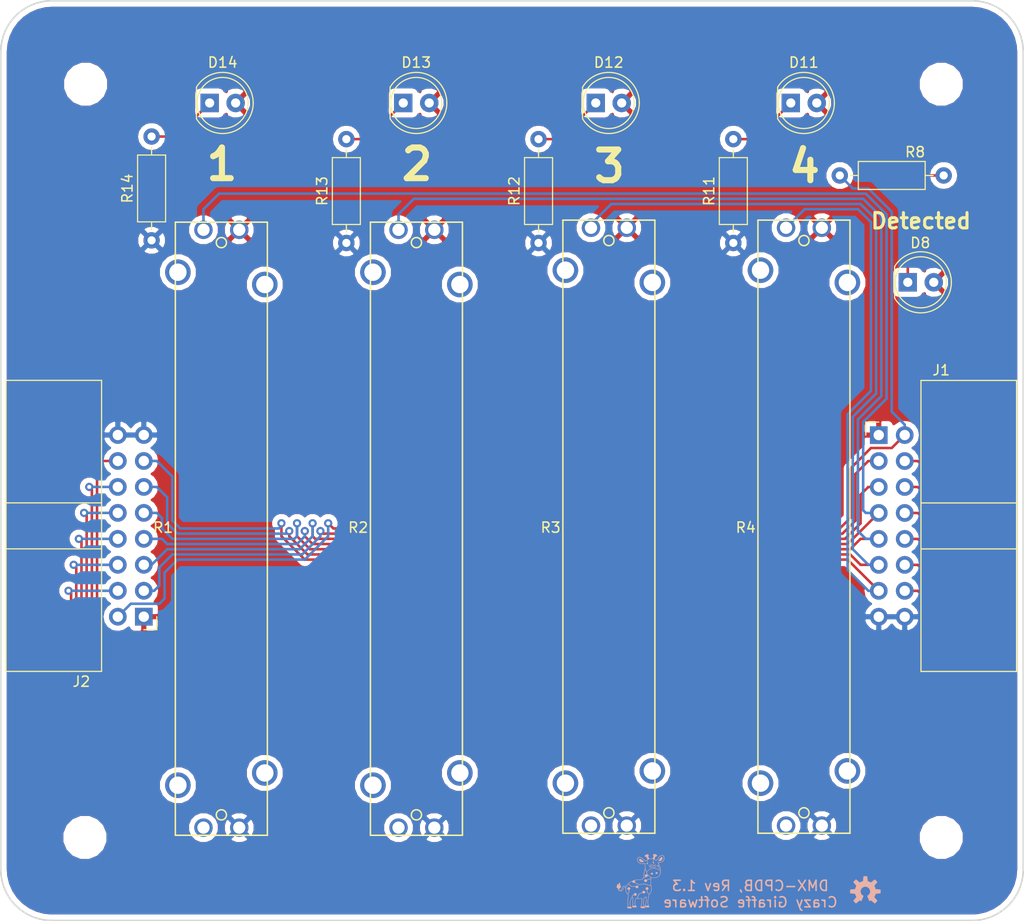
<source format=kicad_pcb>
(kicad_pcb (version 20171130) (host pcbnew "(5.0.0)")

  (general
    (thickness 1.6)
    (drawings 89)
    (tracks 218)
    (zones 0)
    (modules 22)
    (nets 21)
  )

  (page A4)
  (title_block
    (title "DMX Demonstrator - Control-Pro Dimmer (DMX-CPDB)")
    (date 2023-12-04)
    (rev 1.3)
    (company "Crazy Giraffe Software")
    (comment 2 "Designed by: SparkyBobo")
    (comment 3 https://creativecommons.org/licenses/by-sa/4.0/)
    (comment 4 "Released under the Creative Commons Attribution Share-Alike 4.0m License")
  )

  (layers
    (0 F.Cu signal)
    (31 B.Cu signal)
    (32 B.Adhes user hide)
    (33 F.Adhes user hide)
    (34 B.Paste user)
    (35 F.Paste user)
    (36 B.SilkS user)
    (37 F.SilkS user)
    (38 B.Mask user)
    (39 F.Mask user)
    (40 Dwgs.User user)
    (41 Cmts.User user hide)
    (42 Eco1.User user hide)
    (43 Eco2.User user hide)
    (44 Edge.Cuts user)
    (45 Margin user hide)
    (46 B.CrtYd user hide)
    (47 F.CrtYd user hide)
    (48 B.Fab user hide)
    (49 F.Fab user hide)
  )

  (setup
    (last_trace_width 0.25)
    (trace_clearance 0.2)
    (zone_clearance 0.508)
    (zone_45_only no)
    (trace_min 0.2)
    (segment_width 0.1)
    (edge_width 0.1524)
    (via_size 0.8)
    (via_drill 0.4)
    (via_min_size 0.4)
    (via_min_drill 0.3)
    (uvia_size 0.3)
    (uvia_drill 0.1)
    (uvias_allowed no)
    (uvia_min_size 0.2)
    (uvia_min_drill 0.1)
    (pcb_text_width 0.3)
    (pcb_text_size 1.5 1.5)
    (mod_edge_width 0.15)
    (mod_text_size 1 1)
    (mod_text_width 0.15)
    (pad_size 3.2 3.2)
    (pad_drill 3.2)
    (pad_to_mask_clearance 0.2)
    (aux_axis_origin 0 0)
    (visible_elements 7FFFFFFF)
    (pcbplotparams
      (layerselection 0x010fc_ffffffff)
      (usegerberextensions true)
      (usegerberattributes false)
      (usegerberadvancedattributes false)
      (creategerberjobfile false)
      (excludeedgelayer true)
      (linewidth 0.100000)
      (plotframeref false)
      (viasonmask false)
      (mode 1)
      (useauxorigin false)
      (hpglpennumber 1)
      (hpglpenspeed 20)
      (hpglpendiameter 15.000000)
      (psnegative false)
      (psa4output false)
      (plotreference true)
      (plotvalue false)
      (plotinvisibletext false)
      (padsonsilk false)
      (subtractmaskfromsilk true)
      (outputformat 1)
      (mirror false)
      (drillshape 0)
      (scaleselection 1)
      (outputdirectory "grb"))
  )

  (net 0 "")
  (net 1 GND)
  (net 2 +5V)
  (net 3 "Net-(D14-Pad1)")
  (net 4 "Net-(D13-Pad1)")
  (net 5 "Net-(D12-Pad1)")
  (net 6 "Net-(D11-Pad1)")
  (net 7 "Net-(D8-Pad1)")
  (net 8 /DIM3)
  (net 9 /DIM4)
  (net 10 /DIM1)
  (net 11 /DIM2)
  (net 12 /~HWD_DT)
  (net 13 /~CLOCK)
  (net 14 /SPD_HI)
  (net 15 /~DATA)
  (net 16 /SPD_WIPER)
  (net 17 /SPD_LO)
  (net 18 /~CLK_STEP)
  (net 19 /~CLK_SLO)
  (net 20 /~CLK_FST)

  (net_class Default "This is the default net class."
    (clearance 0.2)
    (trace_width 0.25)
    (via_dia 0.8)
    (via_drill 0.4)
    (uvia_dia 0.3)
    (uvia_drill 0.1)
    (add_net +5V)
    (add_net /DIM1)
    (add_net /DIM2)
    (add_net /DIM3)
    (add_net /DIM4)
    (add_net /SPD_HI)
    (add_net /SPD_LO)
    (add_net /SPD_WIPER)
    (add_net /~CLK_FST)
    (add_net /~CLK_SLO)
    (add_net /~CLK_STEP)
    (add_net /~CLOCK)
    (add_net /~DATA)
    (add_net /~HWD_DT)
    (add_net GND)
    (add_net "Net-(D11-Pad1)")
    (add_net "Net-(D12-Pad1)")
    (add_net "Net-(D13-Pad1)")
    (add_net "Net-(D14-Pad1)")
    (add_net "Net-(D8-Pad1)")
  )

  (module Connector_IDC:IDC-Header_2x08_P2.54mm_Horizontal (layer F.Cu) (tedit 59DE20FF) (tstamp 63E5D583)
    (at 101.092 108.966 180)
    (descr "Through hole angled IDC box header, 2x08, 2.54mm pitch, double rows")
    (tags "Through hole IDC box header THT 2x08 2.54mm double row")
    (path /631A71FE)
    (fp_text reference J2 (at 6.105 -6.35 180) (layer F.SilkS)
      (effects (font (size 1 1) (thickness 0.15)))
    )
    (fp_text value INPUT (at 6.105 24.384 180) (layer F.Fab)
      (effects (font (size 1 1) (thickness 0.15)))
    )
    (fp_text user %R (at 8.805 8.89 270) (layer F.Fab)
      (effects (font (size 1 1) (thickness 0.15)))
    )
    (fp_line (start -0.32 -0.32) (end -0.32 0.32) (layer F.Fab) (width 0.1))
    (fp_line (start -0.32 0.32) (end 4.38 0.32) (layer F.Fab) (width 0.1))
    (fp_line (start -0.32 10.48) (end 4.38 10.48) (layer F.Fab) (width 0.1))
    (fp_line (start -0.32 12.38) (end -0.32 13.02) (layer F.Fab) (width 0.1))
    (fp_line (start -0.32 13.02) (end 4.38 13.02) (layer F.Fab) (width 0.1))
    (fp_line (start -0.32 14.92) (end -0.32 15.56) (layer F.Fab) (width 0.1))
    (fp_line (start -0.32 15.56) (end 4.38 15.56) (layer F.Fab) (width 0.1))
    (fp_line (start -0.32 17.46) (end -0.32 18.1) (layer F.Fab) (width 0.1))
    (fp_line (start -0.32 18.1) (end 4.38 18.1) (layer F.Fab) (width 0.1))
    (fp_line (start -0.32 2.22) (end -0.32 2.86) (layer F.Fab) (width 0.1))
    (fp_line (start -0.32 2.86) (end 4.38 2.86) (layer F.Fab) (width 0.1))
    (fp_line (start -0.32 4.76) (end -0.32 5.4) (layer F.Fab) (width 0.1))
    (fp_line (start -0.32 5.4) (end 4.38 5.4) (layer F.Fab) (width 0.1))
    (fp_line (start -0.32 7.3) (end -0.32 7.94) (layer F.Fab) (width 0.1))
    (fp_line (start -0.32 7.94) (end 4.38 7.94) (layer F.Fab) (width 0.1))
    (fp_line (start -0.32 9.84) (end -0.32 10.48) (layer F.Fab) (width 0.1))
    (fp_line (start 13.23 22.88) (end 13.23 -5.1) (layer F.Fab) (width 0.1))
    (fp_line (start 4.38 -0.32) (end -0.32 -0.32) (layer F.Fab) (width 0.1))
    (fp_line (start 4.38 -4.1) (end 5.38 -5.1) (layer F.Fab) (width 0.1))
    (fp_line (start 4.38 11.14) (end 13.23 11.14) (layer F.Fab) (width 0.1))
    (fp_line (start 4.38 12.38) (end -0.32 12.38) (layer F.Fab) (width 0.1))
    (fp_line (start 4.38 14.92) (end -0.32 14.92) (layer F.Fab) (width 0.1))
    (fp_line (start 4.38 17.46) (end -0.32 17.46) (layer F.Fab) (width 0.1))
    (fp_line (start 4.38 2.22) (end -0.32 2.22) (layer F.Fab) (width 0.1))
    (fp_line (start 4.38 22.88) (end 13.23 22.88) (layer F.Fab) (width 0.1))
    (fp_line (start 4.38 22.88) (end 4.38 -4.1) (layer F.Fab) (width 0.1))
    (fp_line (start 4.38 4.76) (end -0.32 4.76) (layer F.Fab) (width 0.1))
    (fp_line (start 4.38 6.64) (end 13.23 6.64) (layer F.Fab) (width 0.1))
    (fp_line (start 4.38 7.3) (end -0.32 7.3) (layer F.Fab) (width 0.1))
    (fp_line (start 4.38 9.84) (end -0.32 9.84) (layer F.Fab) (width 0.1))
    (fp_line (start 5.38 -5.1) (end 13.23 -5.1) (layer F.Fab) (width 0.1))
    (fp_line (start -1.27 -1.27) (end -1.27 0) (layer F.SilkS) (width 0.12))
    (fp_line (start 0 -1.27) (end -1.27 -1.27) (layer F.SilkS) (width 0.12))
    (fp_line (start 13.48 -5.35) (end 13.48 23.13) (layer F.SilkS) (width 0.12))
    (fp_line (start 4.13 -5.35) (end 13.48 -5.35) (layer F.SilkS) (width 0.12))
    (fp_line (start 4.13 11.14) (end 13.48 11.14) (layer F.SilkS) (width 0.12))
    (fp_line (start 4.13 23.13) (end 13.48 23.13) (layer F.SilkS) (width 0.12))
    (fp_line (start 4.13 23.13) (end 4.13 -5.35) (layer F.SilkS) (width 0.12))
    (fp_line (start 4.13 6.64) (end 13.48 6.64) (layer F.SilkS) (width 0.12))
    (fp_line (start -1.12 -5.35) (end 13.48 -5.35) (layer F.CrtYd) (width 0.05))
    (fp_line (start -1.12 23.13) (end -1.12 -5.35) (layer F.CrtYd) (width 0.05))
    (fp_line (start 13.48 -5.35) (end 13.48 23.13) (layer F.CrtYd) (width 0.05))
    (fp_line (start 13.48 23.13) (end -1.12 23.13) (layer F.CrtYd) (width 0.05))
    (pad 1 thru_hole rect (at 0 0 180) (size 1.7272 1.7272) (drill 1.016) (layers *.Cu *.Mask)
      (net 2 +5V))
    (pad 2 thru_hole oval (at 2.54 0 180) (size 1.7272 1.7272) (drill 1.016) (layers *.Cu *.Mask)
      (net 12 /~HWD_DT))
    (pad 3 thru_hole oval (at 0 2.54 180) (size 1.7272 1.7272) (drill 1.016) (layers *.Cu *.Mask)
      (net 13 /~CLOCK))
    (pad 4 thru_hole oval (at 2.54 2.54 180) (size 1.7272 1.7272) (drill 1.016) (layers *.Cu *.Mask)
      (net 14 /SPD_HI))
    (pad 5 thru_hole oval (at 0 5.08 180) (size 1.7272 1.7272) (drill 1.016) (layers *.Cu *.Mask)
      (net 15 /~DATA))
    (pad 6 thru_hole oval (at 2.54 5.08 180) (size 1.7272 1.7272) (drill 1.016) (layers *.Cu *.Mask)
      (net 16 /SPD_WIPER))
    (pad 7 thru_hole oval (at 0 7.62 180) (size 1.7272 1.7272) (drill 1.016) (layers *.Cu *.Mask)
      (net 10 /DIM1))
    (pad 8 thru_hole oval (at 2.54 7.62 180) (size 1.7272 1.7272) (drill 1.016) (layers *.Cu *.Mask)
      (net 17 /SPD_LO))
    (pad 9 thru_hole oval (at 0 10.16 180) (size 1.7272 1.7272) (drill 1.016) (layers *.Cu *.Mask)
      (net 11 /DIM2))
    (pad 10 thru_hole oval (at 2.54 10.16 180) (size 1.7272 1.7272) (drill 1.016) (layers *.Cu *.Mask)
      (net 18 /~CLK_STEP))
    (pad 11 thru_hole oval (at 0 12.7 180) (size 1.7272 1.7272) (drill 1.016) (layers *.Cu *.Mask)
      (net 8 /DIM3))
    (pad 12 thru_hole oval (at 2.54 12.7 180) (size 1.7272 1.7272) (drill 1.016) (layers *.Cu *.Mask)
      (net 19 /~CLK_SLO))
    (pad 13 thru_hole oval (at 0 15.24 180) (size 1.7272 1.7272) (drill 1.016) (layers *.Cu *.Mask)
      (net 9 /DIM4))
    (pad 14 thru_hole oval (at 2.54 15.24 180) (size 1.7272 1.7272) (drill 1.016) (layers *.Cu *.Mask)
      (net 20 /~CLK_FST))
    (pad 15 thru_hole oval (at 0 17.78 180) (size 1.7272 1.7272) (drill 1.016) (layers *.Cu *.Mask)
      (net 1 GND))
    (pad 16 thru_hole oval (at 2.54 17.78 180) (size 1.7272 1.7272) (drill 1.016) (layers *.Cu *.Mask)
      (net 1 GND))
    (model ${KISYS3DMOD}/Connector_IDC.3dshapes/IDC-Header_2x08_P2.54mm_Horizontal.wrl
      (at (xyz 0 0 0))
      (scale (xyz 1 1 1))
      (rotate (xyz 0 0 0))
    )
  )

  (module Connector_IDC:IDC-Header_2x08_P2.54mm_Horizontal (layer F.Cu) (tedit 59DE20FF) (tstamp 63E5D5C2)
    (at 172.974 91.192)
    (descr "Through hole angled IDC box header, 2x08, 2.54mm pitch, double rows")
    (tags "Through hole IDC box header THT 2x08 2.54mm double row")
    (path /6317F360)
    (fp_text reference J1 (at 6.105 -6.35) (layer F.SilkS)
      (effects (font (size 1 1) (thickness 0.15)))
    )
    (fp_text value OUTPUT (at 6.105 24.384) (layer F.Fab)
      (effects (font (size 1 1) (thickness 0.15)))
    )
    (fp_line (start 13.48 23.13) (end -1.12 23.13) (layer F.CrtYd) (width 0.05))
    (fp_line (start 13.48 -5.35) (end 13.48 23.13) (layer F.CrtYd) (width 0.05))
    (fp_line (start -1.12 23.13) (end -1.12 -5.35) (layer F.CrtYd) (width 0.05))
    (fp_line (start -1.12 -5.35) (end 13.48 -5.35) (layer F.CrtYd) (width 0.05))
    (fp_line (start 4.13 6.64) (end 13.48 6.64) (layer F.SilkS) (width 0.12))
    (fp_line (start 4.13 23.13) (end 4.13 -5.35) (layer F.SilkS) (width 0.12))
    (fp_line (start 4.13 23.13) (end 13.48 23.13) (layer F.SilkS) (width 0.12))
    (fp_line (start 4.13 11.14) (end 13.48 11.14) (layer F.SilkS) (width 0.12))
    (fp_line (start 4.13 -5.35) (end 13.48 -5.35) (layer F.SilkS) (width 0.12))
    (fp_line (start 13.48 -5.35) (end 13.48 23.13) (layer F.SilkS) (width 0.12))
    (fp_line (start 0 -1.27) (end -1.27 -1.27) (layer F.SilkS) (width 0.12))
    (fp_line (start -1.27 -1.27) (end -1.27 0) (layer F.SilkS) (width 0.12))
    (fp_line (start 5.38 -5.1) (end 13.23 -5.1) (layer F.Fab) (width 0.1))
    (fp_line (start 4.38 9.84) (end -0.32 9.84) (layer F.Fab) (width 0.1))
    (fp_line (start 4.38 7.3) (end -0.32 7.3) (layer F.Fab) (width 0.1))
    (fp_line (start 4.38 6.64) (end 13.23 6.64) (layer F.Fab) (width 0.1))
    (fp_line (start 4.38 4.76) (end -0.32 4.76) (layer F.Fab) (width 0.1))
    (fp_line (start 4.38 22.88) (end 4.38 -4.1) (layer F.Fab) (width 0.1))
    (fp_line (start 4.38 22.88) (end 13.23 22.88) (layer F.Fab) (width 0.1))
    (fp_line (start 4.38 2.22) (end -0.32 2.22) (layer F.Fab) (width 0.1))
    (fp_line (start 4.38 17.46) (end -0.32 17.46) (layer F.Fab) (width 0.1))
    (fp_line (start 4.38 14.92) (end -0.32 14.92) (layer F.Fab) (width 0.1))
    (fp_line (start 4.38 12.38) (end -0.32 12.38) (layer F.Fab) (width 0.1))
    (fp_line (start 4.38 11.14) (end 13.23 11.14) (layer F.Fab) (width 0.1))
    (fp_line (start 4.38 -4.1) (end 5.38 -5.1) (layer F.Fab) (width 0.1))
    (fp_line (start 4.38 -0.32) (end -0.32 -0.32) (layer F.Fab) (width 0.1))
    (fp_line (start 13.23 22.88) (end 13.23 -5.1) (layer F.Fab) (width 0.1))
    (fp_line (start -0.32 9.84) (end -0.32 10.48) (layer F.Fab) (width 0.1))
    (fp_line (start -0.32 7.94) (end 4.38 7.94) (layer F.Fab) (width 0.1))
    (fp_line (start -0.32 7.3) (end -0.32 7.94) (layer F.Fab) (width 0.1))
    (fp_line (start -0.32 5.4) (end 4.38 5.4) (layer F.Fab) (width 0.1))
    (fp_line (start -0.32 4.76) (end -0.32 5.4) (layer F.Fab) (width 0.1))
    (fp_line (start -0.32 2.86) (end 4.38 2.86) (layer F.Fab) (width 0.1))
    (fp_line (start -0.32 2.22) (end -0.32 2.86) (layer F.Fab) (width 0.1))
    (fp_line (start -0.32 18.1) (end 4.38 18.1) (layer F.Fab) (width 0.1))
    (fp_line (start -0.32 17.46) (end -0.32 18.1) (layer F.Fab) (width 0.1))
    (fp_line (start -0.32 15.56) (end 4.38 15.56) (layer F.Fab) (width 0.1))
    (fp_line (start -0.32 14.92) (end -0.32 15.56) (layer F.Fab) (width 0.1))
    (fp_line (start -0.32 13.02) (end 4.38 13.02) (layer F.Fab) (width 0.1))
    (fp_line (start -0.32 12.38) (end -0.32 13.02) (layer F.Fab) (width 0.1))
    (fp_line (start -0.32 10.48) (end 4.38 10.48) (layer F.Fab) (width 0.1))
    (fp_line (start -0.32 0.32) (end 4.38 0.32) (layer F.Fab) (width 0.1))
    (fp_line (start -0.32 -0.32) (end -0.32 0.32) (layer F.Fab) (width 0.1))
    (fp_text user %R (at 8.805 8.89 90) (layer F.Fab)
      (effects (font (size 1 1) (thickness 0.15)))
    )
    (pad 16 thru_hole oval (at 2.54 17.78) (size 1.7272 1.7272) (drill 1.016) (layers *.Cu *.Mask)
      (net 1 GND))
    (pad 15 thru_hole oval (at 0 17.78) (size 1.7272 1.7272) (drill 1.016) (layers *.Cu *.Mask)
      (net 1 GND))
    (pad 14 thru_hole oval (at 2.54 15.24) (size 1.7272 1.7272) (drill 1.016) (layers *.Cu *.Mask)
      (net 20 /~CLK_FST))
    (pad 13 thru_hole oval (at 0 15.24) (size 1.7272 1.7272) (drill 1.016) (layers *.Cu *.Mask)
      (net 9 /DIM4))
    (pad 12 thru_hole oval (at 2.54 12.7) (size 1.7272 1.7272) (drill 1.016) (layers *.Cu *.Mask)
      (net 19 /~CLK_SLO))
    (pad 11 thru_hole oval (at 0 12.7) (size 1.7272 1.7272) (drill 1.016) (layers *.Cu *.Mask)
      (net 8 /DIM3))
    (pad 10 thru_hole oval (at 2.54 10.16) (size 1.7272 1.7272) (drill 1.016) (layers *.Cu *.Mask)
      (net 18 /~CLK_STEP))
    (pad 9 thru_hole oval (at 0 10.16) (size 1.7272 1.7272) (drill 1.016) (layers *.Cu *.Mask)
      (net 11 /DIM2))
    (pad 8 thru_hole oval (at 2.54 7.62) (size 1.7272 1.7272) (drill 1.016) (layers *.Cu *.Mask)
      (net 17 /SPD_LO))
    (pad 7 thru_hole oval (at 0 7.62) (size 1.7272 1.7272) (drill 1.016) (layers *.Cu *.Mask)
      (net 10 /DIM1))
    (pad 6 thru_hole oval (at 2.54 5.08) (size 1.7272 1.7272) (drill 1.016) (layers *.Cu *.Mask)
      (net 16 /SPD_WIPER))
    (pad 5 thru_hole oval (at 0 5.08) (size 1.7272 1.7272) (drill 1.016) (layers *.Cu *.Mask)
      (net 15 /~DATA))
    (pad 4 thru_hole oval (at 2.54 2.54) (size 1.7272 1.7272) (drill 1.016) (layers *.Cu *.Mask)
      (net 14 /SPD_HI))
    (pad 3 thru_hole oval (at 0 2.54) (size 1.7272 1.7272) (drill 1.016) (layers *.Cu *.Mask)
      (net 13 /~CLOCK))
    (pad 2 thru_hole oval (at 2.54 0) (size 1.7272 1.7272) (drill 1.016) (layers *.Cu *.Mask)
      (net 12 /~HWD_DT))
    (pad 1 thru_hole rect (at 0 0) (size 1.7272 1.7272) (drill 1.016) (layers *.Cu *.Mask)
      (net 2 +5V))
    (model ${KISYS3DMOD}/Connector_IDC.3dshapes/IDC-Header_2x08_P2.54mm_Horizontal.wrl
      (at (xyz 0 0 0))
      (scale (xyz 1 1 1))
      (rotate (xyz 0 0 0))
    )
  )

  (module footprints:BOURNS_PTA4543 (layer F.Cu) (tedit 5F62B30E) (tstamp 5F99D084)
    (at 127.75574 100.35592 180)
    (path /6856B4A4)
    (fp_text reference R2 (at 5.69574 0.11392 180) (layer F.SilkS)
      (effects (font (size 1 1) (thickness 0.15)))
    )
    (fp_text value 10k (at 0 -0.5 180) (layer F.Fab)
      (effects (font (size 1 1) (thickness 0.15)))
    )
    (fp_line (start 0 -30) (end 4.5 -30) (layer F.SilkS) (width 0.15))
    (fp_line (start 4.5 -30) (end 4.5 30) (layer F.SilkS) (width 0.15))
    (fp_line (start 4.5 30) (end -4.5 30) (layer F.SilkS) (width 0.15))
    (fp_line (start -4.5 30) (end -4.5 -30) (layer F.SilkS) (width 0.15))
    (fp_line (start -4.5 -30) (end 0 -30) (layer F.SilkS) (width 0.15))
    (fp_circle (center 0 -28) (end 0.5 -28) (layer F.SilkS) (width 0.15))
    (fp_circle (center 0 28) (end 0.5 28) (layer F.SilkS) (width 0.15))
    (fp_line (start 1 0) (end 1 -22.5) (layer F.Fab) (width 0.15))
    (fp_line (start 1 -22.5) (end -1 -22.5) (layer F.Fab) (width 0.15))
    (fp_line (start -1 -22.5) (end -1 22.5) (layer F.Fab) (width 0.15))
    (fp_line (start -1 22.5) (end 1 22.5) (layer F.Fab) (width 0.15))
    (fp_line (start 1 22.5) (end 1 0) (layer F.Fab) (width 0.15))
    (fp_line (start 5.5 30.15) (end -5.5 30.15) (layer F.CrtYd) (width 0.15))
    (fp_line (start -5.5 30.15) (end -5.5 -30.15) (layer F.CrtYd) (width 0.15))
    (fp_line (start -5.5 -30.15) (end 5.5 -30.15) (layer F.CrtYd) (width 0.15))
    (fp_line (start 5.5 30.15) (end 5.5 -30.15) (layer F.CrtYd) (width 0.15))
    (pad 1 thru_hole circle (at -1.75 29.25 180) (size 1.8 1.8) (drill 1.2) (layers *.Cu *.Mask)
      (net 2 +5V))
    (pad 2 thru_hole circle (at 1.75 29.25 180) (size 1.8 1.8) (drill 1.2) (layers *.Cu *.Mask)
      (net 11 /DIM2))
    (pad 3 thru_hole circle (at -1.75 -29.25 180) (size 1.8 1.8) (drill 1.2) (layers *.Cu *.Mask)
      (net 1 GND))
    (pad 4 thru_hole circle (at 1.75 -29.25 180) (size 1.8 1.8) (drill 1.2) (layers *.Cu *.Mask))
    (pad 5 thru_hole circle (at -4.25 23.9 180) (size 2.5 2.5) (drill 1.7) (layers *.Cu *.Mask))
    (pad 6 thru_hole circle (at 4.25 25.1 180) (size 2.5 2.5) (drill 1.7) (layers *.Cu *.Mask))
    (pad 7 thru_hole circle (at -4.25 -23.9 180) (size 2.5 2.5) (drill 1.7) (layers *.Cu *.Mask))
    (pad 8 thru_hole circle (at 4.25 -25.1 180) (size 2.5 2.5) (drill 1.7) (layers *.Cu *.Mask))
  )

  (module LED_THT:LED_D5.0mm (layer F.Cu) (tedit 5995936A) (tstamp 63265CE2)
    (at 175.814 76.242)
    (descr "LED, diameter 5.0mm, 2 pins, http://cdn-reichelt.de/documents/datenblatt/A500/LL-504BC2E-009.pdf")
    (tags "LED diameter 5.0mm 2 pins")
    (path /631930D1)
    (fp_text reference D8 (at 1.224 -3.852) (layer F.SilkS)
      (effects (font (size 1 1) (thickness 0.15)))
    )
    (fp_text value LED (at 1.27 3.96) (layer F.Fab)
      (effects (font (size 1 1) (thickness 0.15)))
    )
    (fp_arc (start 1.27 0) (end -1.23 -1.469694) (angle 299.1) (layer F.Fab) (width 0.1))
    (fp_arc (start 1.27 0) (end -1.29 -1.54483) (angle 148.9) (layer F.SilkS) (width 0.12))
    (fp_arc (start 1.27 0) (end -1.29 1.54483) (angle -148.9) (layer F.SilkS) (width 0.12))
    (fp_circle (center 1.27 0) (end 3.77 0) (layer F.Fab) (width 0.1))
    (fp_circle (center 1.27 0) (end 3.77 0) (layer F.SilkS) (width 0.12))
    (fp_line (start -1.23 -1.469694) (end -1.23 1.469694) (layer F.Fab) (width 0.1))
    (fp_line (start -1.29 -1.545) (end -1.29 1.545) (layer F.SilkS) (width 0.12))
    (fp_line (start -1.95 -3.25) (end -1.95 3.25) (layer F.CrtYd) (width 0.05))
    (fp_line (start -1.95 3.25) (end 4.5 3.25) (layer F.CrtYd) (width 0.05))
    (fp_line (start 4.5 3.25) (end 4.5 -3.25) (layer F.CrtYd) (width 0.05))
    (fp_line (start 4.5 -3.25) (end -1.95 -3.25) (layer F.CrtYd) (width 0.05))
    (fp_text user %R (at 1.25 0) (layer F.Fab)
      (effects (font (size 0.8 0.8) (thickness 0.2)))
    )
    (pad 1 thru_hole rect (at 0 0) (size 1.8 1.8) (drill 0.9) (layers *.Cu *.Mask)
      (net 7 "Net-(D8-Pad1)"))
    (pad 2 thru_hole circle (at 2.54 0) (size 1.8 1.8) (drill 0.9) (layers *.Cu *.Mask)
      (net 2 +5V))
    (model ${KISYS3DMOD}/LED_THT.3dshapes/LED_D5.0mm.wrl
      (at (xyz 0 0 0))
      (scale (xyz 1 1 1))
      (rotate (xyz 0 0 0))
    )
  )

  (module Resistor_THT:R_Axial_DIN0207_L6.3mm_D2.5mm_P10.16mm_Horizontal (layer F.Cu) (tedit 5AE5139B) (tstamp 63265C98)
    (at 169.164 65.786)
    (descr "Resistor, Axial_DIN0207 series, Axial, Horizontal, pin pitch=10.16mm, 0.25W = 1/4W, length*diameter=6.3*2.5mm^2, http://cdn-reichelt.de/documents/datenblatt/B400/1_4W%23YAG.pdf")
    (tags "Resistor Axial_DIN0207 series Axial Horizontal pin pitch 10.16mm 0.25W = 1/4W length 6.3mm diameter 2.5mm")
    (path /63190ED7)
    (fp_text reference R8 (at 7.366 -2.286) (layer F.SilkS)
      (effects (font (size 1 1) (thickness 0.15)))
    )
    (fp_text value 330 (at 5.08 2.37) (layer F.Fab)
      (effects (font (size 1 1) (thickness 0.15)))
    )
    (fp_line (start 1.93 -1.25) (end 1.93 1.25) (layer F.Fab) (width 0.1))
    (fp_line (start 1.93 1.25) (end 8.23 1.25) (layer F.Fab) (width 0.1))
    (fp_line (start 8.23 1.25) (end 8.23 -1.25) (layer F.Fab) (width 0.1))
    (fp_line (start 8.23 -1.25) (end 1.93 -1.25) (layer F.Fab) (width 0.1))
    (fp_line (start 0 0) (end 1.93 0) (layer F.Fab) (width 0.1))
    (fp_line (start 10.16 0) (end 8.23 0) (layer F.Fab) (width 0.1))
    (fp_line (start 1.81 -1.37) (end 1.81 1.37) (layer F.SilkS) (width 0.12))
    (fp_line (start 1.81 1.37) (end 8.35 1.37) (layer F.SilkS) (width 0.12))
    (fp_line (start 8.35 1.37) (end 8.35 -1.37) (layer F.SilkS) (width 0.12))
    (fp_line (start 8.35 -1.37) (end 1.81 -1.37) (layer F.SilkS) (width 0.12))
    (fp_line (start 1.04 0) (end 1.81 0) (layer F.SilkS) (width 0.12))
    (fp_line (start 9.12 0) (end 8.35 0) (layer F.SilkS) (width 0.12))
    (fp_line (start -1.05 -1.5) (end -1.05 1.5) (layer F.CrtYd) (width 0.05))
    (fp_line (start -1.05 1.5) (end 11.21 1.5) (layer F.CrtYd) (width 0.05))
    (fp_line (start 11.21 1.5) (end 11.21 -1.5) (layer F.CrtYd) (width 0.05))
    (fp_line (start 11.21 -1.5) (end -1.05 -1.5) (layer F.CrtYd) (width 0.05))
    (fp_text user %R (at 5.08 0) (layer F.Fab)
      (effects (font (size 1 1) (thickness 0.15)))
    )
    (pad 1 thru_hole circle (at 0 0) (size 1.6 1.6) (drill 0.8) (layers *.Cu *.Mask)
      (net 12 /~HWD_DT))
    (pad 2 thru_hole oval (at 10.16 0) (size 1.6 1.6) (drill 0.8) (layers *.Cu *.Mask)
      (net 7 "Net-(D8-Pad1)"))
    (model ${KISYS3DMOD}/Resistor_THT.3dshapes/R_Axial_DIN0207_L6.3mm_D2.5mm_P10.16mm_Horizontal.wrl
      (at (xyz 0 0 0))
      (scale (xyz 1 1 1))
      (rotate (xyz 0 0 0))
    )
  )

  (module Resistor_THT:R_Axial_DIN0207_L6.3mm_D2.5mm_P10.16mm_Horizontal (layer F.Cu) (tedit 5AE5139B) (tstamp 63290652)
    (at 101.854 72.136 90)
    (descr "Resistor, Axial_DIN0207 series, Axial, Horizontal, pin pitch=10.16mm, 0.25W = 1/4W, length*diameter=6.3*2.5mm^2, http://cdn-reichelt.de/documents/datenblatt/B400/1_4W%23YAG.pdf")
    (tags "Resistor Axial_DIN0207 series Axial Horizontal pin pitch 10.16mm 0.25W = 1/4W length 6.3mm diameter 2.5mm")
    (path /5F5CB875)
    (fp_text reference R14 (at 5.08 -2.37 90) (layer F.SilkS)
      (effects (font (size 1 1) (thickness 0.15)))
    )
    (fp_text value 330 (at 5.08 2.37 90) (layer F.Fab)
      (effects (font (size 1 1) (thickness 0.15)))
    )
    (fp_line (start 1.93 -1.25) (end 1.93 1.25) (layer F.Fab) (width 0.1))
    (fp_line (start 1.93 1.25) (end 8.23 1.25) (layer F.Fab) (width 0.1))
    (fp_line (start 8.23 1.25) (end 8.23 -1.25) (layer F.Fab) (width 0.1))
    (fp_line (start 8.23 -1.25) (end 1.93 -1.25) (layer F.Fab) (width 0.1))
    (fp_line (start 0 0) (end 1.93 0) (layer F.Fab) (width 0.1))
    (fp_line (start 10.16 0) (end 8.23 0) (layer F.Fab) (width 0.1))
    (fp_line (start 1.81 -1.37) (end 1.81 1.37) (layer F.SilkS) (width 0.12))
    (fp_line (start 1.81 1.37) (end 8.35 1.37) (layer F.SilkS) (width 0.12))
    (fp_line (start 8.35 1.37) (end 8.35 -1.37) (layer F.SilkS) (width 0.12))
    (fp_line (start 8.35 -1.37) (end 1.81 -1.37) (layer F.SilkS) (width 0.12))
    (fp_line (start 1.04 0) (end 1.81 0) (layer F.SilkS) (width 0.12))
    (fp_line (start 9.12 0) (end 8.35 0) (layer F.SilkS) (width 0.12))
    (fp_line (start -1.05 -1.5) (end -1.05 1.5) (layer F.CrtYd) (width 0.05))
    (fp_line (start -1.05 1.5) (end 11.21 1.5) (layer F.CrtYd) (width 0.05))
    (fp_line (start 11.21 1.5) (end 11.21 -1.5) (layer F.CrtYd) (width 0.05))
    (fp_line (start 11.21 -1.5) (end -1.05 -1.5) (layer F.CrtYd) (width 0.05))
    (fp_text user %R (at 5.08 0 90) (layer F.Fab)
      (effects (font (size 1 1) (thickness 0.15)))
    )
    (pad 1 thru_hole circle (at 0 0 90) (size 1.6 1.6) (drill 0.8) (layers *.Cu *.Mask)
      (net 1 GND))
    (pad 2 thru_hole oval (at 10.16 0 90) (size 1.6 1.6) (drill 0.8) (layers *.Cu *.Mask)
      (net 3 "Net-(D14-Pad1)"))
    (model ${KISYS3DMOD}/Resistor_THT.3dshapes/R_Axial_DIN0207_L6.3mm_D2.5mm_P10.16mm_Horizontal.wrl
      (at (xyz 0 0 0))
      (scale (xyz 1 1 1))
      (rotate (xyz 0 0 0))
    )
  )

  (module footprints:BOURNS_PTA4543 (layer F.Cu) (tedit 5F62B30E) (tstamp 5F99D09F)
    (at 108.67774 100.35592 180)
    (path /68572285)
    (fp_text reference R1 (at 5.69574 0.11392 180) (layer F.SilkS)
      (effects (font (size 1 1) (thickness 0.15)))
    )
    (fp_text value 10k (at 0 -0.5 180) (layer F.Fab)
      (effects (font (size 1 1) (thickness 0.15)))
    )
    (fp_line (start 5.5 30.15) (end 5.5 -30.15) (layer F.CrtYd) (width 0.15))
    (fp_line (start -5.5 -30.15) (end 5.5 -30.15) (layer F.CrtYd) (width 0.15))
    (fp_line (start -5.5 30.15) (end -5.5 -30.15) (layer F.CrtYd) (width 0.15))
    (fp_line (start 5.5 30.15) (end -5.5 30.15) (layer F.CrtYd) (width 0.15))
    (fp_line (start 1 22.5) (end 1 0) (layer F.Fab) (width 0.15))
    (fp_line (start -1 22.5) (end 1 22.5) (layer F.Fab) (width 0.15))
    (fp_line (start -1 -22.5) (end -1 22.5) (layer F.Fab) (width 0.15))
    (fp_line (start 1 -22.5) (end -1 -22.5) (layer F.Fab) (width 0.15))
    (fp_line (start 1 0) (end 1 -22.5) (layer F.Fab) (width 0.15))
    (fp_circle (center 0 28) (end 0.5 28) (layer F.SilkS) (width 0.15))
    (fp_circle (center 0 -28) (end 0.5 -28) (layer F.SilkS) (width 0.15))
    (fp_line (start -4.5 -30) (end 0 -30) (layer F.SilkS) (width 0.15))
    (fp_line (start -4.5 30) (end -4.5 -30) (layer F.SilkS) (width 0.15))
    (fp_line (start 4.5 30) (end -4.5 30) (layer F.SilkS) (width 0.15))
    (fp_line (start 4.5 -30) (end 4.5 30) (layer F.SilkS) (width 0.15))
    (fp_line (start 0 -30) (end 4.5 -30) (layer F.SilkS) (width 0.15))
    (pad 8 thru_hole circle (at 4.25 -25.1 180) (size 2.5 2.5) (drill 1.7) (layers *.Cu *.Mask))
    (pad 7 thru_hole circle (at -4.25 -23.9 180) (size 2.5 2.5) (drill 1.7) (layers *.Cu *.Mask))
    (pad 6 thru_hole circle (at 4.25 25.1 180) (size 2.5 2.5) (drill 1.7) (layers *.Cu *.Mask))
    (pad 5 thru_hole circle (at -4.25 23.9 180) (size 2.5 2.5) (drill 1.7) (layers *.Cu *.Mask))
    (pad 4 thru_hole circle (at 1.75 -29.25 180) (size 1.8 1.8) (drill 1.2) (layers *.Cu *.Mask))
    (pad 3 thru_hole circle (at -1.75 -29.25 180) (size 1.8 1.8) (drill 1.2) (layers *.Cu *.Mask)
      (net 1 GND))
    (pad 2 thru_hole circle (at 1.75 29.25 180) (size 1.8 1.8) (drill 1.2) (layers *.Cu *.Mask)
      (net 10 /DIM1))
    (pad 1 thru_hole circle (at -1.75 29.25 180) (size 1.8 1.8) (drill 1.2) (layers *.Cu *.Mask)
      (net 2 +5V))
  )

  (module footprints:BOURNS_PTA4543 (layer F.Cu) (tedit 5F62B30E) (tstamp 631810D9)
    (at 165.65774 100.15592 180)
    (path /6841DDA3)
    (fp_text reference R4 (at 5.69574 -0.08608 180) (layer F.SilkS)
      (effects (font (size 1 1) (thickness 0.15)))
    )
    (fp_text value 10k (at 0 -0.5 180) (layer F.Fab)
      (effects (font (size 1 1) (thickness 0.15)))
    )
    (fp_line (start 5.5 30.15) (end 5.5 -30.15) (layer F.CrtYd) (width 0.15))
    (fp_line (start -5.5 -30.15) (end 5.5 -30.15) (layer F.CrtYd) (width 0.15))
    (fp_line (start -5.5 30.15) (end -5.5 -30.15) (layer F.CrtYd) (width 0.15))
    (fp_line (start 5.5 30.15) (end -5.5 30.15) (layer F.CrtYd) (width 0.15))
    (fp_line (start 1 22.5) (end 1 0) (layer F.Fab) (width 0.15))
    (fp_line (start -1 22.5) (end 1 22.5) (layer F.Fab) (width 0.15))
    (fp_line (start -1 -22.5) (end -1 22.5) (layer F.Fab) (width 0.15))
    (fp_line (start 1 -22.5) (end -1 -22.5) (layer F.Fab) (width 0.15))
    (fp_line (start 1 0) (end 1 -22.5) (layer F.Fab) (width 0.15))
    (fp_circle (center 0 28) (end 0.5 28) (layer F.SilkS) (width 0.15))
    (fp_circle (center 0 -28) (end 0.5 -28) (layer F.SilkS) (width 0.15))
    (fp_line (start -4.5 -30) (end 0 -30) (layer F.SilkS) (width 0.15))
    (fp_line (start -4.5 30) (end -4.5 -30) (layer F.SilkS) (width 0.15))
    (fp_line (start 4.5 30) (end -4.5 30) (layer F.SilkS) (width 0.15))
    (fp_line (start 4.5 -30) (end 4.5 30) (layer F.SilkS) (width 0.15))
    (fp_line (start 0 -30) (end 4.5 -30) (layer F.SilkS) (width 0.15))
    (pad 8 thru_hole circle (at 4.25 -25.1 180) (size 2.5 2.5) (drill 1.7) (layers *.Cu *.Mask))
    (pad 7 thru_hole circle (at -4.25 -23.9 180) (size 2.5 2.5) (drill 1.7) (layers *.Cu *.Mask))
    (pad 6 thru_hole circle (at 4.25 25.1 180) (size 2.5 2.5) (drill 1.7) (layers *.Cu *.Mask))
    (pad 5 thru_hole circle (at -4.25 23.9 180) (size 2.5 2.5) (drill 1.7) (layers *.Cu *.Mask))
    (pad 4 thru_hole circle (at 1.75 -29.25 180) (size 1.8 1.8) (drill 1.2) (layers *.Cu *.Mask))
    (pad 3 thru_hole circle (at -1.75 -29.25 180) (size 1.8 1.8) (drill 1.2) (layers *.Cu *.Mask)
      (net 1 GND))
    (pad 2 thru_hole circle (at 1.75 29.25 180) (size 1.8 1.8) (drill 1.2) (layers *.Cu *.Mask)
      (net 9 /DIM4))
    (pad 1 thru_hole circle (at -1.75 29.25 180) (size 1.8 1.8) (drill 1.2) (layers *.Cu *.Mask)
      (net 2 +5V))
  )

  (module footprints:BOURNS_PTA4543 (layer F.Cu) (tedit 5F62B30E) (tstamp 5F99D04E)
    (at 146.57974 100.15592 180)
    (path /6856B32E)
    (fp_text reference R3 (at 5.69574 -0.08608 180) (layer F.SilkS)
      (effects (font (size 1 1) (thickness 0.15)))
    )
    (fp_text value 10k (at 0 -0.5 180) (layer F.Fab)
      (effects (font (size 1 1) (thickness 0.15)))
    )
    (fp_line (start 0 -30) (end 4.5 -30) (layer F.SilkS) (width 0.15))
    (fp_line (start 4.5 -30) (end 4.5 30) (layer F.SilkS) (width 0.15))
    (fp_line (start 4.5 30) (end -4.5 30) (layer F.SilkS) (width 0.15))
    (fp_line (start -4.5 30) (end -4.5 -30) (layer F.SilkS) (width 0.15))
    (fp_line (start -4.5 -30) (end 0 -30) (layer F.SilkS) (width 0.15))
    (fp_circle (center 0 -28) (end 0.5 -28) (layer F.SilkS) (width 0.15))
    (fp_circle (center 0 28) (end 0.5 28) (layer F.SilkS) (width 0.15))
    (fp_line (start 1 0) (end 1 -22.5) (layer F.Fab) (width 0.15))
    (fp_line (start 1 -22.5) (end -1 -22.5) (layer F.Fab) (width 0.15))
    (fp_line (start -1 -22.5) (end -1 22.5) (layer F.Fab) (width 0.15))
    (fp_line (start -1 22.5) (end 1 22.5) (layer F.Fab) (width 0.15))
    (fp_line (start 1 22.5) (end 1 0) (layer F.Fab) (width 0.15))
    (fp_line (start 5.5 30.15) (end -5.5 30.15) (layer F.CrtYd) (width 0.15))
    (fp_line (start -5.5 30.15) (end -5.5 -30.15) (layer F.CrtYd) (width 0.15))
    (fp_line (start -5.5 -30.15) (end 5.5 -30.15) (layer F.CrtYd) (width 0.15))
    (fp_line (start 5.5 30.15) (end 5.5 -30.15) (layer F.CrtYd) (width 0.15))
    (pad 1 thru_hole circle (at -1.75 29.25 180) (size 1.8 1.8) (drill 1.2) (layers *.Cu *.Mask)
      (net 2 +5V))
    (pad 2 thru_hole circle (at 1.75 29.25 180) (size 1.8 1.8) (drill 1.2) (layers *.Cu *.Mask)
      (net 8 /DIM3))
    (pad 3 thru_hole circle (at -1.75 -29.25 180) (size 1.8 1.8) (drill 1.2) (layers *.Cu *.Mask)
      (net 1 GND))
    (pad 4 thru_hole circle (at 1.75 -29.25 180) (size 1.8 1.8) (drill 1.2) (layers *.Cu *.Mask))
    (pad 5 thru_hole circle (at -4.25 23.9 180) (size 2.5 2.5) (drill 1.7) (layers *.Cu *.Mask))
    (pad 6 thru_hole circle (at 4.25 25.1 180) (size 2.5 2.5) (drill 1.7) (layers *.Cu *.Mask))
    (pad 7 thru_hole circle (at -4.25 -23.9 180) (size 2.5 2.5) (drill 1.7) (layers *.Cu *.Mask))
    (pad 8 thru_hole circle (at 4.25 -25.1 180) (size 2.5 2.5) (drill 1.7) (layers *.Cu *.Mask))
  )

  (module LED_THT:LED_D5.0mm (layer F.Cu) (tedit 5995936A) (tstamp 5F709ED7)
    (at 107.532 58.692)
    (descr "LED, diameter 5.0mm, 2 pins, http://cdn-reichelt.de/documents/datenblatt/A500/LL-504BC2E-009.pdf")
    (tags "LED diameter 5.0mm 2 pins")
    (path /5F559491)
    (fp_text reference D14 (at 1.27 -3.96) (layer F.SilkS)
      (effects (font (size 1 1) (thickness 0.15)))
    )
    (fp_text value DIM1 (at 1.27 3.96) (layer F.Fab)
      (effects (font (size 1 1) (thickness 0.15)))
    )
    (fp_arc (start 1.27 0) (end -1.23 -1.469694) (angle 299.1) (layer F.Fab) (width 0.1))
    (fp_arc (start 1.27 0) (end -1.29 -1.54483) (angle 148.9) (layer F.SilkS) (width 0.12))
    (fp_arc (start 1.27 0) (end -1.29 1.54483) (angle -148.9) (layer F.SilkS) (width 0.12))
    (fp_circle (center 1.27 0) (end 3.77 0) (layer F.Fab) (width 0.1))
    (fp_circle (center 1.27 0) (end 3.77 0) (layer F.SilkS) (width 0.12))
    (fp_line (start -1.23 -1.469694) (end -1.23 1.469694) (layer F.Fab) (width 0.1))
    (fp_line (start -1.29 -1.545) (end -1.29 1.545) (layer F.SilkS) (width 0.12))
    (fp_line (start -1.95 -3.25) (end -1.95 3.25) (layer F.CrtYd) (width 0.05))
    (fp_line (start -1.95 3.25) (end 4.5 3.25) (layer F.CrtYd) (width 0.05))
    (fp_line (start 4.5 3.25) (end 4.5 -3.25) (layer F.CrtYd) (width 0.05))
    (fp_line (start 4.5 -3.25) (end -1.95 -3.25) (layer F.CrtYd) (width 0.05))
    (fp_text user %R (at 1.25 0) (layer F.Fab)
      (effects (font (size 0.8 0.8) (thickness 0.2)))
    )
    (pad 1 thru_hole rect (at 0 0) (size 1.8 1.8) (drill 0.9) (layers *.Cu *.Mask)
      (net 3 "Net-(D14-Pad1)"))
    (pad 2 thru_hole circle (at 2.54 0) (size 1.8 1.8) (drill 0.9) (layers *.Cu *.Mask)
      (net 2 +5V))
    (model ${KISYS3DMOD}/LED_THT.3dshapes/LED_D5.0mm.wrl
      (at (xyz 0 0 0))
      (scale (xyz 1 1 1))
      (rotate (xyz 0 0 0))
    )
  )

  (module LED_THT:LED_D5.0mm (layer F.Cu) (tedit 5995936A) (tstamp 5F709EC5)
    (at 145.294 58.692)
    (descr "LED, diameter 5.0mm, 2 pins, http://cdn-reichelt.de/documents/datenblatt/A500/LL-504BC2E-009.pdf")
    (tags "LED diameter 5.0mm 2 pins")
    (path /5F55949F)
    (fp_text reference D12 (at 1.27 -3.96) (layer F.SilkS)
      (effects (font (size 1 1) (thickness 0.15)))
    )
    (fp_text value DIM3 (at 1.27 3.96) (layer F.Fab)
      (effects (font (size 1 1) (thickness 0.15)))
    )
    (fp_text user %R (at 1.25 0) (layer F.Fab)
      (effects (font (size 0.8 0.8) (thickness 0.2)))
    )
    (fp_line (start 4.5 -3.25) (end -1.95 -3.25) (layer F.CrtYd) (width 0.05))
    (fp_line (start 4.5 3.25) (end 4.5 -3.25) (layer F.CrtYd) (width 0.05))
    (fp_line (start -1.95 3.25) (end 4.5 3.25) (layer F.CrtYd) (width 0.05))
    (fp_line (start -1.95 -3.25) (end -1.95 3.25) (layer F.CrtYd) (width 0.05))
    (fp_line (start -1.29 -1.545) (end -1.29 1.545) (layer F.SilkS) (width 0.12))
    (fp_line (start -1.23 -1.469694) (end -1.23 1.469694) (layer F.Fab) (width 0.1))
    (fp_circle (center 1.27 0) (end 3.77 0) (layer F.SilkS) (width 0.12))
    (fp_circle (center 1.27 0) (end 3.77 0) (layer F.Fab) (width 0.1))
    (fp_arc (start 1.27 0) (end -1.29 1.54483) (angle -148.9) (layer F.SilkS) (width 0.12))
    (fp_arc (start 1.27 0) (end -1.29 -1.54483) (angle 148.9) (layer F.SilkS) (width 0.12))
    (fp_arc (start 1.27 0) (end -1.23 -1.469694) (angle 299.1) (layer F.Fab) (width 0.1))
    (pad 2 thru_hole circle (at 2.54 0) (size 1.8 1.8) (drill 0.9) (layers *.Cu *.Mask)
      (net 2 +5V))
    (pad 1 thru_hole rect (at 0 0) (size 1.8 1.8) (drill 0.9) (layers *.Cu *.Mask)
      (net 5 "Net-(D12-Pad1)"))
    (model ${KISYS3DMOD}/LED_THT.3dshapes/LED_D5.0mm.wrl
      (at (xyz 0 0 0))
      (scale (xyz 1 1 1))
      (rotate (xyz 0 0 0))
    )
  )

  (module LED_THT:LED_D5.0mm (layer F.Cu) (tedit 5995936A) (tstamp 631811E8)
    (at 164.372 58.692)
    (descr "LED, diameter 5.0mm, 2 pins, http://cdn-reichelt.de/documents/datenblatt/A500/LL-504BC2E-009.pdf")
    (tags "LED diameter 5.0mm 2 pins")
    (path /5F5594A6)
    (fp_text reference D11 (at 1.27 -3.96) (layer F.SilkS)
      (effects (font (size 1 1) (thickness 0.15)))
    )
    (fp_text value DIM4 (at 1.27 3.96) (layer F.Fab)
      (effects (font (size 1 1) (thickness 0.15)))
    )
    (fp_arc (start 1.27 0) (end -1.23 -1.469694) (angle 299.1) (layer F.Fab) (width 0.1))
    (fp_arc (start 1.27 0) (end -1.29 -1.54483) (angle 148.9) (layer F.SilkS) (width 0.12))
    (fp_arc (start 1.27 0) (end -1.29 1.54483) (angle -148.9) (layer F.SilkS) (width 0.12))
    (fp_circle (center 1.27 0) (end 3.77 0) (layer F.Fab) (width 0.1))
    (fp_circle (center 1.27 0) (end 3.77 0) (layer F.SilkS) (width 0.12))
    (fp_line (start -1.23 -1.469694) (end -1.23 1.469694) (layer F.Fab) (width 0.1))
    (fp_line (start -1.29 -1.545) (end -1.29 1.545) (layer F.SilkS) (width 0.12))
    (fp_line (start -1.95 -3.25) (end -1.95 3.25) (layer F.CrtYd) (width 0.05))
    (fp_line (start -1.95 3.25) (end 4.5 3.25) (layer F.CrtYd) (width 0.05))
    (fp_line (start 4.5 3.25) (end 4.5 -3.25) (layer F.CrtYd) (width 0.05))
    (fp_line (start 4.5 -3.25) (end -1.95 -3.25) (layer F.CrtYd) (width 0.05))
    (fp_text user %R (at 1.25 0) (layer F.Fab)
      (effects (font (size 0.8 0.8) (thickness 0.2)))
    )
    (pad 1 thru_hole rect (at 0 0) (size 1.8 1.8) (drill 0.9) (layers *.Cu *.Mask)
      (net 6 "Net-(D11-Pad1)"))
    (pad 2 thru_hole circle (at 2.54 0) (size 1.8 1.8) (drill 0.9) (layers *.Cu *.Mask)
      (net 2 +5V))
    (model ${KISYS3DMOD}/LED_THT.3dshapes/LED_D5.0mm.wrl
      (at (xyz 0 0 0))
      (scale (xyz 1 1 1))
      (rotate (xyz 0 0 0))
    )
  )

  (module LED_THT:LED_D5.0mm (layer F.Cu) (tedit 5995936A) (tstamp 5F709E7E)
    (at 126.47 58.692)
    (descr "LED, diameter 5.0mm, 2 pins, http://cdn-reichelt.de/documents/datenblatt/A500/LL-504BC2E-009.pdf")
    (tags "LED diameter 5.0mm 2 pins")
    (path /5F559498)
    (fp_text reference D13 (at 1.27 -3.96) (layer F.SilkS)
      (effects (font (size 1 1) (thickness 0.15)))
    )
    (fp_text value DIM2 (at 1.27 3.96) (layer F.Fab)
      (effects (font (size 1 1) (thickness 0.15)))
    )
    (fp_arc (start 1.27 0) (end -1.23 -1.469694) (angle 299.1) (layer F.Fab) (width 0.1))
    (fp_arc (start 1.27 0) (end -1.29 -1.54483) (angle 148.9) (layer F.SilkS) (width 0.12))
    (fp_arc (start 1.27 0) (end -1.29 1.54483) (angle -148.9) (layer F.SilkS) (width 0.12))
    (fp_circle (center 1.27 0) (end 3.77 0) (layer F.Fab) (width 0.1))
    (fp_circle (center 1.27 0) (end 3.77 0) (layer F.SilkS) (width 0.12))
    (fp_line (start -1.23 -1.469694) (end -1.23 1.469694) (layer F.Fab) (width 0.1))
    (fp_line (start -1.29 -1.545) (end -1.29 1.545) (layer F.SilkS) (width 0.12))
    (fp_line (start -1.95 -3.25) (end -1.95 3.25) (layer F.CrtYd) (width 0.05))
    (fp_line (start -1.95 3.25) (end 4.5 3.25) (layer F.CrtYd) (width 0.05))
    (fp_line (start 4.5 3.25) (end 4.5 -3.25) (layer F.CrtYd) (width 0.05))
    (fp_line (start 4.5 -3.25) (end -1.95 -3.25) (layer F.CrtYd) (width 0.05))
    (fp_text user %R (at 1.25 0) (layer F.Fab)
      (effects (font (size 0.8 0.8) (thickness 0.2)))
    )
    (pad 1 thru_hole rect (at 0 0) (size 1.8 1.8) (drill 0.9) (layers *.Cu *.Mask)
      (net 4 "Net-(D13-Pad1)"))
    (pad 2 thru_hole circle (at 2.54 0) (size 1.8 1.8) (drill 0.9) (layers *.Cu *.Mask)
      (net 2 +5V))
    (model ${KISYS3DMOD}/LED_THT.3dshapes/LED_D5.0mm.wrl
      (at (xyz 0 0 0))
      (scale (xyz 1 1 1))
      (rotate (xyz 0 0 0))
    )
  )

  (module Resistor_THT:R_Axial_DIN0207_L6.3mm_D2.5mm_P10.16mm_Horizontal (layer F.Cu) (tedit 5AE5139B) (tstamp 6329054D)
    (at 158.75 72.39 90)
    (descr "Resistor, Axial_DIN0207 series, Axial, Horizontal, pin pitch=10.16mm, 0.25W = 1/4W, length*diameter=6.3*2.5mm^2, http://cdn-reichelt.de/documents/datenblatt/B400/1_4W%23YAG.pdf")
    (tags "Resistor Axial_DIN0207 series Axial Horizontal pin pitch 10.16mm 0.25W = 1/4W length 6.3mm diameter 2.5mm")
    (path /5F5CB777)
    (fp_text reference R11 (at 5.08 -2.37 90) (layer F.SilkS)
      (effects (font (size 1 1) (thickness 0.15)))
    )
    (fp_text value 330 (at 5.08 2.37 90) (layer F.Fab)
      (effects (font (size 1 1) (thickness 0.15)))
    )
    (fp_text user %R (at 5.08 0 90) (layer F.Fab)
      (effects (font (size 1 1) (thickness 0.15)))
    )
    (fp_line (start 11.21 -1.5) (end -1.05 -1.5) (layer F.CrtYd) (width 0.05))
    (fp_line (start 11.21 1.5) (end 11.21 -1.5) (layer F.CrtYd) (width 0.05))
    (fp_line (start -1.05 1.5) (end 11.21 1.5) (layer F.CrtYd) (width 0.05))
    (fp_line (start -1.05 -1.5) (end -1.05 1.5) (layer F.CrtYd) (width 0.05))
    (fp_line (start 9.12 0) (end 8.35 0) (layer F.SilkS) (width 0.12))
    (fp_line (start 1.04 0) (end 1.81 0) (layer F.SilkS) (width 0.12))
    (fp_line (start 8.35 -1.37) (end 1.81 -1.37) (layer F.SilkS) (width 0.12))
    (fp_line (start 8.35 1.37) (end 8.35 -1.37) (layer F.SilkS) (width 0.12))
    (fp_line (start 1.81 1.37) (end 8.35 1.37) (layer F.SilkS) (width 0.12))
    (fp_line (start 1.81 -1.37) (end 1.81 1.37) (layer F.SilkS) (width 0.12))
    (fp_line (start 10.16 0) (end 8.23 0) (layer F.Fab) (width 0.1))
    (fp_line (start 0 0) (end 1.93 0) (layer F.Fab) (width 0.1))
    (fp_line (start 8.23 -1.25) (end 1.93 -1.25) (layer F.Fab) (width 0.1))
    (fp_line (start 8.23 1.25) (end 8.23 -1.25) (layer F.Fab) (width 0.1))
    (fp_line (start 1.93 1.25) (end 8.23 1.25) (layer F.Fab) (width 0.1))
    (fp_line (start 1.93 -1.25) (end 1.93 1.25) (layer F.Fab) (width 0.1))
    (pad 2 thru_hole oval (at 10.16 0 90) (size 1.6 1.6) (drill 0.8) (layers *.Cu *.Mask)
      (net 6 "Net-(D11-Pad1)"))
    (pad 1 thru_hole circle (at 0 0 90) (size 1.6 1.6) (drill 0.8) (layers *.Cu *.Mask)
      (net 1 GND))
    (model ${KISYS3DMOD}/Resistor_THT.3dshapes/R_Axial_DIN0207_L6.3mm_D2.5mm_P10.16mm_Horizontal.wrl
      (at (xyz 0 0 0))
      (scale (xyz 1 1 1))
      (rotate (xyz 0 0 0))
    )
  )

  (module Resistor_THT:R_Axial_DIN0207_L6.3mm_D2.5mm_P10.16mm_Horizontal (layer F.Cu) (tedit 5AE5139B) (tstamp 5F709D5E)
    (at 139.7 72.39 90)
    (descr "Resistor, Axial_DIN0207 series, Axial, Horizontal, pin pitch=10.16mm, 0.25W = 1/4W, length*diameter=6.3*2.5mm^2, http://cdn-reichelt.de/documents/datenblatt/B400/1_4W%23YAG.pdf")
    (tags "Resistor Axial_DIN0207 series Axial Horizontal pin pitch 10.16mm 0.25W = 1/4W length 6.3mm diameter 2.5mm")
    (path /5F5CB7C9)
    (fp_text reference R12 (at 5.08 -2.37 90) (layer F.SilkS)
      (effects (font (size 1 1) (thickness 0.15)))
    )
    (fp_text value 330 (at 5.08 2.37 90) (layer F.Fab)
      (effects (font (size 1 1) (thickness 0.15)))
    )
    (fp_line (start 1.93 -1.25) (end 1.93 1.25) (layer F.Fab) (width 0.1))
    (fp_line (start 1.93 1.25) (end 8.23 1.25) (layer F.Fab) (width 0.1))
    (fp_line (start 8.23 1.25) (end 8.23 -1.25) (layer F.Fab) (width 0.1))
    (fp_line (start 8.23 -1.25) (end 1.93 -1.25) (layer F.Fab) (width 0.1))
    (fp_line (start 0 0) (end 1.93 0) (layer F.Fab) (width 0.1))
    (fp_line (start 10.16 0) (end 8.23 0) (layer F.Fab) (width 0.1))
    (fp_line (start 1.81 -1.37) (end 1.81 1.37) (layer F.SilkS) (width 0.12))
    (fp_line (start 1.81 1.37) (end 8.35 1.37) (layer F.SilkS) (width 0.12))
    (fp_line (start 8.35 1.37) (end 8.35 -1.37) (layer F.SilkS) (width 0.12))
    (fp_line (start 8.35 -1.37) (end 1.81 -1.37) (layer F.SilkS) (width 0.12))
    (fp_line (start 1.04 0) (end 1.81 0) (layer F.SilkS) (width 0.12))
    (fp_line (start 9.12 0) (end 8.35 0) (layer F.SilkS) (width 0.12))
    (fp_line (start -1.05 -1.5) (end -1.05 1.5) (layer F.CrtYd) (width 0.05))
    (fp_line (start -1.05 1.5) (end 11.21 1.5) (layer F.CrtYd) (width 0.05))
    (fp_line (start 11.21 1.5) (end 11.21 -1.5) (layer F.CrtYd) (width 0.05))
    (fp_line (start 11.21 -1.5) (end -1.05 -1.5) (layer F.CrtYd) (width 0.05))
    (fp_text user %R (at 5.08 0 90) (layer F.Fab)
      (effects (font (size 1 1) (thickness 0.15)))
    )
    (pad 1 thru_hole circle (at 0 0 90) (size 1.6 1.6) (drill 0.8) (layers *.Cu *.Mask)
      (net 1 GND))
    (pad 2 thru_hole oval (at 10.16 0 90) (size 1.6 1.6) (drill 0.8) (layers *.Cu *.Mask)
      (net 5 "Net-(D12-Pad1)"))
    (model ${KISYS3DMOD}/Resistor_THT.3dshapes/R_Axial_DIN0207_L6.3mm_D2.5mm_P10.16mm_Horizontal.wrl
      (at (xyz 0 0 0))
      (scale (xyz 1 1 1))
      (rotate (xyz 0 0 0))
    )
  )

  (module Resistor_THT:R_Axial_DIN0207_L6.3mm_D2.5mm_P10.16mm_Horizontal (layer F.Cu) (tedit 5AE5139B) (tstamp 5F709D5D)
    (at 120.904 72.39 90)
    (descr "Resistor, Axial_DIN0207 series, Axial, Horizontal, pin pitch=10.16mm, 0.25W = 1/4W, length*diameter=6.3*2.5mm^2, http://cdn-reichelt.de/documents/datenblatt/B400/1_4W%23YAG.pdf")
    (tags "Resistor Axial_DIN0207 series Axial Horizontal pin pitch 10.16mm 0.25W = 1/4W length 6.3mm diameter 2.5mm")
    (path /5F5CB823)
    (fp_text reference R13 (at 5.08 -2.37 90) (layer F.SilkS)
      (effects (font (size 1 1) (thickness 0.15)))
    )
    (fp_text value 330 (at 5.08 2.37 90) (layer F.Fab)
      (effects (font (size 1 1) (thickness 0.15)))
    )
    (fp_text user %R (at 5.08 0 90) (layer F.Fab)
      (effects (font (size 1 1) (thickness 0.15)))
    )
    (fp_line (start 11.21 -1.5) (end -1.05 -1.5) (layer F.CrtYd) (width 0.05))
    (fp_line (start 11.21 1.5) (end 11.21 -1.5) (layer F.CrtYd) (width 0.05))
    (fp_line (start -1.05 1.5) (end 11.21 1.5) (layer F.CrtYd) (width 0.05))
    (fp_line (start -1.05 -1.5) (end -1.05 1.5) (layer F.CrtYd) (width 0.05))
    (fp_line (start 9.12 0) (end 8.35 0) (layer F.SilkS) (width 0.12))
    (fp_line (start 1.04 0) (end 1.81 0) (layer F.SilkS) (width 0.12))
    (fp_line (start 8.35 -1.37) (end 1.81 -1.37) (layer F.SilkS) (width 0.12))
    (fp_line (start 8.35 1.37) (end 8.35 -1.37) (layer F.SilkS) (width 0.12))
    (fp_line (start 1.81 1.37) (end 8.35 1.37) (layer F.SilkS) (width 0.12))
    (fp_line (start 1.81 -1.37) (end 1.81 1.37) (layer F.SilkS) (width 0.12))
    (fp_line (start 10.16 0) (end 8.23 0) (layer F.Fab) (width 0.1))
    (fp_line (start 0 0) (end 1.93 0) (layer F.Fab) (width 0.1))
    (fp_line (start 8.23 -1.25) (end 1.93 -1.25) (layer F.Fab) (width 0.1))
    (fp_line (start 8.23 1.25) (end 8.23 -1.25) (layer F.Fab) (width 0.1))
    (fp_line (start 1.93 1.25) (end 8.23 1.25) (layer F.Fab) (width 0.1))
    (fp_line (start 1.93 -1.25) (end 1.93 1.25) (layer F.Fab) (width 0.1))
    (pad 2 thru_hole oval (at 10.16 0 90) (size 1.6 1.6) (drill 0.8) (layers *.Cu *.Mask)
      (net 4 "Net-(D13-Pad1)"))
    (pad 1 thru_hole circle (at 0 0 90) (size 1.6 1.6) (drill 0.8) (layers *.Cu *.Mask)
      (net 1 GND))
    (model ${KISYS3DMOD}/Resistor_THT.3dshapes/R_Axial_DIN0207_L6.3mm_D2.5mm_P10.16mm_Horizontal.wrl
      (at (xyz 0 0 0))
      (scale (xyz 1 1 1))
      (rotate (xyz 0 0 0))
    )
  )

  (module MountingHole:MountingHole_3.2mm_M3 (layer F.Cu) (tedit 5F6FABBC) (tstamp 5F430363)
    (at 179.088 130.566)
    (descr "Mounting Hole 3.2mm, no annular, M3")
    (tags "mounting hole 3.2mm no annular m3")
    (path /5F3ECCDC)
    (attr virtual)
    (fp_text reference MH4 (at 0 -4.2) (layer F.SilkS) hide
      (effects (font (size 1 1) (thickness 0.15)))
    )
    (fp_text value MountingHole (at 0 4.2) (layer F.Fab)
      (effects (font (size 1 1) (thickness 0.15)))
    )
    (fp_circle (center 0 0) (end 3.45 0) (layer F.CrtYd) (width 0.05))
    (fp_circle (center 0 0) (end 3.2 0) (layer Cmts.User) (width 0.15))
    (fp_text user %R (at 0.3 0) (layer F.Fab)
      (effects (font (size 1 1) (thickness 0.15)))
    )
    (pad 1 np_thru_hole circle (at 0 0) (size 3.2 3.2) (drill 3.2) (layers *.Cu *.Mask))
  )

  (module MountingHole:MountingHole_3.2mm_M3 (layer F.Cu) (tedit 5F6FABA9) (tstamp 5F4302CA)
    (at 179.088 56.856)
    (descr "Mounting Hole 3.2mm, no annular, M3")
    (tags "mounting hole 3.2mm no annular m3")
    (path /5F3ECCA2)
    (attr virtual)
    (fp_text reference MH3 (at 0 -4.2) (layer F.SilkS) hide
      (effects (font (size 1 1) (thickness 0.15)))
    )
    (fp_text value MountingHole (at 0 4.2) (layer F.Fab)
      (effects (font (size 1 1) (thickness 0.15)))
    )
    (fp_text user %R (at 0.3 0) (layer F.Fab)
      (effects (font (size 1 1) (thickness 0.15)))
    )
    (fp_circle (center 0 0) (end 3.2 0) (layer Cmts.User) (width 0.15))
    (fp_circle (center 0 0) (end 3.45 0) (layer F.CrtYd) (width 0.05))
    (pad 1 np_thru_hole circle (at 0 0) (size 3.2 3.2) (drill 3.2) (layers *.Cu *.Mask))
  )

  (module MountingHole:MountingHole_3.2mm_M3 (layer F.Cu) (tedit 63180B4C) (tstamp 5F4D5F6B)
    (at 95.33 130.566)
    (descr "Mounting Hole 3.2mm, no annular, M3")
    (tags "mounting hole 3.2mm no annular m3")
    (path /5F3ECC6E)
    (attr virtual)
    (fp_text reference MH2 (at 0 -4.2) (layer F.SilkS) hide
      (effects (font (size 1 1) (thickness 0.15)))
    )
    (fp_text value MountingHole (at 0 4.2) (layer F.Fab)
      (effects (font (size 1 1) (thickness 0.15)))
    )
    (fp_circle (center 0 0) (end 3.45 0) (layer F.CrtYd) (width 0.05))
    (fp_circle (center 0 0) (end 3.2 0) (layer Cmts.User) (width 0.15))
    (fp_text user %R (at 0.3 0) (layer F.Fab)
      (effects (font (size 1 1) (thickness 0.15)))
    )
    (pad "" np_thru_hole circle (at 0 0) (size 3.2 3.2) (drill 3.2) (layers *.Cu *.Mask))
  )

  (module MountingHole:MountingHole_3.2mm_M3 (layer F.Cu) (tedit 63180B42) (tstamp 63180E2D)
    (at 95.404 56.856)
    (descr "Mounting Hole 3.2mm, no annular, M3")
    (tags "mounting hole 3.2mm no annular m3")
    (path /5F3ECC20)
    (attr virtual)
    (fp_text reference MH1 (at 0 -4.2) (layer F.SilkS) hide
      (effects (font (size 1 1) (thickness 0.15)))
    )
    (fp_text value MountingHole (at 0 4.2) (layer F.Fab)
      (effects (font (size 1 1) (thickness 0.15)))
    )
    (fp_text user %R (at 0.3 0) (layer F.Fab)
      (effects (font (size 1 1) (thickness 0.15)))
    )
    (fp_circle (center 0 0) (end 3.2 0) (layer Cmts.User) (width 0.15))
    (fp_circle (center 0 0) (end 3.45 0) (layer F.CrtYd) (width 0.05))
    (pad "" np_thru_hole circle (at 0 0) (size 3.2 3.2) (drill 3.2) (layers *.Cu *.Mask))
  )

  (module footprints:OSHW-LOGO-S (layer B.Cu) (tedit 200000) (tstamp 63E809FE)
    (at 171.664 135.852 180)
    (descr "OPEN-SOURCE HARDWARE (OSHW) LOGO - SMALL - SILKSCREEN")
    (tags "OPEN-SOURCE HARDWARE (OSHW) LOGO - SMALL - SILKSCREEN")
    (attr virtual)
    (fp_text reference "" (at 0 0 180) (layer B.SilkS)
      (effects (font (size 1.524 1.524) (thickness 0.15)) (justify mirror))
    )
    (fp_text value "" (at 0 0 180) (layer B.SilkS)
      (effects (font (size 1.524 1.524) (thickness 0.15)) (justify mirror))
    )
    (fp_poly (pts (xy 0.3937 -0.9525) (xy 0.5461 -0.87376) (xy 0.92202 -1.1811) (xy 1.1811 -0.92202)
      (xy 0.87376 -0.5461) (xy 0.9525 -0.3937) (xy 1.0033 -0.23114) (xy 1.48844 -0.18034)
      (xy 1.48844 0.18034) (xy 1.0033 0.23114) (xy 0.9525 0.3937) (xy 0.87376 0.5461)
      (xy 1.1811 0.92202) (xy 0.92202 1.1811) (xy 0.5461 0.87376) (xy 0.3937 0.9525)
      (xy 0.23114 1.0033) (xy 0.18034 1.48844) (xy -0.18034 1.48844) (xy -0.23114 1.0033)
      (xy -0.3937 0.9525) (xy -0.5461 0.87376) (xy -0.92202 1.1811) (xy -1.1811 0.92202)
      (xy -0.87376 0.5461) (xy -0.9525 0.3937) (xy -1.0033 0.23114) (xy -1.48844 0.18034)
      (xy -1.48844 -0.18034) (xy -1.0033 -0.23114) (xy -0.9525 -0.3937) (xy -0.87376 -0.5461)
      (xy -1.1811 -0.92202) (xy -0.92202 -1.1811) (xy -0.5461 -0.87376) (xy -0.3937 -0.9525)
      (xy -0.1778 -0.4318) (xy -0.27432 -0.37846) (xy -0.3556 -0.30226) (xy -0.41656 -0.21082)
      (xy -0.45466 -0.10922) (xy -0.46736 0) (xy -0.45466 0.10922) (xy -0.41402 0.2159)
      (xy -0.35052 0.30734) (xy -0.2667 0.38354) (xy -0.16764 0.43434) (xy -0.06096 0.46228)
      (xy 0.0508 0.46482) (xy 0.16002 0.43942) (xy 0.25908 0.38862) (xy 0.34544 0.31496)
      (xy 0.40894 0.22352) (xy 0.45212 0.11938) (xy 0.46736 0.01016) (xy 0.4572 -0.09906)
      (xy 0.4191 -0.20574) (xy 0.35814 -0.29972) (xy 0.27686 -0.37592) (xy 0.1778 -0.4318)) (layer B.SilkS) (width 0.01))
  )

  (module footprints:logo_cr_5x5 (layer B.Cu) (tedit 0) (tstamp 63E80A2D)
    (at 149.664 134.852 180)
    (fp_text reference G*** (at 0 0 180) (layer B.SilkS) hide
      (effects (font (size 1.524 1.524) (thickness 0.3)) (justify mirror))
    )
    (fp_text value LOGO (at 0.75 0 180) (layer B.SilkS) hide
      (effects (font (size 1.524 1.524) (thickness 0.3)) (justify mirror))
    )
    (fp_poly (pts (xy -1.00174 1.539357) (xy -0.989414 1.537163) (xy -0.979007 1.533269) (xy -0.970707 1.528099)
      (xy -0.963328 1.521274) (xy -0.957047 1.513208) (xy -0.952043 1.504317) (xy -0.948493 1.495016)
      (xy -0.946575 1.485721) (xy -0.946466 1.476845) (xy -0.948343 1.468805) (xy -0.949974 1.465415)
      (xy -0.954322 1.458612) (xy -0.959282 1.451955) (xy -0.964312 1.446104) (xy -0.968868 1.44172)
      (xy -0.970367 1.440573) (xy -0.974356 1.438297) (xy -0.97962 1.435917) (xy -0.983808 1.434363)
      (xy -0.988679 1.432624) (xy -0.992874 1.430882) (xy -0.995213 1.429673) (xy -0.99774 1.428921)
      (xy -1.002232 1.42839) (xy -1.00799 1.428093) (xy -1.014313 1.428043) (xy -1.020501 1.428252)
      (xy -1.025855 1.428732) (xy -1.028031 1.429084) (xy -1.031464 1.430347) (xy -1.036535 1.432969)
      (xy -1.04277 1.436672) (xy -1.049693 1.441179) (xy -1.054614 1.444606) (xy -1.062953 1.452065)
      (xy -1.069053 1.460707) (xy -1.072895 1.470226) (xy -1.074463 1.480319) (xy -1.073739 1.490683)
      (xy -1.070706 1.501014) (xy -1.065348 1.511008) (xy -1.058808 1.519166) (xy -1.049541 1.527087)
      (xy -1.038739 1.533149) (xy -1.026864 1.537269) (xy -1.014377 1.539365) (xy -1.00174 1.539357)) (layer B.SilkS) (width 0.01))
    (fp_poly (pts (xy -1.323432 1.556563) (xy -1.312242 1.552681) (xy -1.302317 1.546749) (xy -1.295426 1.540485)
      (xy -1.28838 1.531464) (xy -1.283038 1.521874) (xy -1.279496 1.512112) (xy -1.277853 1.502572)
      (xy -1.278206 1.493651) (xy -1.280653 1.485744) (xy -1.28151 1.484131) (xy -1.285859 1.477328)
      (xy -1.290819 1.470671) (xy -1.295849 1.46482) (xy -1.300405 1.460435) (xy -1.301904 1.459288)
      (xy -1.305893 1.457013) (xy -1.311157 1.454633) (xy -1.315345 1.453079) (xy -1.320216 1.451339)
      (xy -1.324411 1.449598) (xy -1.32675 1.448389) (xy -1.329277 1.447636) (xy -1.333769 1.447106)
      (xy -1.339527 1.446809) (xy -1.34585 1.446759) (xy -1.352038 1.446967) (xy -1.357392 1.447448)
      (xy -1.359568 1.4478) (xy -1.363001 1.449063) (xy -1.368072 1.451685) (xy -1.374307 1.455388)
      (xy -1.38123 1.459895) (xy -1.386151 1.463322) (xy -1.394426 1.470672) (xy -1.400432 1.479033)
      (xy -1.404245 1.488128) (xy -1.405939 1.497678) (xy -1.40559 1.507408) (xy -1.403272 1.51704)
      (xy -1.39906 1.526299) (xy -1.39303 1.534905) (xy -1.385256 1.542584) (xy -1.375813 1.549057)
      (xy -1.364776 1.554048) (xy -1.361284 1.55518) (xy -1.348284 1.557887) (xy -1.335556 1.558324)
      (xy -1.323432 1.556563)) (layer B.SilkS) (width 0.01))
    (fp_poly (pts (xy -2.08694 2.377093) (xy -2.077414 2.374577) (xy -2.066844 2.369829) (xy -2.055084 2.362822)
      (xy -2.05185 2.360652) (xy -2.024284 2.340686) (xy -1.998163 2.319582) (xy -1.973699 2.29755)
      (xy -1.9511 2.274798) (xy -1.930575 2.251537) (xy -1.912333 2.227974) (xy -1.898676 2.2077)
      (xy -1.895862 2.203081) (xy -1.892099 2.196721) (xy -1.887734 2.189214) (xy -1.883114 2.181158)
      (xy -1.878898 2.173705) (xy -1.861644 2.143962) (xy -1.844613 2.116619) (xy -1.827635 2.091433)
      (xy -1.810541 2.068162) (xy -1.793161 2.04656) (xy -1.780025 2.031516) (xy -1.773758 2.024521)
      (xy -1.769104 2.01913) (xy -1.765835 2.015012) (xy -1.763719 2.011838) (xy -1.762525 2.009277)
      (xy -1.762023 2.006998) (xy -1.761958 2.00564) (xy -1.763077 1.999922) (xy -1.766112 1.993678)
      (xy -1.770581 1.987562) (xy -1.775999 1.982227) (xy -1.781885 1.978329) (xy -1.78227 1.978142)
      (xy -1.784443 1.977277) (xy -1.787016 1.976646) (xy -1.790272 1.976255) (xy -1.794492 1.976109)
      (xy -1.799958 1.976215) (xy -1.806952 1.976577) (xy -1.815755 1.977201) (xy -1.826649 1.978093)
      (xy -1.839917 1.979258) (xy -1.84014 1.979278) (xy -1.860896 1.981232) (xy -1.879298 1.983181)
      (xy -1.895663 1.985178) (xy -1.910311 1.987279) (xy -1.923559 1.989536) (xy -1.935726 1.992006)
      (xy -1.947131 1.994741) (xy -1.958092 1.997797) (xy -1.968927 2.001228) (xy -1.969168 2.001309)
      (xy -1.991576 2.009929) (xy -2.01333 2.020476) (xy -2.034069 2.032708) (xy -2.053436 2.046386)
      (xy -2.07107 2.061266) (xy -2.086612 2.07711) (xy -2.09237 2.083921) (xy -2.107427 2.104586)
      (xy -2.120586 2.126776) (xy -2.131656 2.150086) (xy -2.140447 2.174113) (xy -2.146767 2.198452)
      (xy -2.147035 2.199774) (xy -2.149137 2.2132) (xy -2.150414 2.227939) (xy -2.150899 2.243526)
      (xy -2.150627 2.259498) (xy -2.149633 2.275392) (xy -2.147949 2.290745) (xy -2.145611 2.305092)
      (xy -2.142652 2.317972) (xy -2.139107 2.328919) (xy -2.13719 2.333388) (xy -2.133402 2.340681)
      (xy -2.128892 2.348294) (xy -2.124031 2.355694) (xy -2.119189 2.362346) (xy -2.114737 2.367716)
      (xy -2.111045 2.371272) (xy -2.11072 2.371516) (xy -2.103446 2.375535) (xy -2.095568 2.377403)
      (xy -2.08694 2.377093)) (layer B.SilkS) (width 0.01))
    (fp_poly (pts (xy 0.087808 2.189746) (xy 0.090941 2.189084) (xy 0.093817 2.187832) (xy 0.09716 2.185874)
      (xy 0.102425 2.181765) (xy 0.107169 2.176516) (xy 0.110784 2.170919) (xy 0.112659 2.16577)
      (xy 0.112674 2.165684) (xy 0.113406 2.162265) (xy 0.113993 2.160337) (xy 0.118217 2.146225)
      (xy 0.120411 2.130975) (xy 0.120589 2.114384) (xy 0.118762 2.096247) (xy 0.118225 2.092827)
      (xy 0.117602 2.088662) (xy 0.116987 2.083997) (xy 0.116951 2.083702) (xy 0.11639 2.080116)
      (xy 0.115781 2.077741) (xy 0.115664 2.077496) (xy 0.115052 2.07553) (xy 0.114449 2.072167)
      (xy 0.114387 2.071699) (xy 0.113739 2.068626) (xy 0.112409 2.063619) (xy 0.110577 2.057264)
      (xy 0.108427 2.050145) (xy 0.106141 2.04285) (xy 0.103901 2.035961) (xy 0.10189 2.030066)
      (xy 0.100291 2.02575) (xy 0.099512 2.023979) (xy 0.098118 2.021196) (xy 0.095997 2.016835)
      (xy 0.093557 2.011738) (xy 0.093023 2.010611) (xy 0.089288 2.002948) (xy 0.086034 1.996719)
      (xy 0.08343 1.992229) (xy 0.081644 1.989778) (xy 0.081213 1.989444) (xy 0.080296 1.987905)
      (xy 0.080211 1.987105) (xy 0.079452 1.985398) (xy 0.078874 1.985211) (xy 0.077669 1.984136)
      (xy 0.077537 1.983317) (xy 0.076898 1.981319) (xy 0.076466 1.980977) (xy 0.075253 1.979748)
      (xy 0.072944 1.976857) (xy 0.069962 1.972841) (xy 0.068779 1.971187) (xy 0.065666 1.967213)
      (xy 0.061056 1.961867) (xy 0.055394 1.955614) (xy 0.049123 1.94892) (xy 0.042688 1.942251)
      (xy 0.036534 1.936075) (xy 0.031103 1.930857) (xy 0.026841 1.927063) (xy 0.026408 1.926708)
      (xy 0.009301 1.913831) (xy -0.007908 1.902878) (xy -0.02599 1.893416) (xy -0.045717 1.88501)
      (xy -0.051468 1.882849) (xy -0.055238 1.881581) (xy -0.059503 1.880449) (xy -0.059823 1.880371)
      (xy -0.061797 1.879798) (xy -0.062163 1.8796) (xy -0.06325 1.879164) (xy -0.064502 1.87883)
      (xy -0.067979 1.877988) (xy -0.069181 1.877697) (xy -0.071155 1.877125) (xy -0.071521 1.876927)
      (xy -0.072625 1.876549) (xy -0.074022 1.87625) (xy -0.076813 1.875663) (xy -0.080913 1.874736)
      (xy -0.082711 1.874315) (xy -0.088865 1.872882) (xy -0.093247 1.871932) (xy -0.096681 1.871297)
      (xy -0.099929 1.87082) (xy -0.104382 1.870194) (xy -0.109143 1.869478) (xy -0.109287 1.869455)
      (xy -0.11191 1.869218) (xy -0.116524 1.868976) (xy -0.122674 1.868739) (xy -0.129905 1.868515)
      (xy -0.13776 1.868315) (xy -0.145785 1.868147) (xy -0.153524 1.86802) (xy -0.16052 1.867945)
      (xy -0.16632 1.86793) (xy -0.170467 1.867985) (xy -0.172505 1.868118) (xy -0.17263 1.868163)
      (xy -0.174122 1.868548) (xy -0.177449 1.869053) (xy -0.180473 1.869412) (xy -0.188084 1.870239)
      (xy -0.193794 1.870904) (xy -0.198367 1.871505) (xy -0.202561 1.872144) (xy -0.20714 1.872921)
      (xy -0.207271 1.872944) (xy -0.212188 1.873798) (xy -0.216349 1.87451) (xy -0.218573 1.87488)
      (xy -0.221302 1.875365) (xy -0.22559 1.876179) (xy -0.229268 1.8769) (xy -0.234345 1.87785)
      (xy -0.238974 1.878615) (xy -0.2413 1.878931) (xy -0.245691 1.879782) (xy -0.249165 1.880855)
      (xy -0.253214 1.882053) (xy -0.257819 1.882945) (xy -0.25812 1.882984) (xy -0.26258 1.883793)
      (xy -0.266558 1.884897) (xy -0.266817 1.884992) (xy -0.26959 1.88579) (xy -0.271017 1.885755)
      (xy -0.272527 1.885786) (xy -0.275599 1.886581) (xy -0.276962 1.887036) (xy -0.281527 1.888408)
      (xy -0.28589 1.88936) (xy -0.286533 1.889453) (xy -0.292666 1.890531) (xy -0.300824 1.892441)
      (xy -0.31053 1.895067) (xy -0.313056 1.895797) (xy -0.319009 1.897897) (xy -0.323243 1.900389)
      (xy -0.326222 1.903237) (xy -0.330912 1.909851) (xy -0.334208 1.917125) (xy -0.335938 1.924416)
      (xy -0.335933 1.931084) (xy -0.33471 1.935245) (xy -0.333057 1.938176) (xy -0.331685 1.939698)
      (xy -0.33148 1.939758) (xy -0.329724 1.940601) (xy -0.328549 1.9416) (xy -0.326459 1.943166)
      (xy -0.322813 1.945444) (xy -0.318761 1.94774) (xy -0.312024 1.951456) (xy -0.305801 1.955019)
      (xy -0.300763 1.95804) (xy -0.298116 1.959749) (xy -0.295931 1.961207) (xy -0.292388 1.963529)
      (xy -0.289426 1.965452) (xy -0.285778 1.967929) (xy -0.283172 1.969917) (xy -0.282296 1.970809)
      (xy -0.280766 1.971827) (xy -0.280536 1.971842) (xy -0.278724 1.972593) (xy -0.275812 1.974466)
      (xy -0.27484 1.975184) (xy -0.271761 1.977292) (xy -0.269455 1.97845) (xy -0.269056 1.978527)
      (xy -0.267407 1.979595) (xy -0.266885 1.980532) (xy -0.26516 1.982309) (xy -0.264179 1.982537)
      (xy -0.262158 1.98313) (xy -0.261798 1.98355) (xy -0.260579 1.98487) (xy -0.258018 1.987095)
      (xy -0.254882 1.989615) (xy -0.251936 1.991823) (xy -0.249946 1.99311) (xy -0.2496 1.993232)
      (xy -0.248236 1.994046) (xy -0.245531 1.996142) (xy -0.242122 1.999) (xy -0.238642 2.0021)
      (xy -0.23776 2.002924) (xy -0.235433 2.00471) (xy -0.234059 2.005263) (xy -0.232448 2.00615)
      (xy -0.232388 2.006266) (xy -0.23118 2.007564) (xy -0.228472 2.009956) (xy -0.225258 2.012594)
      (xy -0.219024 2.017734) (xy -0.212588 2.023328) (xy -0.207051 2.028415) (xy -0.206451 2.028992)
      (xy -0.204617 2.030423) (xy -0.203988 2.030663) (xy -0.20267 2.031509) (xy -0.200171 2.033652)
      (xy -0.19872 2.035008) (xy -0.196002 2.037581) (xy -0.191862 2.041459) (xy -0.186841 2.046136)
      (xy -0.181484 2.051105) (xy -0.180982 2.051569) (xy -0.175228 2.056906) (xy -0.169381 2.062357)
      (xy -0.164131 2.067275) (xy -0.160236 2.070953) (xy -0.155628 2.075227) (xy -0.150855 2.079483)
      (xy -0.147033 2.08273) (xy -0.143565 2.085601) (xy -0.140833 2.08795) (xy -0.139865 2.088841)
      (xy -0.137822 2.090598) (xy -0.134266 2.093382) (xy -0.129659 2.096857) (xy -0.124462 2.100691)
      (xy -0.119136 2.104549) (xy -0.11414 2.108097) (xy -0.109937 2.111001) (xy -0.106987 2.112927)
      (xy -0.105781 2.113548) (xy -0.103899 2.114532) (xy -0.103337 2.115219) (xy -0.101951 2.116778)
      (xy -0.099424 2.118613) (xy -0.09527 2.121047) (xy -0.091573 2.123047) (xy -0.087822 2.125191)
      (xy -0.084857 2.127141) (xy -0.084221 2.127644) (xy -0.082261 2.128951) (xy -0.078494 2.131144)
      (xy -0.073496 2.133896) (xy -0.068847 2.136359) (xy -0.06191 2.139975) (xy -0.054392 2.143897)
      (xy -0.047461 2.147515) (xy -0.04445 2.149088) (xy -0.039679 2.151515) (xy -0.035947 2.153283)
      (xy -0.033769 2.154157) (xy -0.033421 2.154168) (xy -0.032384 2.154311) (xy -0.029773 2.155475)
      (xy -0.028408 2.156185) (xy -0.024512 2.158093) (xy -0.018897 2.160601) (xy -0.012224 2.163438)
      (xy -0.005152 2.166336) (xy 0.001656 2.169026) (xy 0.00754 2.171237) (xy 0.011839 2.1727)
      (xy 0.0127 2.172947) (xy 0.015099 2.173717) (xy 0.016042 2.17406) (xy 0.019882 2.17549)
      (xy 0.024198 2.177065) (xy 0.028201 2.1785) (xy 0.031099 2.179512) (xy 0.032084 2.179825)
      (xy 0.033757 2.180352) (xy 0.035092 2.180839) (xy 0.039291 2.182404) (xy 0.041933 2.183288)
      (xy 0.043949 2.183789) (xy 0.044784 2.183948) (xy 0.048073 2.184784) (xy 0.049463 2.185285)
      (xy 0.052506 2.186258) (xy 0.054142 2.186622) (xy 0.057431 2.187459) (xy 0.058821 2.18796)
      (xy 0.061115 2.188811) (xy 0.063637 2.189371) (xy 0.067026 2.189709) (xy 0.071922 2.189894)
      (xy 0.077551 2.18998) (xy 0.083613 2.189989) (xy 0.087808 2.189746)) (layer B.SilkS) (width 0.01))
    (fp_poly (pts (xy -1.300028 1.707702) (xy -1.278809 1.704363) (xy -1.259124 1.698848) (xy -1.240947 1.691144)
      (xy -1.224255 1.68124) (xy -1.209024 1.669126) (xy -1.195228 1.654791) (xy -1.19054 1.648995)
      (xy -1.179936 1.634488) (xy -1.171474 1.621141) (xy -1.165014 1.608716) (xy -1.160883 1.598382)
      (xy -1.158035 1.591144) (xy -1.155273 1.586492) (xy -1.152541 1.584339) (xy -1.151476 1.584158)
      (xy -1.149909 1.585034) (xy -1.146812 1.587445) (xy -1.142577 1.591063) (xy -1.137591 1.595562)
      (xy -1.135306 1.597694) (xy -1.117808 1.613388) (xy -1.101065 1.626749) (xy -1.084862 1.637934)
      (xy -1.06898 1.647099) (xy -1.062538 1.650297) (xy -1.041691 1.658973) (xy -1.021253 1.665055)
      (xy -1.00109 1.668564) (xy -0.981069 1.669524) (xy -0.961054 1.667957) (xy -0.95995 1.667798)
      (xy -0.939272 1.663579) (xy -0.920049 1.657262) (xy -0.902391 1.648899) (xy -0.886403 1.638542)
      (xy -0.872194 1.62624) (xy -0.871255 1.625295) (xy -0.866558 1.620334) (xy -0.862879 1.615902)
      (xy -0.859704 1.611245) (xy -0.856519 1.605611) (xy -0.8529 1.598434) (xy -0.844841 1.579084)
      (xy -0.839437 1.55942) (xy -0.836687 1.539442) (xy -0.836594 1.519153) (xy -0.839155 1.498554)
      (xy -0.841527 1.487761) (xy -0.847926 1.467355) (xy -0.856687 1.447137) (xy -0.867544 1.427482)
      (xy -0.880234 1.408766) (xy -0.894492 1.391367) (xy -0.910053 1.375659) (xy -0.926653 1.362019)
      (xy -0.933197 1.357443) (xy -0.946589 1.349313) (xy -0.961396 1.341704) (xy -0.977129 1.334784)
      (xy -0.993302 1.328717) (xy -1.009426 1.32367) (xy -1.025013 1.319809) (xy -1.039576 1.3173)
      (xy -1.052627 1.316309) (xy -1.0541 1.3163) (xy -1.066291 1.317123) (xy -1.079219 1.319407)
      (xy -1.092474 1.322966) (xy -1.105642 1.327615) (xy -1.118313 1.333167) (xy -1.130074 1.339439)
      (xy -1.140513 1.346243) (xy -1.14922 1.353394) (xy -1.155782 1.360707) (xy -1.157186 1.36277)
      (xy -1.161088 1.36873) (xy -1.165455 1.375033) (xy -1.169921 1.381189) (xy -1.174118 1.386705)
      (xy -1.177678 1.39109) (xy -1.180235 1.393852) (xy -1.180675 1.394231) (xy -1.185793 1.39716)
      (xy -1.190446 1.397495) (xy -1.19468 1.395218) (xy -1.198542 1.390311) (xy -1.200439 1.38667)
      (xy -1.204009 1.38082) (xy -1.209601 1.374028) (xy -1.216866 1.366584) (xy -1.225453 1.358779)
      (xy -1.235014 1.350904) (xy -1.245199 1.343249) (xy -1.255657 1.336107) (xy -1.26604 1.329769)
      (xy -1.273798 1.325601) (xy -1.288368 1.318853) (xy -1.302003 1.313812) (xy -1.315514 1.310279)
      (xy -1.32971 1.308055) (xy -1.345401 1.30694) (xy -1.35021 1.306799) (xy -1.357932 1.306672)
      (xy -1.364988 1.30663) (xy -1.370824 1.306672) (xy -1.374887 1.306794) (xy -1.376279 1.306911)
      (xy -1.397954 1.31111) (xy -1.417718 1.317082) (xy -1.435742 1.324923) (xy -1.452197 1.334729)
      (xy -1.467255 1.346594) (xy -1.481086 1.360614) (xy -1.488477 1.369595) (xy -1.499973 1.385866)
      (xy -1.50932 1.40231) (xy -1.516684 1.419371) (xy -1.522233 1.43749) (xy -1.526132 1.45711)
      (xy -1.528245 1.474954) (xy -1.52875 1.491137) (xy -1.510459 1.491137) (xy -1.510324 1.483818)
      (xy -1.509713 1.476804) (xy -1.508533 1.469583) (xy -1.506691 1.461647) (xy -1.504097 1.452485)
      (xy -1.500656 1.441586) (xy -1.498708 1.435679) (xy -1.493314 1.420091) (xy -1.488223 1.406774)
      (xy -1.483246 1.39537) (xy -1.478192 1.385521) (xy -1.472871 1.37687) (xy -1.467093 1.369059)
      (xy -1.460668 1.361731) (xy -1.45786 1.35884) (xy -1.445365 1.347696) (xy -1.431826 1.338381)
      (xy -1.416961 1.330767) (xy -1.400485 1.324723) (xy -1.382117 1.320121) (xy -1.367589 1.317632)
      (xy -1.361061 1.317099) (xy -1.352836 1.317017) (xy -1.343848 1.31736) (xy -1.335032 1.3181)
      (xy -1.330158 1.318731) (xy -1.318529 1.320862) (xy -1.307927 1.323684) (xy -1.297366 1.327515)
      (xy -1.285861 1.33267) (xy -1.284037 1.333555) (xy -1.265984 1.343822) (xy -1.248802 1.35641)
      (xy -1.23268 1.371054) (xy -1.21781 1.387489) (xy -1.204381 1.40545) (xy -1.193919 1.422496)
      (xy -1.170281 1.422496) (xy -1.169962 1.41596) (xy -1.168558 1.40957) (xy -1.166076 1.402756)
      (xy -1.165435 1.401253) (xy -1.160203 1.390156) (xy -1.154859 1.380882) (xy -1.148888 1.372609)
      (xy -1.143844 1.366738) (xy -1.130701 1.354251) (xy -1.116163 1.344043) (xy -1.100255 1.336129)
      (xy -1.083006 1.330525) (xy -1.078831 1.32956) (xy -1.071991 1.328538) (xy -1.06329 1.327895)
      (xy -1.053514 1.327629) (xy -1.043448 1.32774) (xy -1.033879 1.328229) (xy -1.025592 1.329094)
      (xy -1.022596 1.329586) (xy -1.000481 1.335131) (xy -0.979189 1.343212) (xy -0.958752 1.353811)
      (xy -0.939203 1.366908) (xy -0.920575 1.382486) (xy -0.909721 1.393155) (xy -0.894643 1.410566)
      (xy -0.881674 1.429111) (xy -0.870937 1.44855) (xy -0.862555 1.468643) (xy -0.856652 1.489149)
      (xy -0.854392 1.501274) (xy -0.853411 1.509676) (xy -0.852689 1.519502) (xy -0.852247 1.529963)
      (xy -0.852105 1.540269) (xy -0.852284 1.549629) (xy -0.852804 1.557254) (xy -0.852917 1.558232)
      (xy -0.856387 1.575729) (xy -0.862315 1.592205) (xy -0.87064 1.60754) (xy -0.881305 1.621611)
      (xy -0.885658 1.626296) (xy -0.89949 1.638691) (xy -0.914314 1.648618) (xy -0.930146 1.656081)
      (xy -0.947001 1.661084) (xy -0.964896 1.663632) (xy -0.983844 1.663729) (xy -1.003863 1.661379)
      (xy -1.009567 1.660303) (xy -1.030872 1.654607) (xy -1.051644 1.646307) (xy -1.071838 1.635431)
      (xy -1.091409 1.622003) (xy -1.11031 1.60605) (xy -1.117708 1.598932) (xy -1.126218 1.589937)
      (xy -1.133185 1.581288) (xy -1.138784 1.572555) (xy -1.143192 1.563303) (xy -1.146584 1.553101)
      (xy -1.149135 1.541514) (xy -1.151022 1.528111) (xy -1.152338 1.513577) (xy -1.154259 1.494679)
      (xy -1.157249 1.476968) (xy -1.161549 1.459171) (xy -1.164624 1.44868) (xy -1.167622 1.438286)
      (xy -1.169504 1.429748) (xy -1.170281 1.422496) (xy -1.193919 1.422496) (xy -1.192584 1.424671)
      (xy -1.18261 1.444889) (xy -1.174648 1.465838) (xy -1.168891 1.487252) (xy -1.167226 1.496019)
      (xy -1.165631 1.507458) (xy -1.16448 1.519621) (xy -1.163794 1.531871) (xy -1.163595 1.543565)
      (xy -1.163903 1.554066) (xy -1.164739 1.562732) (xy -1.164998 1.564341) (xy -1.168114 1.577394)
      (xy -1.172923 1.591546) (xy -1.179124 1.606213) (xy -1.186414 1.620813) (xy -1.194493 1.634762)
      (xy -1.203058 1.647477) (xy -1.21181 1.658374) (xy -1.215709 1.66251) (xy -1.229467 1.674395)
      (xy -1.244822 1.684204) (xy -1.261626 1.691884) (xy -1.279728 1.69738) (xy -1.298978 1.700641)
      (xy -1.319226 1.701613) (xy -1.325465 1.701451) (xy -1.346842 1.699313) (xy -1.367154 1.694754)
      (xy -1.386466 1.687745) (xy -1.404845 1.678257) (xy -1.422354 1.666259) (xy -1.439058 1.651723)
      (xy -1.441784 1.649036) (xy -1.451676 1.638597) (xy -1.460223 1.62834) (xy -1.46781 1.617684)
      (xy -1.474821 1.606051) (xy -1.481642 1.59286) (xy -1.487498 1.580168) (xy -1.494169 1.564525)
      (xy -1.499499 1.550669) (xy -1.503613 1.538153) (xy -1.506636 1.52653) (xy -1.508694 1.515352)
      (xy -1.509912 1.504172) (xy -1.510209 1.499269) (xy -1.510459 1.491137) (xy -1.52875 1.491137)
      (xy -1.528966 1.498031) (xy -1.527051 1.520696) (xy -1.522497 1.542953) (xy -1.515305 1.564806)
      (xy -1.505472 1.58626) (xy -1.492997 1.607317) (xy -1.477879 1.627982) (xy -1.469381 1.638108)
      (xy -1.452998 1.655255) (xy -1.436017 1.669884) (xy -1.41823 1.68212) (xy -1.399426 1.69209)
      (xy -1.379396 1.699919) (xy -1.35793 1.705735) (xy -1.356895 1.705959) (xy -1.349897 1.707299)
      (xy -1.343263 1.708181) (xy -1.336121 1.70868) (xy -1.327599 1.70887) (xy -1.322805 1.708874)
      (xy -1.300028 1.707702)) (layer B.SilkS) (width 0.01))
    (fp_poly (pts (xy -1.569432 0.894624) (xy -1.561093 0.893887) (xy -1.554333 0.892559) (xy -1.554079 0.892484)
      (xy -1.540331 0.887064) (xy -1.527229 0.879326) (xy -1.51519 0.86962) (xy -1.504626 0.85829)
      (xy -1.495953 0.845685) (xy -1.494053 0.842231) (xy -1.489045 0.831338) (xy -1.485676 0.82065)
      (xy -1.483689 0.809182) (xy -1.482951 0.799432) (xy -1.483106 0.785025) (xy -1.484968 0.772584)
      (xy -1.488614 0.761961) (xy -1.494116 0.753006) (xy -1.501549 0.745569) (xy -1.510989 0.7395)
      (xy -1.513379 0.738316) (xy -1.530005 0.731798) (xy -1.547634 0.727351) (xy -1.565684 0.725055)
      (xy -1.583576 0.724989) (xy -1.597987 0.726703) (xy -1.61367 0.730581) (xy -1.62977 0.736484)
      (xy -1.645483 0.744061) (xy -1.660004 0.752958) (xy -1.663229 0.755256) (xy -1.670435 0.761699)
      (xy -1.675921 0.769293) (xy -1.679758 0.778267) (xy -1.682018 0.788851) (xy -1.682771 0.801274)
      (xy -1.682089 0.815765) (xy -1.682076 0.815913) (xy -1.680475 0.828263) (xy -1.677926 0.838513)
      (xy -1.674191 0.84714) (xy -1.669035 0.85462) (xy -1.662222 0.861429) (xy -1.657754 0.865007)
      (xy -1.651747 0.868948) (xy -1.64378 0.873342) (xy -1.634465 0.877919) (xy -1.624418 0.882408)
      (xy -1.61425 0.886537) (xy -1.604575 0.890038) (xy -1.596008 0.892638) (xy -1.594033 0.893134)
      (xy -1.58689 0.894264) (xy -1.57836 0.894755) (xy -1.569432 0.894624)) (layer B.SilkS) (width 0.01))
    (fp_poly (pts (xy -1.119396 0.825578) (xy -1.109855 0.824982) (xy -1.101195 0.8239) (xy -1.094474 0.822443)
      (xy -1.078448 0.816602) (xy -1.06405 0.808691) (xy -1.051169 0.798627) (xy -1.039693 0.786326)
      (xy -1.031804 0.775369) (xy -1.024785 0.763009) (xy -1.019881 0.751016) (xy -1.017166 0.739644)
      (xy -1.016711 0.729143) (xy -1.017301 0.724569) (xy -1.020595 0.714093) (xy -1.02628 0.70375)
      (xy -1.03408 0.693798) (xy -1.043714 0.684496) (xy -1.054905 0.676104) (xy -1.067374 0.668881)
      (xy -1.080842 0.663086) (xy -1.084847 0.661724) (xy -1.091355 0.660217) (xy -1.099914 0.659095)
      (xy -1.109925 0.658385) (xy -1.120787 0.658113) (xy -1.131903 0.658307) (xy -1.142674 0.658995)
      (xy -1.143487 0.65907) (xy -1.157876 0.660962) (xy -1.170259 0.663814) (xy -1.181199 0.667844)
      (xy -1.191261 0.673273) (xy -1.201007 0.680319) (xy -1.203557 0.682442) (xy -1.213383 0.691638)
      (xy -1.220741 0.700512) (xy -1.225677 0.709338) (xy -1.228234 0.718392) (xy -1.228458 0.727949)
      (xy -1.226394 0.738284) (xy -1.222085 0.749674) (xy -1.216324 0.761055) (xy -1.206474 0.77735)
      (xy -1.196242 0.791407) (xy -1.185748 0.803075) (xy -1.176421 0.811226) (xy -1.171586 0.814332)
      (xy -1.165078 0.817714) (xy -1.157799 0.82093) (xy -1.152358 0.822976) (xy -1.1463 0.824388)
      (xy -1.13832 0.825288) (xy -1.129118 0.825682) (xy -1.119396 0.825578)) (layer B.SilkS) (width 0.01))
    (fp_poly (pts (xy -1.36631 2.655905) (xy -1.345626 2.654439) (xy -1.324978 2.651765) (xy -1.305126 2.647964)
      (xy -1.286833 2.643115) (xy -1.284003 2.642215) (xy -1.271018 2.636707) (xy -1.259838 2.629334)
      (xy -1.250589 2.620269) (xy -1.243399 2.609686) (xy -1.238396 2.597758) (xy -1.235707 2.584656)
      (xy -1.235258 2.576187) (xy -1.236275 2.562853) (xy -1.239409 2.550648) (xy -1.244841 2.539058)
      (xy -1.252102 2.528395) (xy -1.263119 2.512659) (xy -1.271546 2.496991) (xy -1.277455 2.481204)
      (xy -1.280918 2.465104) (xy -1.282008 2.448817) (xy -1.281818 2.442219) (xy -1.281216 2.435597)
      (xy -1.280117 2.428618) (xy -1.278437 2.420946) (xy -1.276091 2.41225) (xy -1.272994 2.402195)
      (xy -1.269062 2.390448) (xy -1.264209 2.376676) (xy -1.262439 2.371761) (xy -1.255755 2.354328)
      (xy -1.247856 2.335489) (xy -1.239094 2.316007) (xy -1.229823 2.296642) (xy -1.220394 2.278156)
      (xy -1.211901 2.262612) (xy -1.20839 2.256179) (xy -1.204995 2.249537) (xy -1.202188 2.243624)
      (xy -1.200875 2.240554) (xy -1.196564 2.230388) (xy -1.192557 2.222398) (xy -1.188939 2.216741)
      (xy -1.186316 2.213947) (xy -1.182247 2.212017) (xy -1.176246 2.211187) (xy -1.168164 2.211455)
      (xy -1.157856 2.212821) (xy -1.152754 2.213735) (xy -1.124249 2.218296) (xy -1.095332 2.22115)
      (xy -1.065563 2.222317) (xy -1.034501 2.221816) (xy -1.005973 2.220028) (xy -0.987035 2.218358)
      (xy -0.970364 2.216637) (xy -0.955553 2.214801) (xy -0.942196 2.212785) (xy -0.929885 2.210526)
      (xy -0.918216 2.20796) (xy -0.90678 2.205023) (xy -0.902077 2.203701) (xy -0.893491 2.201346)
      (xy -0.886985 2.199889) (xy -0.882131 2.199307) (xy -0.878498 2.199575) (xy -0.875658 2.20067)
      (xy -0.873682 2.202113) (xy -0.87229 2.203971) (xy -0.869803 2.207983) (xy -0.866345 2.213924)
      (xy -0.862037 2.221567) (xy -0.857 2.230686) (xy -0.851357 2.241054) (xy -0.845229 2.252445)
      (xy -0.838738 2.264634) (xy -0.832007 2.277392) (xy -0.825157 2.290495) (xy -0.818309 2.303716)
      (xy -0.811587 2.316828) (xy -0.806201 2.327442) (xy -0.798699 2.342412) (xy -0.792377 2.355328)
      (xy -0.787135 2.366485) (xy -0.782876 2.376176) (xy -0.779501 2.384698) (xy -0.776912 2.392343)
      (xy -0.775011 2.399408) (xy -0.7737 2.406187) (xy -0.77288 2.412974) (xy -0.772453 2.420064)
      (xy -0.772321 2.427752) (xy -0.77232 2.429042) (xy -0.772407 2.437544) (xy -0.772695 2.444169)
      (xy -0.773268 2.44971) (xy -0.774209 2.454962) (xy -0.775602 2.460718) (xy -0.77571 2.461127)
      (xy -0.779962 2.475381) (xy -0.785018 2.488654) (xy -0.791318 2.502023) (xy -0.795955 2.510677)
      (xy -0.801129 2.520446) (xy -0.80485 2.528728) (xy -0.807314 2.536139) (xy -0.808715 2.543296)
      (xy -0.80925 2.550818) (xy -0.809271 2.5527) (xy -0.80813 2.565114) (xy -0.804817 2.577162)
      (xy -0.799566 2.588308) (xy -0.792611 2.598015) (xy -0.787282 2.603302) (xy -0.780208 2.608314)
      (xy -0.770926 2.613247) (xy -0.759897 2.617912) (xy -0.747585 2.622118) (xy -0.734451 2.625674)
      (xy -0.731198 2.626416) (xy -0.724459 2.627487) (xy -0.715603 2.628285) (xy -0.705174 2.628809)
      (xy -0.693714 2.62906) (xy -0.681767 2.629038) (xy -0.669875 2.628743) (xy -0.658582 2.628174)
      (xy -0.64843 2.627333) (xy -0.641016 2.62639) (xy -0.613661 2.621078) (xy -0.587188 2.613889)
      (xy -0.561828 2.60493) (xy -0.537808 2.59431) (xy -0.515357 2.582139) (xy -0.494703 2.568525)
      (xy -0.476076 2.553576) (xy -0.464457 2.542472) (xy -0.454938 2.532132) (xy -0.447116 2.522342)
      (xy -0.440393 2.512277) (xy -0.434171 2.501113) (xy -0.433443 2.499686) (xy -0.430623 2.494031)
      (xy -0.428798 2.489869) (xy -0.427751 2.48631) (xy -0.427267 2.482466) (xy -0.427128 2.477445)
      (xy -0.427121 2.473724) (xy -0.427168 2.467491) (xy -0.427457 2.46299) (xy -0.428203 2.459283)
      (xy -0.429626 2.455429) (xy -0.431942 2.450489) (xy -0.433007 2.448324) (xy -0.436543 2.441704)
      (xy -0.440261 2.436115) (xy -0.444851 2.430616) (xy -0.449717 2.425547) (xy -0.455478 2.420175)
      (xy -0.461485 2.415488) (xy -0.468127 2.411291) (xy -0.475791 2.407388) (xy -0.484866 2.403585)
      (xy -0.495739 2.399687) (xy -0.508799 2.395498) (xy -0.510673 2.394924) (xy -0.526253 2.389893)
      (xy -0.539591 2.384927) (xy -0.551104 2.379799) (xy -0.561209 2.374278) (xy -0.570322 2.368138)
      (xy -0.578858 2.361149) (xy -0.587235 2.353082) (xy -0.587646 2.352657) (xy -0.592435 2.347573)
      (xy -0.596643 2.342754) (xy -0.600494 2.337845) (xy -0.604213 2.332492) (xy -0.608026 2.326339)
      (xy -0.612158 2.319033) (xy -0.616832 2.310217) (xy -0.622274 2.299538) (xy -0.6259 2.292292)
      (xy -0.636493 2.270859) (xy -0.646305 2.250661) (xy -0.655266 2.231848) (xy -0.663308 2.214575)
      (xy -0.67036 2.198991) (xy -0.676353 2.18525) (xy -0.681218 2.173503) (xy -0.684885 2.163903)
      (xy -0.685726 2.161508) (xy -0.690264 2.150394) (xy -0.695463 2.141528) (xy -0.695986 2.140813)
      (xy -0.699427 2.135783) (xy -0.701406 2.131506) (xy -0.701785 2.127654) (xy -0.700422 2.123902)
      (xy -0.697179 2.119924) (xy -0.691915 2.115394) (xy -0.68449 2.109985) (xy -0.68203 2.108286)
      (xy -0.675095 2.103265) (xy -0.666596 2.096679) (xy -0.656881 2.08883) (xy -0.646302 2.08002)
      (xy -0.635207 2.070551) (xy -0.623946 2.060724) (xy -0.612869 2.050841) (xy -0.602326 2.041204)
      (xy -0.592665 2.032116) (xy -0.584238 2.023878) (xy -0.584102 2.023741) (xy -0.577854 2.017543)
      (xy -0.572903 2.013071) (xy -0.568658 2.010157) (xy -0.564531 2.008632) (xy -0.55993 2.00833)
      (xy -0.554265 2.00908) (xy -0.546947 2.010716) (xy -0.542347 2.011847) (xy -0.514073 2.019667)
      (xy -0.486989 2.028803) (xy -0.461417 2.039123) (xy -0.437677 2.050493) (xy -0.416092 2.062781)
      (xy -0.410464 2.066377) (xy -0.404923 2.070041) (xy -0.400032 2.073371) (xy -0.395487 2.076612)
      (xy -0.390988 2.08001) (xy -0.386229 2.083811) (xy -0.38091 2.088261) (xy -0.374728 2.093606)
      (xy -0.367379 2.100093) (xy -0.35856 2.107966) (xy -0.351589 2.11422) (xy -0.324927 2.137789)
      (xy -0.297978 2.160875) (xy -0.270992 2.183285) (xy -0.244217 2.204826) (xy -0.217901 2.225305)
      (xy -0.192293 2.244529) (xy -0.167642 2.262304) (xy -0.144196 2.278438) (xy -0.122203 2.292737)
      (xy -0.120408 2.293863) (xy -0.089259 2.312347) (xy -0.058763 2.328477) (xy -0.028966 2.342239)
      (xy 0.000087 2.353617) (xy 0.028349 2.362597) (xy 0.055774 2.369165) (xy 0.082317 2.373305)
      (xy 0.10793 2.375003) (xy 0.132348 2.374263) (xy 0.156245 2.371303) (xy 0.178294 2.366449)
      (xy 0.198574 2.35966) (xy 0.217163 2.350894) (xy 0.234141 2.34011) (xy 0.249587 2.327267)
      (xy 0.26358 2.312323) (xy 0.271907 2.301501) (xy 0.277678 2.292971) (xy 0.282679 2.284512)
      (xy 0.287124 2.275629) (xy 0.29123 2.265832) (xy 0.295211 2.254626) (xy 0.299284 2.241521)
      (xy 0.301444 2.234027) (xy 0.307196 2.212058) (xy 0.31154 2.191581) (xy 0.31448 2.172118)
      (xy 0.316021 2.153194) (xy 0.316169 2.13433) (xy 0.314927 2.115049) (xy 0.312301 2.094875)
      (xy 0.308295 2.07333) (xy 0.303286 2.051439) (xy 0.296255 2.024662) (xy 0.288833 2.000184)
      (xy 0.280841 1.97764) (xy 0.272102 1.956663) (xy 0.262437 1.936888) (xy 0.251668 1.917948)
      (xy 0.239616 1.899479) (xy 0.226104 1.881113) (xy 0.21164 1.863296) (xy 0.189839 1.8395)
      (xy 0.165901 1.81703) (xy 0.140121 1.796095) (xy 0.11279 1.776907) (xy 0.084201 1.759675)
      (xy 0.05465 1.744609) (xy 0.032753 1.735146) (xy 0.012036 1.727399) (xy -0.00991 1.720175)
      (xy -0.03248 1.71363) (xy -0.05507 1.707918) (xy -0.077075 1.703195) (xy -0.097893 1.699616)
      (xy -0.112963 1.697714) (xy -0.124587 1.696893) (xy -0.138525 1.696546) (xy -0.154465 1.696658)
      (xy -0.172093 1.697213) (xy -0.191094 1.698198) (xy -0.211156 1.699595) (xy -0.231965 1.701391)
      (xy -0.253207 1.70357) (xy -0.266702 1.705137) (xy -0.280168 1.706802) (xy -0.294422 1.708618)
      (xy -0.309152 1.710542) (xy -0.324047 1.712529) (xy -0.338794 1.714536) (xy -0.35308 1.716519)
      (xy -0.366594 1.718434) (xy -0.379024 1.720238) (xy -0.390057 1.721887) (xy -0.399382 1.723336)
      (xy -0.406685 1.724543) (xy -0.411656 1.725462) (xy -0.411747 1.725481) (xy -0.421057 1.727399)
      (xy -0.428098 1.728721) (xy -0.433225 1.729373) (xy -0.436791 1.729279) (xy -0.439152 1.728364)
      (xy -0.440662 1.726553) (xy -0.441673 1.723771) (xy -0.442541 1.719943) (xy -0.442758 1.718908)
      (xy -0.44334 1.715635) (xy -0.443528 1.712609) (xy -0.44325 1.709199) (xy -0.442436 1.704775)
      (xy -0.441018 1.698706) (xy -0.440103 1.695029) (xy -0.434495 1.667916) (xy -0.430854 1.639117)
      (xy -0.429178 1.608755) (xy -0.429467 1.576957) (xy -0.43172 1.543847) (xy -0.435938 1.50955)
      (xy -0.440589 1.482069) (xy -0.442401 1.470911) (xy -0.443659 1.45926) (xy -0.444454 1.446198)
      (xy -0.444639 1.441116) (xy -0.4451 1.431344) (xy -0.44588 1.420064) (xy -0.446885 1.408408)
      (xy -0.448024 1.397509) (xy -0.448576 1.39299) (xy -0.450354 1.379082) (xy -0.451782 1.367402)
      (xy -0.452899 1.357532) (xy -0.45374 1.349053) (xy -0.454343 1.341548) (xy -0.454744 1.334599)
      (xy -0.45498 1.327787) (xy -0.455087 1.320695) (xy -0.455099 1.318795) (xy -0.455015 1.310226)
      (xy -0.454623 1.302415) (xy -0.45383 1.294894) (xy -0.452545 1.287191) (xy -0.450676 1.278837)
      (xy -0.448132 1.269362) (xy -0.444822 1.258295) (xy -0.440946 1.246073) (xy -0.437454 1.235045)
      (xy -0.434309 1.224615) (xy -0.431415 1.214392) (xy -0.42868 1.203984) (xy -0.426009 1.193002)
      (xy -0.423307 1.181052) (xy -0.420482 1.167746) (xy -0.417438 1.152692) (xy -0.414082 1.135498)
      (xy -0.413084 1.1303) (xy -0.411397 1.12213) (xy -0.409161 1.112223) (xy -0.406573 1.101411)
      (xy -0.403833 1.090523) (xy -0.401139 1.080391) (xy -0.401078 1.080169) (xy -0.398952 1.07239)
      (xy -0.397112 1.065484) (xy -0.395484 1.059094) (xy -0.393996 1.052865) (xy -0.392575 1.046443)
      (xy -0.391146 1.039471) (xy -0.389638 1.031594) (xy -0.387977 1.022457) (xy -0.386089 1.011705)
      (xy -0.383903 0.998982) (xy -0.381681 0.985921) (xy -0.378763 0.968858) (xy -0.376177 0.954057)
      (xy -0.373853 0.941137) (xy -0.371716 0.929716) (xy -0.369695 0.919414) (xy -0.367717 0.90985)
      (xy -0.36571 0.900642) (xy -0.364282 0.894348) (xy -0.361487 0.881926) (xy -0.358941 0.86996)
      (xy -0.356583 0.858084) (xy -0.354354 0.845936) (xy -0.352194 0.833152) (xy -0.350041 0.819366)
      (xy -0.347837 0.804217) (xy -0.345522 0.787339) (xy -0.343034 0.768369) (xy -0.341538 0.756653)
      (xy -0.339107 0.737834) (xy -0.336819 0.720953) (xy -0.334564 0.705288) (xy -0.332234 0.690115)
      (xy -0.329718 0.674711) (xy -0.326908 0.658354) (xy -0.325498 0.650374) (xy -0.322159 0.630944)
      (xy -0.319276 0.612586) (xy -0.316788 0.594767) (xy -0.314636 0.576953) (xy -0.312761 0.558609)
      (xy -0.311103 0.539203) (xy -0.309604 0.5182) (xy -0.308203 0.495068) (xy -0.308178 0.494632)
      (xy -0.307126 0.476772) (xy -0.306081 0.461253) (xy -0.304989 0.447742) (xy -0.303798 0.435909)
      (xy -0.302452 0.42542) (xy -0.300898 0.415943) (xy -0.299082 0.407147) (xy -0.29695 0.398699)
      (xy -0.294448 0.390268) (xy -0.291523 0.381521) (xy -0.288437 0.372979) (xy -0.279508 0.350313)
      (xy -0.270311 0.329931) (xy -0.260603 0.311443) (xy -0.250141 0.294461) (xy -0.238683 0.278594)
      (xy -0.225987 0.263454) (xy -0.211809 0.24865) (xy -0.209698 0.246588) (xy -0.188253 0.227601)
      (xy -0.165411 0.210873) (xy -0.141139 0.196388) (xy -0.115403 0.184125) (xy -0.088169 0.174068)
      (xy -0.063823 0.167241) (xy -0.057623 0.165745) (xy -0.052109 0.164463) (xy -0.047021 0.16338)
      (xy -0.042103 0.162479) (xy -0.037096 0.161746) (xy -0.031743 0.161166) (xy -0.025787 0.160723)
      (xy -0.018968 0.160402) (xy -0.01103 0.160188) (xy -0.001715 0.160064) (xy 0.009235 0.160017)
      (xy 0.022077 0.16003) (xy 0.03707 0.160089) (xy 0.054471 0.160177) (xy 0.055037 0.16018)
      (xy 0.111228 0.160043) (xy 0.165109 0.159012) (xy 0.216896 0.157064) (xy 0.266805 0.154176)
      (xy 0.315053 0.150325) (xy 0.361857 0.145489) (xy 0.407434 0.139645) (xy 0.452 0.13277)
      (xy 0.495772 0.124842) (xy 0.538966 0.115837) (xy 0.5818 0.105733) (xy 0.587542 0.10429)
      (xy 0.63526 0.091569) (xy 0.68067 0.078123) (xy 0.724066 0.063836) (xy 0.765743 0.048593)
      (xy 0.805996 0.032278) (xy 0.84512 0.014775) (xy 0.88341 -0.00403) (xy 0.92116 -0.024254)
      (xy 0.934077 -0.031562) (xy 0.952127 -0.042067) (xy 0.969131 -0.052313) (xy 0.98554 -0.0626)
      (xy 1.001806 -0.073228) (xy 1.01838 -0.084495) (xy 1.035715 -0.096702) (xy 1.054261 -0.110147)
      (xy 1.069474 -0.121401) (xy 1.085042 -0.133062) (xy 1.098764 -0.143495) (xy 1.110987 -0.152998)
      (xy 1.122061 -0.161869) (xy 1.132334 -0.170405) (xy 1.142155 -0.178905) (xy 1.151872 -0.187666)
      (xy 1.161834 -0.196986) (xy 1.17239 -0.207164) (xy 1.183888 -0.218497) (xy 1.188581 -0.223172)
      (xy 1.212313 -0.247333) (xy 1.234373 -0.270808) (xy 1.255293 -0.29421) (xy 1.275606 -0.31815)
      (xy 1.295845 -0.343244) (xy 1.31654 -0.370103) (xy 1.31921 -0.373647) (xy 1.329054 -0.386802)
      (xy 1.337457 -0.39819) (xy 1.34463 -0.40815) (xy 1.350783 -0.417019) (xy 1.356124 -0.425135)
      (xy 1.360865 -0.432837) (xy 1.365213 -0.440461) (xy 1.36938 -0.448345) (xy 1.373575 -0.456827)
      (xy 1.378007 -0.466246) (xy 1.381655 -0.474218) (xy 1.384197 -0.479126) (xy 1.387013 -0.483529)
      (xy 1.389141 -0.486097) (xy 1.39174 -0.488013) (xy 1.394804 -0.488966) (xy 1.398683 -0.488894)
      (xy 1.403724 -0.487737) (xy 1.410276 -0.485432) (xy 1.418687 -0.481919) (xy 1.422468 -0.480244)
      (xy 1.445492 -0.470646) (xy 1.467409 -0.463062) (xy 1.488727 -0.457374) (xy 1.509957 -0.453469)
      (xy 1.531611 -0.451229) (xy 1.553813 -0.45054) (xy 1.57017 -0.450876) (xy 1.585117 -0.451931)
      (xy 1.599311 -0.453829) (xy 1.613409 -0.456694) (xy 1.628068 -0.460651) (xy 1.643944 -0.465824)
      (xy 1.654342 -0.469568) (xy 1.675451 -0.478447) (xy 1.694573 -0.488767) (xy 1.71185 -0.500673)
      (xy 1.727424 -0.514309) (xy 1.741434 -0.529819) (xy 1.754022 -0.547349) (xy 1.76533 -0.567041)
      (xy 1.775499 -0.589042) (xy 1.778517 -0.596544) (xy 1.781748 -0.605131) (xy 1.784613 -0.613445)
      (xy 1.787194 -0.621842) (xy 1.789573 -0.630673) (xy 1.791832 -0.640296) (xy 1.794051 -0.651062)
      (xy 1.796313 -0.663328) (xy 1.7987 -0.677447) (xy 1.801293 -0.693774) (xy 1.802023 -0.6985)
      (xy 1.804855 -0.71642) (xy 1.807518 -0.731979) (xy 1.810106 -0.745475) (xy 1.812715 -0.757209)
      (xy 1.815442 -0.767479) (xy 1.81838 -0.776584) (xy 1.821627 -0.784824) (xy 1.825278 -0.792497)
      (xy 1.829429 -0.799903) (xy 1.834175 -0.807341) (xy 1.839101 -0.814404) (xy 1.843377 -0.81981)
      (xy 1.849116 -0.826327) (xy 1.855733 -0.833348) (xy 1.862641 -0.840269) (xy 1.869251 -0.846485)
      (xy 1.874967 -0.851381) (xy 1.885724 -0.859039) (xy 1.898172 -0.86641) (xy 1.911422 -0.873044)
      (xy 1.924586 -0.878492) (xy 1.935236 -0.881906) (xy 1.940666 -0.88328) (xy 1.945469 -0.884254)
      (xy 1.950326 -0.884898) (xy 1.955916 -0.885281) (xy 1.962921 -0.885475) (xy 1.970505 -0.885542)
      (xy 1.979352 -0.88553) (xy 1.986154 -0.885366) (xy 1.991537 -0.884997) (xy 1.996128 -0.884368)
      (xy 2.000554 -0.883424) (xy 2.003374 -0.882689) (xy 2.020804 -0.876811) (xy 2.037119 -0.869085)
      (xy 2.052023 -0.859719) (xy 2.065217 -0.848918) (xy 2.076402 -0.83689) (xy 2.083267 -0.827229)
      (xy 2.088339 -0.81786) (xy 2.09305 -0.80689) (xy 2.096999 -0.795391) (xy 2.099782 -0.784434)
      (xy 2.100224 -0.782052) (xy 2.10093 -0.776505) (xy 2.10151 -0.769314) (xy 2.101894 -0.761507)
      (xy 2.102013 -0.75569) (xy 2.102003 -0.74864) (xy 2.101837 -0.74371) (xy 2.101442 -0.740347)
      (xy 2.100743 -0.737998) (xy 2.099666 -0.73611) (xy 2.099331 -0.735648) (xy 2.096249 -0.732761)
      (xy 2.092707 -0.731005) (xy 2.09269 -0.731001) (xy 2.089695 -0.730295) (xy 2.084903 -0.729188)
      (xy 2.079125 -0.727867) (xy 2.076116 -0.727184) (xy 2.058948 -0.722301) (xy 2.042139 -0.715619)
      (xy 2.026313 -0.707443) (xy 2.012098 -0.698077) (xy 2.005263 -0.692592) (xy 2.001158 -0.689177)
      (xy 1.997433 -0.686316) (xy 1.994887 -0.684622) (xy 1.994868 -0.684612) (xy 1.992314 -0.682615)
      (xy 1.989183 -0.679323) (xy 1.987516 -0.677249) (xy 1.984581 -0.673482) (xy 1.980633 -0.668602)
      (xy 1.976408 -0.663518) (xy 1.975356 -0.662275) (xy 1.969271 -0.654609) (xy 1.962525 -0.645245)
      (xy 1.955595 -0.634905) (xy 1.948961 -0.624312) (xy 1.943099 -0.614186) (xy 1.941345 -0.610937)
      (xy 1.932211 -0.591763) (xy 1.923721 -0.57009) (xy 1.91591 -0.546024) (xy 1.908812 -0.519667)
      (xy 1.90246 -0.491125) (xy 1.902359 -0.490621) (xy 1.90053 -0.481638) (xy 1.898659 -0.472653)
      (xy 1.896887 -0.464336) (xy 1.895359 -0.457359) (xy 1.894297 -0.452732) (xy 1.892718 -0.445032)
      (xy 1.892249 -0.43938) (xy 1.892942 -0.435368) (xy 1.89485 -0.432587) (xy 1.897079 -0.43108)
      (xy 1.900527 -0.42985) (xy 1.903929 -0.430029) (xy 1.907732 -0.431806) (xy 1.912382 -0.435369)
      (xy 1.91675 -0.439381) (xy 1.922258 -0.444354) (xy 1.928582 -0.449603) (xy 1.934483 -0.454106)
      (xy 1.935292 -0.45468) (xy 1.943385 -0.461302) (xy 1.952152 -0.470333) (xy 1.956552 -0.475461)
      (xy 1.96354 -0.483507) (xy 1.969973 -0.490185) (xy 1.975623 -0.495289) (xy 1.980261 -0.498616)
      (xy 1.983657 -0.49996) (xy 1.983994 -0.499979) (xy 1.985689 -0.498746) (xy 1.986599 -0.495224)
      (xy 1.986738 -0.489671) (xy 1.986121 -0.48235) (xy 1.984761 -0.47352) (xy 1.982673 -0.463444)
      (xy 1.981828 -0.459895) (xy 1.976163 -0.433633) (xy 1.972471 -0.408826) (xy 1.970744 -0.385134)
      (xy 1.970972 -0.362218) (xy 1.973147 -0.339738) (xy 1.977259 -0.317355) (xy 1.977959 -0.314336)
      (xy 1.979566 -0.307387) (xy 1.981471 -0.298879) (xy 1.983438 -0.289874) (xy 1.985234 -0.281434)
      (xy 1.985288 -0.281177) (xy 1.990472 -0.259439) (xy 1.996481 -0.24003) (xy 2.003389 -0.222717)
      (xy 2.005644 -0.217905) (xy 2.008018 -0.213482) (xy 2.011531 -0.207516) (xy 2.015781 -0.200647)
      (xy 2.020365 -0.193517) (xy 2.024881 -0.186767) (xy 2.027783 -0.182616) (xy 2.033945 -0.174427)
      (xy 2.04096 -0.165808) (xy 2.048513 -0.157083) (xy 2.056292 -0.148578) (xy 2.063982 -0.14062)
      (xy 2.07127 -0.133534) (xy 2.077842 -0.127646) (xy 2.083385 -0.123282) (xy 2.08711 -0.120986)
      (xy 2.093425 -0.117917) (xy 2.092457 -0.126135) (xy 2.092222 -0.129497) (xy 2.092011 -0.135134)
      (xy 2.091834 -0.142649) (xy 2.091695 -0.151642) (xy 2.091603 -0.161717) (xy 2.091564 -0.172475)
      (xy 2.091566 -0.1778) (xy 2.0916 -0.189994) (xy 2.091667 -0.199886) (xy 2.091789 -0.207846)
      (xy 2.091985 -0.214245) (xy 2.092274 -0.219454) (xy 2.092678 -0.223844) (xy 2.093214 -0.227786)
      (xy 2.093905 -0.23165) (xy 2.094656 -0.235284) (xy 2.096598 -0.242944) (xy 2.099198 -0.251353)
      (xy 2.102004 -0.259096) (xy 2.103078 -0.26168) (xy 2.105669 -0.267111) (xy 2.10883 -0.273002)
      (xy 2.112262 -0.278879) (xy 2.115666 -0.284269) (xy 2.118742 -0.288696) (xy 2.121191 -0.291687)
      (xy 2.1227 -0.292768) (xy 2.124432 -0.293854) (xy 2.127201 -0.296819) (xy 2.130706 -0.301231)
      (xy 2.134649 -0.306653) (xy 2.138728 -0.31265) (xy 2.142645 -0.318788) (xy 2.146098 -0.324631)
      (xy 2.14879 -0.329745) (xy 2.149883 -0.332205) (xy 2.154059 -0.342371) (xy 2.158144 -0.351827)
      (xy 2.161997 -0.360282) (xy 2.165477 -0.367447) (xy 2.168442 -0.373031) (xy 2.17075 -0.376745)
      (xy 2.172259 -0.378297) (xy 2.172409 -0.378326) (xy 2.172986 -0.377758) (xy 2.173713 -0.375907)
      (xy 2.174641 -0.372554) (xy 2.175819 -0.36748) (xy 2.177299 -0.360467) (xy 2.179131 -0.351295)
      (xy 2.181364 -0.339745) (xy 2.181783 -0.337552) (xy 2.18426 -0.324973) (xy 2.18651 -0.314608)
      (xy 2.188678 -0.306023) (xy 2.19091 -0.298783) (xy 2.193352 -0.292455) (xy 2.196147 -0.286605)
      (xy 2.199443 -0.280799) (xy 2.202331 -0.276211) (xy 2.205599 -0.270845) (xy 2.208795 -0.26506)
      (xy 2.210712 -0.261197) (xy 2.213014 -0.2565) (xy 2.214864 -0.253868) (xy 2.216751 -0.252865)
      (xy 2.219162 -0.253051) (xy 2.219654 -0.253169) (xy 2.221982 -0.254748) (xy 2.225251 -0.258344)
      (xy 2.229216 -0.263576) (xy 2.233629 -0.270066) (xy 2.238245 -0.277434) (xy 2.242817 -0.285301)
      (xy 2.247098 -0.293288) (xy 2.250842 -0.301015) (xy 2.251042 -0.301458) (xy 2.262224 -0.327495)
      (xy 2.271576 -0.351922) (xy 2.27918 -0.374995) (xy 2.285117 -0.396971) (xy 2.289469 -0.418109)
      (xy 2.290794 -0.426452) (xy 2.29183 -0.434718) (xy 2.292347 -0.442234) (xy 2.292386 -0.450117)
      (xy 2.291984 -0.459486) (xy 2.291961 -0.459873) (xy 2.291518 -0.468756) (xy 2.291143 -0.478782)
      (xy 2.290883 -0.488585) (xy 2.290788 -0.495279) (xy 2.290788 -0.502531) (xy 2.290924 -0.50752)
      (xy 2.29124 -0.510655) (xy 2.291782 -0.512346) (xy 2.292594 -0.513003) (xy 2.292727 -0.513034)
      (xy 2.294484 -0.512459) (xy 2.298027 -0.510615) (xy 2.302936 -0.507744) (xy 2.308791 -0.504088)
      (xy 2.312978 -0.501357) (xy 2.321195 -0.496061) (xy 2.327557 -0.492348) (xy 2.332295 -0.49013)
      (xy 2.335643 -0.489319) (xy 2.337834 -0.489829) (xy 2.339088 -0.491543) (xy 2.339424 -0.494332)
      (xy 2.339281 -0.499299) (xy 2.338722 -0.506003) (xy 2.337806 -0.514003) (xy 2.336596 -0.522858)
      (xy 2.335154 -0.532127) (xy 2.33354 -0.54137) (xy 2.331817 -0.550145) (xy 2.330046 -0.558012)
      (xy 2.329513 -0.560137) (xy 2.327239 -0.567649) (xy 2.323949 -0.576804) (xy 2.319932 -0.586912)
      (xy 2.315477 -0.597282) (xy 2.310872 -0.607223) (xy 2.306408 -0.616045) (xy 2.305184 -0.618289)
      (xy 2.298012 -0.62974) (xy 2.289051 -0.641776) (xy 2.278819 -0.653837) (xy 2.267835 -0.665359)
      (xy 2.256617 -0.67578) (xy 2.245685 -0.684538) (xy 2.241173 -0.687671) (xy 2.235631 -0.691319)
      (xy 2.230386 -0.694775) (xy 2.226173 -0.697553) (xy 2.224374 -0.698741) (xy 2.220101 -0.701194)
      (xy 2.214984 -0.703635) (xy 2.213011 -0.704444) (xy 2.202741 -0.708535) (xy 2.194762 -0.712076)
      (xy 2.188796 -0.715251) (xy 2.184561 -0.718243) (xy 2.18178 -0.721236) (xy 2.180172 -0.724414)
      (xy 2.179686 -0.726307) (xy 2.179468 -0.728722) (xy 2.179246 -0.733428) (xy 2.179032 -0.740041)
      (xy 2.178836 -0.748179) (xy 2.178667 -0.757458) (xy 2.178537 -0.767496) (xy 2.178518 -0.769352)
      (xy 2.178398 -0.780736) (xy 2.178258 -0.789849) (xy 2.178069 -0.797093) (xy 2.177802 -0.802872)
      (xy 2.177429 -0.807588) (xy 2.176919 -0.811644) (xy 2.176245 -0.815443) (xy 2.175377 -0.819387)
      (xy 2.17471 -0.822158) (xy 2.168132 -0.84448) (xy 2.159777 -0.864857) (xy 2.149559 -0.883415)
      (xy 2.137393 -0.900279) (xy 2.123193 -0.915574) (xy 2.106875 -0.929425) (xy 2.096837 -0.93656)
      (xy 2.08684 -0.943037) (xy 2.077989 -0.94826) (xy 2.069386 -0.952698) (xy 2.060134 -0.956818)
      (xy 2.051384 -0.960309) (xy 2.024407 -0.969398) (xy 1.997686 -0.975825) (xy 1.971218 -0.979591)
      (xy 1.945003 -0.980696) (xy 1.919041 -0.979139) (xy 1.893329 -0.974921) (xy 1.867868 -0.968041)
      (xy 1.844071 -0.959109) (xy 1.838426 -0.956737) (xy 1.833681 -0.954814) (xy 1.830375 -0.953556)
      (xy 1.829084 -0.953168) (xy 1.827302 -0.952422) (xy 1.825396 -0.951123) (xy 1.823086 -0.949555)
      (xy 1.819141 -0.947109) (xy 1.814258 -0.944214) (xy 1.81209 -0.942964) (xy 1.800294 -0.935972)
      (xy 1.789469 -0.928972) (xy 1.778804 -0.9214) (xy 1.767486 -0.912696) (xy 1.76195 -0.908248)
      (xy 1.743613 -0.891682) (xy 1.726599 -0.87289) (xy 1.711018 -0.852027) (xy 1.696977 -0.829247)
      (xy 1.684584 -0.804707) (xy 1.676926 -0.786506) (xy 1.674121 -0.779056) (xy 1.671534 -0.771651)
      (xy 1.669036 -0.763851) (xy 1.666499 -0.755216) (xy 1.663794 -0.745306) (xy 1.660791 -0.733682)
      (xy 1.657362 -0.719904) (xy 1.657194 -0.719221) (xy 1.653739 -0.705596) (xy 1.650516 -0.693976)
      (xy 1.647313 -0.683729) (xy 1.643919 -0.674222) (xy 1.640121 -0.664822) (xy 1.635707 -0.6549)
      (xy 1.635469 -0.654384) (xy 1.632311 -0.647539) (xy 1.629202 -0.64078) (xy 1.626502 -0.634887)
      (xy 1.624578 -0.63066) (xy 1.620431 -0.62315) (xy 1.61536 -0.617238) (xy 1.609084 -0.612802)
      (xy 1.601325 -0.60972) (xy 1.591803 -0.60787) (xy 1.580239 -0.607131) (xy 1.57079 -0.60721)
      (xy 1.562923 -0.607515) (xy 1.556946 -0.60796) (xy 1.552072 -0.608668) (xy 1.547516 -0.60976)
      (xy 1.542495 -0.611359) (xy 1.54112 -0.611837) (xy 1.529007 -0.617011) (xy 1.516931 -0.623844)
      (xy 1.506015 -0.631673) (xy 1.502698 -0.634507) (xy 1.499368 -0.637809) (xy 1.494915 -0.64266)
      (xy 1.489844 -0.648488) (xy 1.48466 -0.654722) (xy 1.482921 -0.656883) (xy 1.477252 -0.663809)
      (xy 1.470971 -0.671184) (xy 1.464785 -0.678192) (xy 1.459402 -0.684021) (xy 1.458661 -0.684792)
      (xy 1.454536 -0.689055) (xy 1.451441 -0.692512) (xy 1.449276 -0.695626) (xy 1.447945 -0.698858)
      (xy 1.447348 -0.70267) (xy 1.447386 -0.707524) (xy 1.447963 -0.713881) (xy 1.448978 -0.722203)
      (xy 1.449619 -0.727242) (xy 1.450887 -0.739568) (xy 1.451859 -0.753833) (xy 1.452519 -0.769318)
      (xy 1.45285 -0.785303) (xy 1.452836 -0.801069) (xy 1.45246 -0.815896) (xy 1.451916 -0.826168)
      (xy 1.4483 -0.864181) (xy 1.442662 -0.902162) (xy 1.43509 -0.939838) (xy 1.425673 -0.976937)
      (xy 1.414499 -1.013187) (xy 1.401654 -1.048315) (xy 1.387228 -1.082048) (xy 1.371308 -1.114113)
      (xy 1.353982 -1.144239) (xy 1.344671 -1.15871) (xy 1.333864 -1.174187) (xy 1.321866 -1.190156)
      (xy 1.309002 -1.206247) (xy 1.2956 -1.222091) (xy 1.281986 -1.23732) (xy 1.268486 -1.251565)
      (xy 1.255427 -1.264458) (xy 1.243135 -1.275629) (xy 1.235644 -1.281846) (xy 1.230162 -1.28628)
      (xy 1.225906 -1.290109) (xy 1.222701 -1.293766) (xy 1.220373 -1.297688) (xy 1.218751 -1.302306)
      (xy 1.217661 -1.308056) (xy 1.216929 -1.315371) (xy 1.216383 -1.324685) (xy 1.216098 -1.330826)
      (xy 1.215551 -1.345939) (xy 1.215167 -1.362875) (xy 1.214939 -1.381279) (xy 1.214861 -1.400796)
      (xy 1.214927 -1.421071) (xy 1.215129 -1.441748) (xy 1.215463 -1.462471) (xy 1.21592 -1.482886)
      (xy 1.216495 -1.502636) (xy 1.217181 -1.521368) (xy 1.217972 -1.538724) (xy 1.218861 -1.55435)
      (xy 1.219842 -1.56789) (xy 1.220527 -1.575415) (xy 1.221329 -1.58428) (xy 1.222159 -1.595043)
      (xy 1.222964 -1.606928) (xy 1.223695 -1.61916) (xy 1.224301 -1.630964) (xy 1.224534 -1.636295)
      (xy 1.22524 -1.651792) (xy 1.226046 -1.665305) (xy 1.227024 -1.677522) (xy 1.228244 -1.689133)
      (xy 1.229778 -1.700825) (xy 1.231698 -1.713289) (xy 1.233837 -1.725863) (xy 1.235864 -1.7375)
      (xy 1.237466 -1.747051) (xy 1.238715 -1.755055) (xy 1.239677 -1.762053) (xy 1.240423 -1.768586)
      (xy 1.241019 -1.775196) (xy 1.241536 -1.782423) (xy 1.242011 -1.79029) (xy 1.242669 -1.799858)
      (xy 1.243576 -1.81049) (xy 1.244625 -1.821039) (xy 1.245708 -1.830357) (xy 1.245977 -1.8324)
      (xy 1.247305 -1.843231) (xy 1.248442 -1.854843) (xy 1.249397 -1.867478) (xy 1.25018 -1.881375)
      (xy 1.250801 -1.896777) (xy 1.25127 -1.913922) (xy 1.251598 -1.933052) (xy 1.251793 -1.954408)
      (xy 1.251863 -1.974516) (xy 1.251863 -1.991997) (xy 1.251809 -2.007137) (xy 1.251692 -2.020265)
      (xy 1.251505 -2.031713) (xy 1.25124 -2.041812) (xy 1.250891 -2.050892) (xy 1.250448 -2.059285)
      (xy 1.249904 -2.067321) (xy 1.249636 -2.070768) (xy 1.248943 -2.079954) (xy 1.248177 -2.091113)
      (xy 1.24738 -2.103545) (xy 1.246598 -2.116552) (xy 1.245872 -2.129435) (xy 1.245274 -2.140952)
      (xy 1.244334 -2.159594) (xy 1.243461 -2.175965) (xy 1.24263 -2.190466) (xy 1.241815 -2.203497)
      (xy 1.240989 -2.215459) (xy 1.240127 -2.226754) (xy 1.239202 -2.237783) (xy 1.23836 -2.247106)
      (xy 1.237563 -2.256241) (xy 1.237103 -2.263047) (xy 1.236973 -2.267847) (xy 1.237163 -2.270965)
      (xy 1.237666 -2.272722) (xy 1.237725 -2.272822) (xy 1.238152 -2.274512) (xy 1.238507 -2.278177)
      (xy 1.238795 -2.283934) (xy 1.239018 -2.291898) (xy 1.239179 -2.302188) (xy 1.239282 -2.31492)
      (xy 1.23933 -2.329763) (xy 1.239362 -2.343679) (xy 1.239423 -2.355201) (xy 1.239523 -2.364609)
      (xy 1.239672 -2.372184) (xy 1.239881 -2.378206) (xy 1.240161 -2.382955) (xy 1.240522 -2.386711)
      (xy 1.240974 -2.389753) (xy 1.241528 -2.392363) (xy 1.241704 -2.393056) (xy 1.244979 -2.402431)
      (xy 1.249881 -2.411196) (xy 1.25673 -2.419834) (xy 1.264767 -2.427848) (xy 1.270682 -2.433633)
      (xy 1.275731 -2.439267) (xy 1.279368 -2.444122) (xy 1.280141 -2.445405) (xy 1.281955 -2.448906)
      (xy 1.2831 -2.451997) (xy 1.283728 -2.455475) (xy 1.283989 -2.460134) (xy 1.284037 -2.465805)
      (xy 1.283871 -2.472803) (xy 1.28321 -2.478649) (xy 1.281813 -2.483759) (xy 1.279439 -2.488551)
      (xy 1.275845 -2.493442) (xy 1.270791 -2.498849) (xy 1.264033 -2.50519) (xy 1.258232 -2.510344)
      (xy 1.253684 -2.514441) (xy 1.250833 -2.517386) (xy 1.249296 -2.519705) (xy 1.248689 -2.521923)
      (xy 1.248611 -2.523533) (xy 1.249193 -2.527069) (xy 1.251064 -2.531124) (xy 1.254411 -2.535957)
      (xy 1.259422 -2.541826) (xy 1.266284 -2.548987) (xy 1.269307 -2.551994) (xy 1.27745 -2.560676)
      (xy 1.283382 -2.568636) (xy 1.287317 -2.576278) (xy 1.289467 -2.584008) (xy 1.290053 -2.591385)
      (xy 1.289276 -2.59997) (xy 1.286762 -2.607543) (xy 1.282234 -2.614675) (xy 1.275416 -2.621936)
      (xy 1.275131 -2.622201) (xy 1.267526 -2.628361) (xy 1.258801 -2.633683) (xy 1.248627 -2.638302)
      (xy 1.236672 -2.642354) (xy 1.222608 -2.645973) (xy 1.211574 -2.648275) (xy 1.20417 -2.64967)
      (xy 1.197286 -2.65087) (xy 1.190654 -2.651891) (xy 1.184003 -2.652749) (xy 1.177063 -2.653458)
      (xy 1.169563 -2.654035) (xy 1.161234 -2.654494) (xy 1.151805 -2.654852) (xy 1.141007 -2.655122)
      (xy 1.128569 -2.655321) (xy 1.114221 -2.655464) (xy 1.097693 -2.655567) (xy 1.082174 -2.655632)
      (xy 1.067513 -2.655676) (xy 1.05345 -2.655703) (xy 1.040247 -2.655712) (xy 1.028166 -2.655705)
      (xy 1.017471 -2.655682) (xy 1.008425 -2.655643) (xy 1.00129 -2.655589) (xy 0.99633 -2.65552)
      (xy 0.993942 -2.655447) (xy 0.983461 -2.654744) (xy 0.971597 -2.65381) (xy 0.959047 -2.65271)
      (xy 0.946509 -2.651511) (xy 0.934679 -2.650279) (xy 0.924254 -2.649079) (xy 0.91729 -2.648173)
      (xy 0.905345 -2.646253) (xy 0.895458 -2.644025) (xy 0.887017 -2.641239) (xy 0.879406 -2.637647)
      (xy 0.872013 -2.633) (xy 0.864222 -2.627049) (xy 0.863299 -2.626292) (xy 0.857377 -2.621044)
      (xy 0.853423 -2.616465) (xy 0.851081 -2.6119) (xy 0.849996 -2.606696) (xy 0.849793 -2.601495)
      (xy 0.85098 -2.589755) (xy 0.85446 -2.577958) (xy 0.860316 -2.565909) (xy 0.868631 -2.55341)
      (xy 0.872493 -2.548453) (xy 0.885806 -2.533502) (xy 0.899409 -2.521209) (xy 0.913305 -2.511571)
      (xy 0.927495 -2.504588) (xy 0.927656 -2.504525) (xy 0.932108 -2.502675) (xy 0.935243 -2.500871)
      (xy 0.937362 -2.498594) (xy 0.938766 -2.495327) (xy 0.939756 -2.490553) (xy 0.940633 -2.483754)
      (xy 0.940851 -2.481847) (xy 0.942441 -2.471838) (xy 0.944985 -2.462422) (xy 0.948696 -2.453153)
      (xy 0.953786 -2.44359) (xy 0.960469 -2.433287) (xy 0.968956 -2.421802) (xy 0.970738 -2.419516)
      (xy 0.976365 -2.412156) (xy 0.981032 -2.405497) (xy 0.984885 -2.399137) (xy 0.98807 -2.392674)
      (xy 0.990733 -2.385705) (xy 0.99302 -2.377829) (xy 0.995079 -2.368642) (xy 0.997055 -2.357744)
      (xy 0.999096 -2.344731) (xy 0.999871 -2.339473) (xy 1.002477 -2.320881) (xy 1.00465 -2.303634)
      (xy 1.006398 -2.287366) (xy 1.007727 -2.271708) (xy 1.008647 -2.256293) (xy 1.009166 -2.240752)
      (xy 1.009292 -2.224719) (xy 1.009033 -2.207826) (xy 1.008397 -2.189704) (xy 1.007392 -2.169986)
      (xy 1.006026 -2.148304) (xy 1.004553 -2.127584) (xy 1.002102 -2.097506) (xy 0.999325 -2.069517)
      (xy 0.996132 -2.043045) (xy 0.992435 -2.017515) (xy 0.988143 -1.992356) (xy 0.983169 -1.966992)
      (xy 0.977422 -1.940851) (xy 0.971908 -1.917771) (xy 0.969214 -1.906957) (xy 0.966738 -1.897329)
      (xy 0.964353 -1.888469) (xy 0.961928 -1.87996) (xy 0.959335 -1.871382) (xy 0.956444 -1.862319)
      (xy 0.953125 -1.852352) (xy 0.949249 -1.841063) (xy 0.944687 -1.828035) (xy 0.940226 -1.815431)
      (xy 0.934432 -1.799233) (xy 0.929282 -1.785161) (xy 0.924593 -1.772801) (xy 0.92018 -1.761735)
      (xy 0.915859 -1.751549) (xy 0.911446 -1.741828) (xy 0.906758 -1.732154) (xy 0.901609 -1.722113)
      (xy 0.895817 -1.71129) (xy 0.889197 -1.699267) (xy 0.887256 -1.695784) (xy 0.880158 -1.682744)
      (xy 0.872516 -1.668136) (xy 0.864681 -1.652666) (xy 0.857002 -1.637038) (xy 0.849829 -1.621958)
      (xy 0.84351 -1.608134) (xy 0.840907 -1.602205) (xy 0.836849 -1.593261) (xy 0.833298 -1.586631)
      (xy 0.829996 -1.58207) (xy 0.826682 -1.579331) (xy 0.823097 -1.578168) (xy 0.81898 -1.578335)
      (xy 0.816346 -1.578918) (xy 0.813122 -1.579974) (xy 0.808058 -1.581865) (xy 0.801763 -1.584356)
      (xy 0.794845 -1.587208) (xy 0.792322 -1.588277) (xy 0.784621 -1.591461) (xy 0.776626 -1.594595)
      (xy 0.769195 -1.597351) (xy 0.763183 -1.599406) (xy 0.762259 -1.599694) (xy 0.756677 -1.601515)
      (xy 0.75177 -1.603326) (xy 0.748334 -1.604827) (xy 0.747576 -1.605255) (xy 0.743535 -1.609444)
      (xy 0.741162 -1.615393) (xy 0.740611 -1.620664) (xy 0.740814 -1.624362) (xy 0.741386 -1.63031)
      (xy 0.742275 -1.63812) (xy 0.743427 -1.647401) (xy 0.744788 -1.657765) (xy 0.746305 -1.668822)
      (xy 0.747923 -1.680183) (xy 0.749589 -1.691458) (xy 0.75125 -1.702258) (xy 0.752852 -1.712194)
      (xy 0.754342 -1.720876) (xy 0.754638 -1.722521) (xy 0.756233 -1.731643) (xy 0.757751 -1.741)
      (xy 0.759079 -1.749835) (xy 0.760102 -1.757395) (xy 0.760618 -1.761958) (xy 0.761598 -1.774079)
      (xy 0.76245 -1.788715) (xy 0.763169 -1.805708) (xy 0.763751 -1.824903) (xy 0.764192 -1.846141)
      (xy 0.764488 -1.869268) (xy 0.764633 -1.894126) (xy 0.764648 -1.906337) (xy 0.764611 -1.928113)
      (xy 0.764491 -1.947656) (xy 0.764268 -1.965406) (xy 0.763923 -1.981801) (xy 0.763433 -1.997282)
      (xy 0.762779 -2.012289) (xy 0.76194 -2.02726) (xy 0.760896 -2.042636) (xy 0.759626 -2.058856)
      (xy 0.758109 -2.07636) (xy 0.756325 -2.095588) (xy 0.755306 -2.106195) (xy 0.753529 -2.124971)
      (xy 0.752063 -2.141588) (xy 0.750879 -2.156539) (xy 0.749953 -2.170315) (xy 0.749257 -2.183411)
      (xy 0.748764 -2.196318) (xy 0.748448 -2.209529) (xy 0.748283 -2.223538) (xy 0.748241 -2.237205)
      (xy 0.748252 -2.249782) (xy 0.748293 -2.259995) (xy 0.748377 -2.268155) (xy 0.748521 -2.274571)
      (xy 0.74874 -2.279555) (xy 0.749048 -2.283416) (xy 0.74946 -2.286465) (xy 0.749992 -2.289012)
      (xy 0.750659 -2.291366) (xy 0.750912 -2.292155) (xy 0.753156 -2.297966) (xy 0.756182 -2.303757)
      (xy 0.760265 -2.309924) (xy 0.765681 -2.316864) (xy 0.772704 -2.324975) (xy 0.77673 -2.329404)
      (xy 0.784885 -2.338727) (xy 0.791037 -2.346886) (xy 0.79538 -2.354242) (xy 0.798108 -2.361155)
      (xy 0.799415 -2.367985) (xy 0.799599 -2.371936) (xy 0.798723 -2.381213) (xy 0.796961 -2.386785)
      (xy 0.792328 -2.394464) (xy 0.785353 -2.402142) (xy 0.776351 -2.409536) (xy 0.76564 -2.416367)
      (xy 0.760737 -2.418985) (xy 0.753457 -2.422667) (xy 0.758551 -2.425145) (xy 0.766606 -2.429976)
      (xy 0.773537 -2.436285) (xy 0.778302 -2.442159) (xy 0.78163 -2.446671) (xy 0.785873 -2.452378)
      (xy 0.79033 -2.458341) (xy 0.792352 -2.461033) (xy 0.798549 -2.470201) (xy 0.802498 -2.478496)
      (xy 0.804267 -2.48638) (xy 0.803926 -2.494315) (xy 0.801542 -2.502762) (xy 0.799324 -2.507924)
      (xy 0.793426 -2.517358) (xy 0.78525 -2.525779) (xy 0.775065 -2.532992) (xy 0.763141 -2.5388)
      (xy 0.751974 -2.54245) (xy 0.74296 -2.544574) (xy 0.732145 -2.546745) (xy 0.720394 -2.548812)
      (xy 0.708573 -2.550621) (xy 0.697832 -2.551989) (xy 0.68832 -2.552884) (xy 0.67657 -2.553718)
      (xy 0.662976 -2.554483) (xy 0.647933 -2.55517) (xy 0.631836 -2.55577) (xy 0.615079 -2.556275)
      (xy 0.598056 -2.556675) (xy 0.581161 -2.556963) (xy 0.56479 -2.557129) (xy 0.549337 -2.557164)
      (xy 0.535196 -2.557061) (xy 0.522762 -2.55681) (xy 0.512429 -2.556402) (xy 0.508669 -2.556172)
      (xy 0.493877 -2.555003) (xy 0.478905 -2.553576) (xy 0.4641 -2.551939) (xy 0.449807 -2.550143)
      (xy 0.436371 -2.548237) (xy 0.424138 -2.546272) (xy 0.413455 -2.544296) (xy 0.404665 -2.54236)
      (xy 0.398115 -2.540513) (xy 0.396902 -2.540083) (xy 0.386193 -2.534941) (xy 0.37736 -2.528358)
      (xy 0.370539 -2.52058) (xy 0.365868 -2.511849) (xy 0.363484 -2.50241) (xy 0.363524 -2.492506)
      (xy 0.365456 -2.484229) (xy 0.367586 -2.479379) (xy 0.371089 -2.473015) (xy 0.375611 -2.465665)
      (xy 0.380799 -2.457858) (xy 0.386301 -2.450121) (xy 0.391762 -2.442983) (xy 0.39683 -2.436972)
      (xy 0.397607 -2.436124) (xy 0.406872 -2.426919) (xy 0.416331 -2.419288) (xy 0.426833 -2.412613)
      (xy 0.437972 -2.40687) (xy 0.44377 -2.403977) (xy 0.448655 -2.401276) (xy 0.452122 -2.399063)
      (xy 0.453668 -2.397636) (xy 0.45368 -2.397609) (xy 0.454086 -2.395263) (xy 0.454386 -2.391077)
      (xy 0.454523 -2.385885) (xy 0.454527 -2.384958) (xy 0.455768 -2.372115) (xy 0.459525 -2.359656)
      (xy 0.465849 -2.347456) (xy 0.474792 -2.335395) (xy 0.475639 -2.334413) (xy 0.483009 -2.325684)
      (xy 0.488824 -2.318108) (xy 0.493519 -2.311053) (xy 0.497531 -2.303889) (xy 0.499433 -2.300037)
      (xy 0.502929 -2.292177) (xy 0.50585 -2.284349) (xy 0.508365 -2.275953) (xy 0.510644 -2.266389)
      (xy 0.512857 -2.255057) (xy 0.513986 -2.248568) (xy 0.517001 -2.229982) (xy 0.519438 -2.213095)
      (xy 0.521318 -2.197416) (xy 0.522662 -2.182456) (xy 0.523489 -2.167723) (xy 0.523819 -2.152729)
      (xy 0.523674 -2.136981) (xy 0.523073 -2.119991) (xy 0.522037 -2.101267) (xy 0.520818 -2.083468)
      (xy 0.518921 -2.058158) (xy 0.517076 -2.035191) (xy 0.515228 -2.014242) (xy 0.513322 -1.994983)
      (xy 0.511302 -1.977087) (xy 0.509113 -1.960226) (xy 0.506699 -1.944074) (xy 0.504005 -1.928304)
      (xy 0.500975 -1.912587) (xy 0.497555 -1.896598) (xy 0.493688 -1.880009) (xy 0.489319 -1.862492)
      (xy 0.484393 -1.843721) (xy 0.478854 -1.823368) (xy 0.473452 -1.803971) (xy 0.469187 -1.789033)
      (xy 0.465413 -1.776379) (xy 0.462024 -1.765689) (xy 0.458916 -1.756639) (xy 0.455982 -1.748908)
      (xy 0.453848 -1.743813) (xy 0.45118 -1.737676) (xy 0.448163 -1.730664) (xy 0.444971 -1.723188)
      (xy 0.441775 -1.715658) (xy 0.43875 -1.708485) (xy 0.436068 -1.702077) (xy 0.433902 -1.696845)
      (xy 0.432424 -1.6932) (xy 0.431808 -1.691551) (xy 0.4318 -1.691506) (xy 0.430751 -1.690738)
      (xy 0.428191 -1.689308) (xy 0.427856 -1.689134) (xy 0.422788 -1.687598) (xy 0.41569 -1.687226)
      (xy 0.406432 -1.688021) (xy 0.396374 -1.689691) (xy 0.37886 -1.692816) (xy 0.361056 -1.695434)
      (xy 0.342491 -1.697593) (xy 0.3227 -1.69934) (xy 0.301212 -1.700722) (xy 0.277561 -1.701788)
      (xy 0.276058 -1.701843) (xy 0.264339 -1.702303) (xy 0.251706 -1.702864) (xy 0.238935 -1.703484)
      (xy 0.226804 -1.704127) (xy 0.21609 -1.704753) (xy 0.210553 -1.705112) (xy 0.193217 -1.70624)
      (xy 0.177995 -1.707095) (xy 0.164341 -1.707685) (xy 0.151709 -1.708016) (xy 0.139555 -1.708095)
      (xy 0.127332 -1.70793) (xy 0.114496 -1.707527) (xy 0.1005 -1.706894) (xy 0.094916 -1.706602)
      (xy 0.066523 -1.705) (xy 0.040583 -1.703367) (xy 0.016876 -1.701682) (xy -0.004819 -1.699924)
      (xy -0.024723 -1.698071) (xy -0.043055 -1.6961) (xy -0.060036 -1.693991) (xy -0.075886 -1.691721)
      (xy -0.090827 -1.689268) (xy -0.10265 -1.687087) (xy -0.110314 -1.685662) (xy -0.11584 -1.68483)
      (xy -0.119695 -1.684588) (xy -0.122348 -1.684933) (xy -0.124265 -1.685859) (xy -0.125463 -1.686894)
      (xy -0.125896 -1.687426) (xy -0.126278 -1.688212) (xy -0.126615 -1.689422) (xy -0.12691 -1.691225)
      (xy -0.127168 -1.693788) (xy -0.127395 -1.697281) (xy -0.127595 -1.701872) (xy -0.127774 -1.70773)
      (xy -0.127935 -1.715024) (xy -0.128084 -1.723923) (xy -0.128226 -1.734594) (xy -0.128365 -1.747208)
      (xy -0.128507 -1.761932) (xy -0.128656 -1.778935) (xy -0.128817 -1.798386) (xy -0.128875 -1.805539)
      (xy -0.129052 -1.828567) (xy -0.129184 -1.849193) (xy -0.12926 -1.867688) (xy -0.12927 -1.884325)
      (xy -0.129202 -1.899373) (xy -0.129047 -1.913106) (xy -0.128794 -1.925794) (xy -0.128432 -1.937709)
      (xy -0.127951 -1.949123) (xy -0.12734 -1.960306) (xy -0.126589 -1.971531) (xy -0.125686 -1.983068)
      (xy -0.124623 -1.99519) (xy -0.123387 -2.008167) (xy -0.121969 -2.022272) (xy -0.120358 -2.037775)
      (xy -0.119558 -2.045368) (xy -0.116972 -2.068452) (xy -0.11421 -2.090152) (xy -0.111152 -2.111254)
      (xy -0.107677 -2.132546) (xy -0.103663 -2.154814) (xy -0.098988 -2.178846) (xy -0.098947 -2.179052)
      (xy -0.095342 -2.197312) (xy -0.092244 -2.213677) (xy -0.089539 -2.228856) (xy -0.08711 -2.243554)
      (xy -0.084843 -2.258479) (xy -0.082622 -2.274336) (xy -0.080332 -2.291832) (xy -0.079632 -2.297363)
      (xy -0.077723 -2.311459) (xy -0.075785 -2.323353) (xy -0.073712 -2.333517) (xy -0.071398 -2.342419)
      (xy -0.068737 -2.350532) (xy -0.066218 -2.356935) (xy -0.059259 -2.370818) (xy -0.050578 -2.383312)
      (xy -0.039864 -2.394801) (xy -0.026804 -2.405669) (xy -0.026465 -2.405921) (xy -0.01774 -2.413023)
      (xy -0.011348 -2.419806) (xy -0.007046 -2.426675) (xy -0.004593 -2.434035) (xy -0.003748 -2.44229)
      (xy -0.003749 -2.443965) (xy -0.005191 -2.453721) (xy -0.009112 -2.462944) (xy -0.015325 -2.471299)
      (xy -0.022555 -2.477678) (xy -0.026206 -2.480147) (xy -0.031469 -2.483463) (xy -0.037617 -2.487177)
      (xy -0.043447 -2.49057) (xy -0.049053 -2.493778) (xy -0.053769 -2.4965) (xy -0.057134 -2.498467)
      (xy -0.058688 -2.499413) (xy -0.058729 -2.499444) (xy -0.058259 -2.500608) (xy -0.0564 -2.50298)
      (xy -0.055244 -2.504259) (xy -0.050982 -2.509283) (xy -0.046174 -2.515748) (xy -0.041101 -2.52319)
      (xy -0.036043 -2.531141) (xy -0.031281 -2.539135) (xy -0.027096 -2.546707) (xy -0.023769 -2.55339)
      (xy -0.02158 -2.558717) (xy -0.020889 -2.561309) (xy -0.020809 -2.57013) (xy -0.0233 -2.579019)
      (xy -0.028272 -2.587773) (xy -0.035634 -2.596191) (xy -0.036909 -2.597385) (xy -0.042774 -2.602217)
      (xy -0.04923 -2.60641) (xy -0.056634 -2.610103) (xy -0.065342 -2.613435) (xy -0.075708 -2.616544)
      (xy -0.088088 -2.61957) (xy -0.100263 -2.622142) (xy -0.113773 -2.62468) (xy -0.127274 -2.626857)
      (xy -0.141029 -2.628688) (xy -0.1553 -2.630185) (xy -0.170353 -2.631363) (xy -0.186449 -2.632235)
      (xy -0.203852 -2.632815) (xy -0.222826 -2.633117) (xy -0.243634 -2.633154) (xy -0.266538 -2.632942)
      (xy -0.291803 -2.632492) (xy -0.295949 -2.632402) (xy -0.310167 -2.632066) (xy -0.32392 -2.631701)
      (xy -0.336912 -2.631319) (xy -0.348847 -2.630928) (xy -0.35943 -2.630541) (xy -0.368366 -2.630166)
      (xy -0.37536 -2.629816) (xy -0.380114 -2.6295) (xy -0.381495 -2.629365) (xy -0.396333 -2.626628)
      (xy -0.409408 -2.622061) (xy -0.421034 -2.615519) (xy -0.431526 -2.606857) (xy -0.432874 -2.605516)
      (xy -0.439542 -2.597701) (xy -0.444083 -2.589794) (xy -0.446511 -2.581518) (xy -0.446838 -2.572596)
      (xy -0.44508 -2.562751) (xy -0.44125 -2.551708) (xy -0.436111 -2.540651) (xy -0.427825 -2.526729)
      (xy -0.417517 -2.513268) (xy -0.405682 -2.50077) (xy -0.392815 -2.489737) (xy -0.37941 -2.480672)
      (xy -0.374029 -2.477719) (xy -0.370176 -2.475431) (xy -0.367297 -2.473145) (xy -0.36644 -2.472093)
      (xy -0.365869 -2.469926) (xy -0.365197 -2.465655) (xy -0.364497 -2.459842) (xy -0.363844 -2.453051)
      (xy -0.363678 -2.451036) (xy -0.362637 -2.439287) (xy -0.36137 -2.42783) (xy -0.359817 -2.416373)
      (xy -0.357916 -2.404623) (xy -0.355608 -2.392289) (xy -0.352833 -2.379079) (xy -0.349529 -2.364701)
      (xy -0.345636 -2.348863) (xy -0.341094 -2.331273) (xy -0.335842 -2.311639) (xy -0.331574 -2.296026)
      (xy -0.325771 -2.274033) (xy -0.320993 -2.253752) (xy -0.317127 -2.234479) (xy -0.314056 -2.21551)
      (xy -0.311666 -2.196139) (xy -0.309841 -2.175661) (xy -0.308566 -2.155321) (xy -0.307873 -2.133964)
      (xy -0.307897 -2.110394) (xy -0.308628 -2.084969) (xy -0.310055 -2.058049) (xy -0.312055 -2.031331)
      (xy -0.312854 -2.021625) (xy -0.313703 -2.010774) (xy -0.314514 -1.999938) (xy -0.3152 -1.990274)
      (xy -0.31536 -1.987884) (xy -0.316088 -1.979546) (xy -0.317304 -1.968905) (xy -0.318967 -1.956279)
      (xy -0.321033 -1.941985) (xy -0.323459 -1.926342) (xy -0.324752 -1.918368) (xy -0.329758 -1.88734)
      (xy -0.334357 -1.857655) (xy -0.338511 -1.829589) (xy -0.342177 -1.803418) (xy -0.345318 -1.779419)
      (xy -0.346878 -1.766637) (xy -0.348724 -1.75175) (xy -0.350533 -1.738826) (xy -0.352431 -1.727155)
      (xy -0.354544 -1.716032) (xy -0.356996 -1.704749) (xy -0.359914 -1.692598) (xy -0.360287 -1.691105)
      (xy -0.363728 -1.677136) (xy -0.366507 -1.665266) (xy -0.368722 -1.655034) (xy -0.370472 -1.645976)
      (xy -0.371854 -1.637629) (xy -0.372308 -1.634512) (xy -0.373305 -1.628528) (xy -0.374462 -1.623268)
      (xy -0.375602 -1.619487) (xy -0.376164 -1.618299) (xy -0.378822 -1.615978) (xy -0.38376 -1.613418)
      (xy -0.38861 -1.611505) (xy -0.424586 -1.597711) (xy -0.460432 -1.582041) (xy -0.496635 -1.564277)
      (xy -0.516321 -1.553835) (xy -0.523726 -1.549942) (xy -0.529925 -1.54695) (xy -0.534579 -1.545012)
      (xy -0.537351 -1.544279) (xy -0.537643 -1.544289) (xy -0.539791 -1.545085) (xy -0.541658 -1.546987)
      (xy -0.543341 -1.550272) (xy -0.544939 -1.555222) (xy -0.54655 -1.562115) (xy -0.548273 -1.571231)
      (xy -0.549334 -1.577473) (xy -0.552271 -1.596682) (xy -0.554698 -1.61583) (xy -0.556633 -1.635264)
      (xy -0.558092 -1.655329) (xy -0.559092 -1.676368) (xy -0.559651 -1.698728) (xy -0.559785 -1.722753)
      (xy -0.559512 -1.748788) (xy -0.558974 -1.772652) (xy -0.55831 -1.795266) (xy -0.5576 -1.815543)
      (xy -0.556815 -1.833818) (xy -0.555928 -1.850428) (xy -0.554912 -1.865709) (xy -0.553739 -1.879998)
      (xy -0.552382 -1.89363) (xy -0.550814 -1.906941) (xy -0.549006 -1.920268) (xy -0.546932 -1.933947)
      (xy -0.544654 -1.947779) (xy -0.542502 -1.960523) (xy -0.540717 -1.97135) (xy -0.539218 -1.980852)
      (xy -0.537924 -1.989619) (xy -0.536753 -1.998241) (xy -0.535624 -2.00731) (xy -0.534457 -2.017416)
      (xy -0.533171 -2.029151) (xy -0.532081 -2.039352) (xy -0.530577 -2.052858) (xy -0.528851 -2.06725)
      (xy -0.526959 -2.082117) (xy -0.524962 -2.097048) (xy -0.522916 -2.111632) (xy -0.520881 -2.125459)
      (xy -0.518915 -2.138118) (xy -0.517077 -2.149197) (xy -0.515425 -2.158286) (xy -0.514508 -2.162795)
      (xy -0.512941 -2.16953) (xy -0.510891 -2.177607) (xy -0.508674 -2.185816) (xy -0.507313 -2.190573)
      (xy -0.504941 -2.198903) (xy -0.502958 -2.206576) (xy -0.501255 -2.214162) (xy -0.499722 -2.222229)
      (xy -0.49825 -2.231349) (xy -0.496727 -2.24209) (xy -0.495356 -2.252579) (xy -0.493649 -2.265303)
      (xy -0.491969 -2.275754) (xy -0.490118 -2.28432) (xy -0.4879 -2.291393) (xy -0.485119 -2.297362)
      (xy -0.481579 -2.302618) (xy -0.477083 -2.30755) (xy -0.471436 -2.31255) (xy -0.464441 -2.318007)
      (xy -0.461253 -2.320381) (xy -0.45608 -2.324772) (xy -0.449817 -2.331014) (xy -0.442822 -2.338713)
      (xy -0.435454 -2.347473) (xy -0.428071 -2.356898) (xy -0.427702 -2.357387) (xy -0.424537 -2.363708)
      (xy -0.423758 -2.370735) (xy -0.425415 -2.377874) (xy -0.425898 -2.378962) (xy -0.427884 -2.381919)
      (xy -0.431431 -2.386084) (xy -0.436034 -2.390966) (xy -0.441192 -2.396071) (xy -0.4464 -2.400908)
      (xy -0.451157 -2.404984) (xy -0.454958 -2.407808) (xy -0.45602 -2.408436) (xy -0.459612 -2.410124)
      (xy -0.464617 -2.412237) (xy -0.469757 -2.414243) (xy -0.475631 -2.416834) (xy -0.479947 -2.419554)
      (xy -0.48156 -2.421146) (xy -0.483185 -2.423744) (xy -0.483344 -2.426029) (xy -0.482242 -2.429167)
      (xy -0.480245 -2.432358) (xy -0.476862 -2.4363) (xy -0.472941 -2.440036) (xy -0.466408 -2.446433)
      (xy -0.461043 -2.453661) (xy -0.45646 -2.462337) (xy -0.45232 -2.472938) (xy -0.448952 -2.48513)
      (xy -0.4478 -2.495886) (xy -0.448902 -2.505319) (xy -0.452294 -2.513542) (xy -0.458014 -2.520667)
      (xy -0.466099 -2.526807) (xy -0.470888 -2.529467) (xy -0.478197 -2.532733) (xy -0.487387 -2.536196)
      (xy -0.497702 -2.539612) (xy -0.508385 -2.542741) (xy -0.518679 -2.54534) (xy -0.524042 -2.546483)
      (xy -0.53347 -2.548245) (xy -0.542591 -2.549753) (xy -0.551762 -2.551039) (xy -0.561337 -2.552133)
      (xy -0.57167 -2.553066) (xy -0.583119 -2.553867) (xy -0.596036 -2.554568) (xy -0.610778 -2.555199)
      (xy -0.627699 -2.555791) (xy -0.635 -2.556018) (xy -0.645985 -2.556366) (xy -0.656374 -2.556725)
      (xy -0.665797 -2.557078) (xy -0.673884 -2.557411) (xy -0.680267 -2.557709) (xy -0.684576 -2.557958)
      (xy -0.686045 -2.55808) (xy -0.688475 -2.558237) (xy -0.692164 -2.558287) (xy -0.697271 -2.558225)
      (xy -0.703951 -2.558043) (xy -0.712361 -2.557736) (xy -0.72266 -2.557297) (xy -0.735002 -2.556721)
      (xy -0.749547 -2.556) (xy -0.76645 -2.555129) (xy -0.785395 -2.554126) (xy -0.797258 -2.553458)
      (xy -0.806874 -2.552802) (xy -0.814666 -2.552077) (xy -0.821059 -2.551199) (xy -0.826478 -2.550088)
      (xy -0.831345 -2.54866) (xy -0.836087 -2.546835) (xy -0.841126 -2.544529) (xy -0.845048 -2.542591)
      (xy -0.853383 -2.537723) (xy -0.85961 -2.532358) (xy -0.863964 -2.526075) (xy -0.866682 -2.518451)
      (xy -0.868002 -2.509063) (xy -0.86822 -2.501231) (xy -0.867733 -2.490439) (xy -0.866211 -2.481033)
      (xy -0.8634 -2.471843) (xy -0.860122 -2.464013) (xy -0.852126 -2.44961) (xy -0.841811 -2.436373)
      (xy -0.829135 -2.424261) (xy -0.814058 -2.413236) (xy -0.800934 -2.405539) (xy -0.796838 -2.403233)
      (xy -0.793885 -2.401052) (xy -0.791895 -2.398521) (xy -0.790688 -2.395164) (xy -0.790083 -2.390506)
      (xy -0.7899 -2.38407) (xy -0.789945 -2.37654) (xy -0.789768 -2.362328) (xy -0.788838 -2.348614)
      (xy -0.787065 -2.33488) (xy -0.784358 -2.320606) (xy -0.780625 -2.305273) (xy -0.775777 -2.288362)
      (xy -0.772861 -2.279013) (xy -0.770659 -2.271695) (xy -0.768072 -2.262416) (xy -0.765269 -2.251834)
      (xy -0.762422 -2.240601) (xy -0.759701 -2.229374) (xy -0.758038 -2.222197) (xy -0.755711 -2.212077)
      (xy -0.753377 -2.20218) (xy -0.751157 -2.192996) (xy -0.749169 -2.185018) (xy -0.747535 -2.178734)
      (xy -0.746499 -2.175042) (xy -0.745245 -2.170479) (xy -0.744231 -2.165727) (xy -0.743392 -2.16029)
      (xy -0.742663 -2.153669) (xy -0.741981 -2.145369) (xy -0.741282 -2.134937) (xy -0.740545 -2.124337)
      (xy -0.739607 -2.112684) (xy -0.738555 -2.100941) (xy -0.737474 -2.090073) (xy -0.736584 -2.082131)
      (xy -0.735134 -2.067277) (xy -0.734389 -2.052926) (xy -0.734345 -2.039548) (xy -0.734998 -2.027611)
      (xy -0.736344 -2.017585) (xy -0.737142 -2.013952) (xy -0.738254 -2.007495) (xy -0.738946 -1.998518)
      (xy -0.739221 -1.986962) (xy -0.739226 -1.98578) (xy -0.739466 -1.9709) (xy -0.740098 -1.953896)
      (xy -0.741085 -1.935286) (xy -0.742388 -1.915584) (xy -0.743972 -1.895308) (xy -0.745797 -1.874972)
      (xy -0.747829 -1.855094) (xy -0.750028 -1.836188) (xy -0.750032 -1.836152) (xy -0.752878 -1.81431)
      (xy -0.756239 -1.790271) (xy -0.760047 -1.764447) (xy -0.764233 -1.73725) (xy -0.768729 -1.709092)
      (xy -0.773466 -1.680387) (xy -0.778375 -1.651544) (xy -0.783389 -1.622978) (xy -0.788437 -1.5951)
      (xy -0.793453 -1.568322) (xy -0.798366 -1.543056) (xy -0.800987 -1.530016) (xy -0.803587 -1.517249)
      (xy -0.806599 -1.502461) (xy -0.809901 -1.486249) (xy -0.813372 -1.469212) (xy -0.816889 -1.451947)
      (xy -0.820331 -1.435054) (xy -0.823575 -1.419129) (xy -0.824921 -1.412523) (xy -0.827608 -1.39947)
      (xy -0.830217 -1.387053) (xy -0.832686 -1.37555) (xy -0.834952 -1.36524) (xy -0.836953 -1.356403)
      (xy -0.838626 -1.349317) (xy -0.83991 -1.344262) (xy -0.840743 -1.341516) (xy -0.84081 -1.341353)
      (xy -0.843511 -1.335915) (xy -0.84694 -1.330332) (xy -0.851345 -1.324289) (xy -0.856974 -1.317469)
      (xy -0.864076 -1.309558) (xy -0.8729 -1.300239) (xy -0.874314 -1.298777) (xy -0.881727 -1.290936)
      (xy -0.890485 -1.281359) (xy -0.900271 -1.270407) (xy -0.910771 -1.25844) (xy -0.921671 -1.245821)
      (xy -0.932654 -1.232909) (xy -0.943408 -1.220067) (xy -0.951285 -1.21051) (xy -0.961432 -1.197252)
      (xy -0.972071 -1.181772) (xy -0.983006 -1.16443) (xy -0.994044 -1.145589) (xy -1.004991 -1.125611)
      (xy -1.015654 -1.104856) (xy -1.025838 -1.083688) (xy -1.035351 -1.062468) (xy -1.043997 -1.041557)
      (xy -1.049437 -1.02728) (xy -1.054585 -1.012739) (xy -1.059254 -0.998431) (xy -1.063502 -0.984069)
      (xy -1.067385 -0.969371) (xy -1.070963 -0.954049) (xy -1.074292 -0.93782) (xy -1.077431 -0.920397)
      (xy -1.080437 -0.901497) (xy -1.083368 -0.880833) (xy -1.086282 -0.85812) (xy -1.089237 -0.833074)
      (xy -1.089791 -0.828173) (xy -1.091397 -0.810062) (xy -1.092418 -0.789713) (xy -1.092857 -0.767498)
      (xy -1.092747 -0.749441) (xy -1.059722 -0.749441) (xy -1.05951 -0.786127) (xy -1.058211 -0.820846)
      (xy -1.055779 -0.853854) (xy -1.052171 -0.885409) (xy -1.047342 -0.915765) (xy -1.041247 -0.945181)
      (xy -1.033844 -0.973912) (xy -1.025086 -1.002215) (xy -1.01493 -1.030346) (xy -1.003332 -1.058562)
      (xy -0.995881 -1.075165) (xy -0.978636 -1.110103) (xy -0.96005 -1.143071) (xy -0.939817 -1.174563)
      (xy -0.917634 -1.205073) (xy -0.909425 -1.215522) (xy -0.904637 -1.221358) (xy -0.900052 -1.226696)
      (xy -0.896094 -1.231055) (xy -0.89319 -1.233959) (xy -0.892463 -1.234572) (xy -0.888336 -1.236978)
      (xy -0.884144 -1.23773) (xy -0.879605 -1.236713) (xy -0.874434 -1.233813) (xy -0.868348 -1.228915)
      (xy -0.861072 -1.221914) (xy -0.856975 -1.218135) (xy -0.851341 -1.213455) (xy -0.844873 -1.208436)
      (xy -0.838272 -1.203638) (xy -0.837403 -1.203033) (xy -0.830192 -1.19801) (xy -0.823478 -1.19324)
      (xy -0.816879 -1.188437) (xy -0.810013 -1.183312) (xy -0.8025 -1.17758) (xy -0.79396 -1.170953)
      (xy -0.78401 -1.163144) (xy -0.775368 -1.15632) (xy -0.759544 -1.143884) (xy -0.745497 -1.133027)
      (xy -0.732988 -1.123573) (xy -0.721782 -1.115343) (xy -0.711639 -1.10816) (xy -0.704234 -1.103116)
      (xy -0.698214 -1.099025) (xy -0.694066 -1.095977) (xy -0.691394 -1.093601) (xy -0.689802 -1.091526)
      (xy -0.688893 -1.089381) (xy -0.688658 -1.088529) (xy -0.688303 -1.086088) (xy -0.687833 -1.081303)
      (xy -0.687275 -1.074501) (xy -0.68665 -1.066008) (xy -0.685983 -1.056152) (xy -0.685299 -1.045257)
      (xy -0.68462 -1.033652) (xy -0.68453 -1.032042) (xy -0.683716 -1.017718) (xy -0.682774 -1.001535)
      (xy -0.68175 -0.984301) (xy -0.680694 -0.966824) (xy -0.679654 -0.949912) (xy -0.678679 -0.934374)
      (xy -0.678257 -0.927768) (xy -0.677478 -0.915326) (xy -0.676751 -0.903017) (xy -0.676098 -0.89126)
      (xy -0.675539 -0.880473) (xy -0.675096 -0.871078) (xy -0.674792 -0.863493) (xy -0.674648 -0.858137)
      (xy -0.674646 -0.857957) (xy -0.674437 -0.840951) (xy -0.678521 -0.836853) (xy -0.682396 -0.833976)
      (xy -0.68837 -0.830849) (xy -0.694993 -0.828094) (xy -0.714744 -0.819538) (xy -0.732219 -0.809589)
      (xy -0.747433 -0.798236) (xy -0.760398 -0.785466) (xy -0.771127 -0.771268) (xy -0.779595 -0.755722)
      (xy -0.784384 -0.742466) (xy -0.787457 -0.728016) (xy -0.788722 -0.713191) (xy -0.788088 -0.698807)
      (xy -0.786841 -0.691114) (xy -0.782404 -0.675942) (xy -0.775689 -0.660793) (xy -0.767045 -0.646191)
      (xy -0.756821 -0.632658) (xy -0.745365 -0.620716) (xy -0.733579 -0.611268) (xy -0.720416 -0.603085)
      (xy -0.707255 -0.596817) (xy -0.693576 -0.592312) (xy -0.678859 -0.589422) (xy -0.662585 -0.587994)
      (xy -0.652379 -0.587777) (xy -0.630273 -0.588773) (xy -0.609639 -0.59179) (xy -0.590552 -0.596793)
      (xy -0.573092 -0.603747) (xy -0.557336 -0.612617) (xy -0.54336 -0.623368) (xy -0.531244 -0.635967)
      (xy -0.524471 -0.645026) (xy -0.517603 -0.656326) (xy -0.511537 -0.668502) (xy -0.50653 -0.680902)
      (xy -0.50284 -0.69287) (xy -0.500722 -0.703753) (xy -0.500482 -0.706071) (xy -0.50062 -0.719605)
      (xy -0.503131 -0.733667) (xy -0.50786 -0.74791) (xy -0.514653 -0.761986) (xy -0.523357 -0.775547)
      (xy -0.533819 -0.788246) (xy -0.5393 -0.793819) (xy -0.554658 -0.806857) (xy -0.571037 -0.817436)
      (xy -0.588529 -0.825601) (xy -0.607226 -0.8314) (xy -0.616967 -0.833411) (xy -0.624527 -0.834891)
      (xy -0.629947 -0.836575) (xy -0.633617 -0.838917) (xy -0.635927 -0.842372) (xy -0.637265 -0.847394)
      (xy -0.638022 -0.854437) (xy -0.638268 -0.858252) (xy -0.640053 -0.88913) (xy -0.641616 -0.917347)
      (xy -0.642956 -0.942908) (xy -0.644075 -0.965816) (xy -0.644971 -0.986076) (xy -0.645647 -1.00369)
      (xy -0.645687 -1.004872) (xy -0.646112 -1.015717) (xy -0.646635 -1.026544) (xy -0.647225 -1.036819)
      (xy -0.647848 -1.046004) (xy -0.648471 -1.053564) (xy -0.649035 -1.058779) (xy -0.649986 -1.06686)
      (xy -0.650857 -1.075838) (xy -0.651518 -1.084318) (xy -0.651743 -1.088189) (xy -0.652087 -1.094243)
      (xy -0.652481 -1.099439) (xy -0.652868 -1.103107) (xy -0.653105 -1.104405) (xy -0.653933 -1.105493)
      (xy -0.656064 -1.107521) (xy -0.659581 -1.110551) (xy -0.664564 -1.114647) (xy -0.671093 -1.119873)
      (xy -0.67925 -1.126292) (xy -0.689114 -1.133968) (xy -0.700768 -1.142963) (xy -0.714292 -1.153341)
      (xy -0.729766 -1.165166) (xy -0.747271 -1.178501) (xy -0.754647 -1.18411) (xy -0.765173 -1.192143)
      (xy -0.77541 -1.200018) (xy -0.785083 -1.207518) (xy -0.793918 -1.214428) (xy -0.801639 -1.220531)
      (xy -0.807971 -1.225612) (xy -0.812639 -1.229455) (xy -0.814805 -1.231325) (xy -0.823606 -1.239031)
      (xy -0.831163 -1.245145) (xy -0.838016 -1.250064) (xy -0.844708 -1.254186) (xy -0.849255 -1.25664)
      (xy -0.854185 -1.259447) (xy -0.858442 -1.262352) (xy -0.861212 -1.264792) (xy -0.861462 -1.2651)
      (xy -0.863123 -1.267673) (xy -0.863312 -1.269792) (xy -0.862117 -1.27281) (xy -0.861992 -1.273073)
      (xy -0.85932 -1.276659) (xy -0.854546 -1.280908) (xy -0.850292 -1.283996) (xy -0.839424 -1.292524)
      (xy -0.830364 -1.30232) (xy -0.822659 -1.313912) (xy -0.819255 -1.320381) (xy -0.817118 -1.324924)
      (xy -0.815206 -1.329462) (xy -0.813392 -1.334402) (xy -0.811548 -1.340153) (xy -0.809546 -1.347126)
      (xy -0.807259 -1.355727) (xy -0.804557 -1.366367) (xy -0.803358 -1.371181) (xy -0.798403 -1.391467)
      (xy -0.794099 -1.409844) (xy -0.790307 -1.426959) (xy -0.78689 -1.443458) (xy -0.78371 -1.459987)
      (xy -0.78063 -1.477194) (xy -0.779996 -1.480876) (xy -0.778206 -1.49071) (xy -0.775928 -1.502265)
      (xy -0.773346 -1.514673) (xy -0.770639 -1.527065) (xy -0.767991 -1.538576) (xy -0.767304 -1.541444)
      (xy -0.764811 -1.551939) (xy -0.762728 -1.561254) (xy -0.760947 -1.569991) (xy -0.759362 -1.578753)
      (xy -0.757867 -1.588141) (xy -0.756356 -1.598759) (xy -0.754721 -1.611207) (xy -0.754052 -1.616494)
      (xy -0.752013 -1.632499) (xy -0.750183 -1.646308) (xy -0.748486 -1.658382) (xy -0.746846 -1.669182)
      (xy -0.745185 -1.679171) (xy -0.743429 -1.688809) (xy -0.7415 -1.698559) (xy -0.739323 -1.708883)
      (xy -0.737208 -1.71851) (xy -0.733911 -1.733741) (xy -0.731083 -1.747838) (xy -0.728619 -1.76145)
      (xy -0.726416 -1.775223) (xy -0.724369 -1.789806) (xy -0.722373 -1.805846) (xy -0.720592 -1.821536)
      (xy -0.719292 -1.833385) (xy -0.717877 -1.846307) (xy -0.716433 -1.859489) (xy -0.715051 -1.872114)
      (xy -0.71382 -1.88337) (xy -0.713209 -1.888958) (xy -0.711995 -1.90144) (xy -0.71089 -1.915394)
      (xy -0.709972 -1.929647) (xy -0.709322 -1.943024) (xy -0.70912 -1.949116) (xy -0.708745 -1.959436)
      (xy -0.708178 -1.970352) (xy -0.70747 -1.981063) (xy -0.706676 -1.99077) (xy -0.705848 -1.998672)
      (xy -0.705777 -1.999247) (xy -0.704323 -2.011712) (xy -0.703242 -2.02352) (xy -0.702542 -2.035033)
      (xy -0.702232 -2.046614) (xy -0.702321 -2.058624) (xy -0.702819 -2.071426) (xy -0.703735 -2.085382)
      (xy -0.705077 -2.100854) (xy -0.706855 -2.118206) (xy -0.709078 -2.137798) (xy -0.709292 -2.139614)
      (xy -0.711178 -2.15519) (xy -0.712957 -2.168828) (xy -0.71473 -2.18103) (xy -0.716601 -2.192297)
      (xy -0.718671 -2.203133) (xy -0.721043 -2.21404) (xy -0.723818 -2.22552) (xy -0.727099 -2.238075)
      (xy -0.730987 -2.252207) (xy -0.735261 -2.267284) (xy -0.740313 -2.285216) (xy -0.744568 -2.300939)
      (xy -0.7481 -2.314774) (xy -0.750985 -2.32704) (xy -0.753296 -2.338057) (xy -0.755107 -2.348144)
      (xy -0.756495 -2.35762) (xy -0.756674 -2.359031) (xy -0.757431 -2.368653) (xy -0.756934 -2.376239)
      (xy -0.75501 -2.381924) (xy -0.751489 -2.385838) (xy -0.746197 -2.388115) (xy -0.738965 -2.388888)
      (xy -0.729619 -2.388288) (xy -0.720558 -2.386918) (xy -0.703917 -2.384627) (xy -0.685572 -2.383283)
      (xy -0.666332 -2.382921) (xy -0.647099 -2.383574) (xy -0.633245 -2.384536) (xy -0.618926 -2.385727)
      (xy -0.604573 -2.387099) (xy -0.590615 -2.388602) (xy -0.577484 -2.390185) (xy -0.565611 -2.391798)
      (xy -0.555425 -2.393393) (xy -0.547356 -2.394919) (xy -0.545517 -2.395331) (xy -0.537641 -2.39704)
      (xy -0.530802 -2.398132) (xy -0.523889 -2.398727) (xy -0.515793 -2.39895) (xy -0.512609 -2.398963)
      (xy -0.495161 -2.398963) (xy -0.484963 -2.393923) (xy -0.4786 -2.390302) (xy -0.47239 -2.385934)
      (xy -0.466837 -2.381258) (xy -0.462444 -2.376718) (xy -0.459715 -2.372754) (xy -0.459179 -2.371337)
      (xy -0.45901 -2.367584) (xy -0.460427 -2.363508) (xy -0.463609 -2.358854) (xy -0.468732 -2.353362)
      (xy -0.475974 -2.346776) (xy -0.476258 -2.346531) (xy -0.48836 -2.335741) (xy -0.498339 -2.325933)
      (xy -0.506402 -2.316777) (xy -0.512755 -2.307942) (xy -0.517605 -2.299098) (xy -0.521159 -2.289913)
      (xy -0.523622 -2.280058) (xy -0.525202 -2.269202) (xy -0.525329 -2.267952) (xy -0.526126 -2.260093)
      (xy -0.526956 -2.252623) (xy -0.527867 -2.245266) (xy -0.528906 -2.237743) (xy -0.530121 -2.229778)
      (xy -0.531557 -2.221092) (xy -0.533264 -2.211407) (xy -0.535287 -2.200447) (xy -0.537675 -2.187934)
      (xy -0.540474 -2.17359) (xy -0.543732 -2.157137) (xy -0.546831 -2.141621) (xy -0.549734 -2.126819)
      (xy -0.552456 -2.112274) (xy -0.555023 -2.097773) (xy -0.557463 -2.083102) (xy -0.559803 -2.068049)
      (xy -0.562069 -2.052399) (xy -0.564289 -2.035939) (xy -0.566491 -2.018457) (xy -0.5687 -1.999738)
      (xy -0.570945 -1.97957) (xy -0.573252 -1.957739) (xy -0.575649 -1.934032) (xy -0.578163 -1.908235)
      (xy -0.58082 -1.880135) (xy -0.5828 -1.858764) (xy -0.584674 -1.837702) (xy -0.586201 -1.818856)
      (xy -0.587403 -1.801792) (xy -0.588298 -1.786077) (xy -0.588907 -1.771278) (xy -0.58925 -1.756961)
      (xy -0.589346 -1.742693) (xy -0.589214 -1.728042) (xy -0.589086 -1.721184) (xy -0.588345 -1.695911)
      (xy -0.587201 -1.672076) (xy -0.585589 -1.648841) (xy -0.583444 -1.625367) (xy -0.580701 -1.600817)
      (xy -0.578072 -1.580147) (xy -0.576563 -1.56912) (xy -0.574898 -1.5575) (xy -0.573157 -1.545803)
      (xy -0.571421 -1.534544) (xy -0.569768 -1.524242) (xy -0.568279 -1.515412) (xy -0.567035 -1.508571)
      (xy -0.566739 -1.507073) (xy -0.565343 -1.500173) (xy -0.553987 -1.504631) (xy -0.549388 -1.506621)
      (xy -0.542989 -1.509647) (xy -0.535324 -1.513445) (xy -0.52693 -1.517746) (xy -0.518339 -1.522286)
      (xy -0.515623 -1.523752) (xy -0.492481 -1.536083) (xy -0.470909 -1.547063) (xy -0.45034 -1.556948)
      (xy -0.430208 -1.565995) (xy -0.409947 -1.574458) (xy -0.388991 -1.582596) (xy -0.371642 -1.588938)
      (xy -0.363237 -1.592112) (xy -0.356578 -1.59499) (xy -0.351978 -1.59743) (xy -0.350158 -1.598791)
      (xy -0.348866 -1.600413) (xy -0.347628 -1.602774) (xy -0.346392 -1.60611) (xy -0.345103 -1.610654)
      (xy -0.343707 -1.616639) (xy -0.342151 -1.624301) (xy -0.340381 -1.633873) (xy -0.338342 -1.64559)
      (xy -0.335981 -1.659685) (xy -0.335613 -1.661913) (xy -0.333797 -1.672373) (xy -0.331722 -1.683395)
      (xy -0.329542 -1.694227) (xy -0.32741 -1.704115) (xy -0.325479 -1.712305) (xy -0.325032 -1.71405)
      (xy -0.322955 -1.722277) (xy -0.320949 -1.730739) (xy -0.319206 -1.738588) (xy -0.317919 -1.744978)
      (xy -0.317634 -1.746584) (xy -0.316529 -1.753621) (xy -0.3152 -1.762897) (xy -0.313699 -1.773991)
      (xy -0.312079 -1.786481) (xy -0.31039 -1.799946) (xy -0.308686 -1.813966) (xy -0.307018 -1.82812)
      (xy -0.305438 -1.841986) (xy -0.303998 -1.855143) (xy -0.302777 -1.8669) (xy -0.301563 -1.878716)
      (xy -0.300436 -1.88891) (xy -0.299308 -1.898103) (xy -0.298086 -1.906914) (xy -0.296681 -1.915963)
      (xy -0.295003 -1.925871) (xy -0.292961 -1.937257) (xy -0.290893 -1.948447) (xy -0.288327 -1.96393)
      (xy -0.285947 -1.981779) (xy -0.283789 -2.00169) (xy -0.282106 -2.020637) (xy -0.281551 -2.027341)
      (xy -0.280809 -2.035997) (xy -0.279945 -2.045897) (xy -0.279019 -2.056329) (xy -0.278093 -2.066583)
      (xy -0.277894 -2.068763) (xy -0.276891 -2.08044) (xy -0.276185 -2.090652) (xy -0.275748 -2.100234)
      (xy -0.275553 -2.110019) (xy -0.275571 -2.120841) (xy -0.275762 -2.132931) (xy -0.276047 -2.143888)
      (xy -0.276468 -2.154341) (xy -0.277061 -2.1645) (xy -0.277864 -2.174571) (xy -0.278914 -2.184765)
      (xy -0.280248 -2.195289) (xy -0.281904 -2.206353) (xy -0.283917 -2.218164) (xy -0.286327 -2.230931)
      (xy -0.289169 -2.244862) (xy -0.292481 -2.260167) (xy -0.296301 -2.277054) (xy -0.300664 -2.295731)
      (xy -0.305609 -2.316406) (xy -0.311172 -2.339289) (xy -0.316143 -2.359526) (xy -0.320554 -2.377431)
      (xy -0.32436 -2.392926) (xy -0.327601 -2.406198) (xy -0.330315 -2.417433) (xy -0.33254 -2.426817)
      (xy -0.334315 -2.434536) (xy -0.335678 -2.440777) (xy -0.336669 -2.445725) (xy -0.337325 -2.449566)
      (xy -0.337684 -2.452486) (xy -0.337787 -2.454673) (xy -0.33767 -2.45631) (xy -0.337372 -2.457586)
      (xy -0.336932 -2.458686) (xy -0.336737 -2.459093) (xy -0.335436 -2.461491) (xy -0.333978 -2.463188)
      (xy -0.331965 -2.464229) (xy -0.329 -2.46466) (xy -0.324688 -2.464526) (xy -0.31863 -2.463872)
      (xy -0.310431 -2.462744) (xy -0.307924 -2.462383) (xy -0.300699 -2.461379) (xy -0.294215 -2.460601)
      (xy -0.287956 -2.460022) (xy -0.281406 -2.459613) (xy -0.274047 -2.459346) (xy -0.265363 -2.459195)
      (xy -0.254836 -2.45913) (xy -0.247316 -2.459121) (xy -0.232659 -2.459192) (xy -0.220181 -2.459421)
      (xy -0.209392 -2.459825) (xy -0.199801 -2.460426) (xy -0.190917 -2.461244) (xy -0.188495 -2.461513)
      (xy -0.179232 -2.46257) (xy -0.168905 -2.463726) (xy -0.158712 -2.464848) (xy -0.149853 -2.465805)
      (xy -0.149058 -2.465889) (xy -0.140227 -2.467025) (xy -0.130423 -2.468607) (xy -0.1209 -2.470418)
      (xy -0.113631 -2.472056) (xy -0.101963 -2.474635) (xy -0.09203 -2.475943) (xy -0.083185 -2.47592)
      (xy -0.074779 -2.474506) (xy -0.066163 -2.471641) (xy -0.05669 -2.467263) (xy -0.055483 -2.466643)
      (xy -0.046492 -2.461312) (xy -0.04016 -2.455953) (xy -0.036472 -2.450464) (xy -0.035415 -2.444742)
      (xy -0.036975 -2.438685) (xy -0.041137 -2.432189) (xy -0.047887 -2.425154) (xy -0.049605 -2.423622)
      (xy -0.059781 -2.414443) (xy -0.068752 -2.405737) (xy -0.07628 -2.397757) (xy -0.082127 -2.390759)
      (xy -0.086053 -2.384997) (xy -0.086469 -2.384243) (xy -0.088889 -2.378823) (xy -0.091663 -2.371177)
      (xy -0.094679 -2.361712) (xy -0.097827 -2.350836) (xy -0.100997 -2.338956) (xy -0.104078 -2.326479)
      (xy -0.106959 -2.313813) (xy -0.109531 -2.301364) (xy -0.110858 -2.294286) (xy -0.111709 -2.289044)
      (xy -0.112782 -2.281635) (xy -0.114013 -2.27255) (xy -0.115338 -2.262278) (xy -0.116693 -2.251311)
      (xy -0.118012 -2.24014) (xy -0.118318 -2.23747) (xy -0.12045 -2.21922) (xy -0.122453 -2.203205)
      (xy -0.124394 -2.188994) (xy -0.126344 -2.176154) (xy -0.128372 -2.164255) (xy -0.130547 -2.152865)
      (xy -0.132939 -2.141553) (xy -0.135603 -2.129949) (xy -0.138788 -2.116127) (xy -0.141633 -2.102861)
      (xy -0.144171 -2.089865) (xy -0.146436 -2.076852) (xy -0.148463 -2.063535) (xy -0.150284 -2.049627)
      (xy -0.151935 -2.034842) (xy -0.153449 -2.018894) (xy -0.154859 -2.001494) (xy -0.156201 -1.982358)
      (xy -0.157507 -1.961197) (xy -0.158813 -1.937727) (xy -0.159164 -1.931068) (xy -0.159622 -1.920742)
      (xy -0.160035 -1.908384) (xy -0.160402 -1.894349) (xy -0.160719 -1.878991) (xy -0.160984 -1.862665)
      (xy -0.161196 -1.845724) (xy -0.16135 -1.828523) (xy -0.161446 -1.811417) (xy -0.16148 -1.79476)
      (xy -0.161451 -1.778906) (xy -0.161355 -1.764209) (xy -0.16119 -1.751025) (xy -0.160954 -1.739706)
      (xy -0.160645 -1.730608) (xy -0.160547 -1.728537) (xy -0.159639 -1.712042) (xy -0.15872 -1.697561)
      (xy -0.157801 -1.68522) (xy -0.156892 -1.675144) (xy -0.156004 -1.667459) (xy -0.155147 -1.66229)
      (xy -0.15494 -1.661409) (xy -0.153182 -1.657077) (xy -0.150333 -1.654207) (xy -0.146089 -1.652721)
      (xy -0.140149 -1.65254) (xy -0.13221 -1.653584) (xy -0.128117 -1.654388) (xy -0.097107 -1.660317)
      (xy -0.064189 -1.6655) (xy -0.030049 -1.669853) (xy 0.004631 -1.673293) (xy 0.039168 -1.675736)
      (xy 0.052805 -1.676417) (xy 0.060826 -1.676695) (xy 0.070638 -1.676917) (xy 0.082009 -1.677084)
      (xy 0.094707 -1.677199) (xy 0.108501 -1.677265) (xy 0.123158 -1.677283) (xy 0.138446 -1.677257)
      (xy 0.154133 -1.677189) (xy 0.169987 -1.677082) (xy 0.185776 -1.676937) (xy 0.201267 -1.676757)
      (xy 0.21623 -1.676546) (xy 0.230431 -1.676304) (xy 0.243639 -1.676036) (xy 0.255622 -1.675742)
      (xy 0.266147 -1.675426) (xy 0.274983 -1.675091) (xy 0.281897 -1.674738) (xy 0.286658 -1.67437)
      (xy 0.289033 -1.67399) (xy 0.289222 -1.673897) (xy 0.290802 -1.671601) (xy 0.291309 -1.668098)
      (xy 0.290692 -1.663228) (xy 0.288901 -1.656832) (xy 0.285885 -1.648752) (xy 0.281594 -1.638829)
      (xy 0.275978 -1.626905) (xy 0.271231 -1.617283) (xy 0.266969 -1.60864) (xy 0.262829 -1.600016)
      (xy 0.259069 -1.591963) (xy 0.255944 -1.585034) (xy 0.253713 -1.579779) (xy 0.253291 -1.578704)
      (xy 0.249871 -1.569962) (xy 0.246024 -1.560573) (xy 0.241634 -1.550276) (xy 0.236587 -1.538811)
      (xy 0.230766 -1.525919) (xy 0.224056 -1.51134) (xy 0.216343 -1.494814) (xy 0.210255 -1.481889)
      (xy 0.205132 -1.470995) (xy 0.19911 -1.458109) (xy 0.192395 -1.443672) (xy 0.185191 -1.428128)
      (xy 0.177702 -1.41192) (xy 0.170134 -1.39549) (xy 0.162691 -1.379281) (xy 0.155578 -1.363736)
      (xy 0.153067 -1.358231) (xy 0.143871 -1.338061) (xy 0.135715 -1.32018) (xy 0.128529 -1.304447)
      (xy 0.122243 -1.290719) (xy 0.116789 -1.278852) (xy 0.112097 -1.268705) (xy 0.108097 -1.260135)
      (xy 0.104719 -1.252999) (xy 0.101895 -1.247155) (xy 0.099554 -1.242459) (xy 0.097628 -1.23877)
      (xy 0.096046 -1.235944) (xy 0.09474 -1.233838) (xy 0.09364 -1.232311) (xy 0.092675 -1.231219)
      (xy 0.091778 -1.230421) (xy 0.090878 -1.229772) (xy 0.090312 -1.229398) (xy 0.08845 -1.228613)
      (xy 0.084278 -1.227128) (xy 0.078042 -1.225025) (xy 0.069991 -1.222382) (xy 0.060371 -1.21928)
      (xy 0.049429 -1.215799) (xy 0.037413 -1.212019) (xy 0.02457 -1.20802) (xy 0.017812 -1.205932)
      (xy 0.00255 -1.201223) (xy -0.011069 -1.197012) (xy -0.023422 -1.193178) (xy -0.034889 -1.189602)
      (xy -0.045849 -1.186162) (xy -0.056681 -1.182739) (xy -0.067765 -1.179212) (xy -0.079478 -1.175461)
      (xy -0.0922 -1.171366) (xy -0.106311 -1.166807) (xy -0.122189 -1.161664) (xy -0.140214 -1.155816)
      (xy -0.141037 -1.155548) (xy -0.153195 -1.151631) (xy -0.163181 -1.148499) (xy -0.171352 -1.146065)
      (xy -0.178064 -1.144242) (xy -0.183673 -1.142945) (xy -0.188536 -1.142088) (xy -0.193008 -1.141584)
      (xy -0.197447 -1.141346) (xy -0.199858 -1.141299) (xy -0.211128 -1.142119) (xy -0.220775 -1.144943)
      (xy -0.229106 -1.149928) (xy -0.236428 -1.157229) (xy -0.23949 -1.161331) (xy -0.242154 -1.164588)
      (xy -0.245583 -1.167489) (xy -0.250155 -1.170237) (xy -0.256249 -1.173032) (xy -0.264246 -1.176076)
      (xy -0.272716 -1.178975) (xy -0.293734 -1.184866) (xy -0.313843 -1.188277) (xy -0.333163 -1.189194)
      (xy -0.351813 -1.187603) (xy -0.369913 -1.183491) (xy -0.387584 -1.176845) (xy -0.404946 -1.167652)
      (xy -0.411409 -1.163539) (xy -0.425859 -1.152728) (xy -0.437862 -1.141069) (xy -0.447574 -1.128339)
      (xy -0.455149 -1.114314) (xy -0.460741 -1.098771) (xy -0.46328 -1.088266) (xy -0.464391 -1.081637)
      (xy -0.464967 -1.0749) (xy -0.465061 -1.067128) (xy -0.464852 -1.060214) (xy -0.463088 -1.042465)
      (xy -0.459292 -1.026315) (xy -0.45336 -1.011507) (xy -0.445185 -0.997786) (xy -0.434664 -0.984895)
      (xy -0.433274 -0.983428) (xy -0.422485 -0.973566) (xy -0.410265 -0.965032) (xy -0.39626 -0.95762)
      (xy -0.38012 -0.951125) (xy -0.374825 -0.94933) (xy -0.355371 -0.94416) (xy -0.336409 -0.941563)
      (xy -0.317695 -0.941538) (xy -0.298986 -0.944089) (xy -0.280039 -0.949216) (xy -0.27805 -0.949895)
      (xy -0.259045 -0.957547) (xy -0.242324 -0.966515) (xy -0.227799 -0.976887) (xy -0.215378 -0.988751)
      (xy -0.204971 -1.002196) (xy -0.19649 -1.017308) (xy -0.189843 -1.034177) (xy -0.188956 -1.037004)
      (xy -0.186651 -1.047117) (xy -0.185366 -1.058365) (xy -0.18512 -1.069844) (xy -0.185935 -1.080653)
      (xy -0.187726 -1.089526) (xy -0.189893 -1.097878) (xy -0.190873 -1.104021) (xy -0.190678 -1.108137)
      (xy -0.189318 -1.110409) (xy -0.188954 -1.110634) (xy -0.187104 -1.111307) (xy -0.183053 -1.112598)
      (xy -0.177143 -1.114407) (xy -0.16972 -1.116636) (xy -0.161126 -1.119184) (xy -0.151705 -1.121952)
      (xy -0.141802 -1.12484) (xy -0.131759 -1.127749) (xy -0.121922 -1.130579) (xy -0.112632 -1.13323)
      (xy -0.104235 -1.135602) (xy -0.097074 -1.137597) (xy -0.091493 -1.139115) (xy -0.087835 -1.140055)
      (xy -0.086489 -1.140326) (xy -0.084808 -1.140697) (xy -0.080815 -1.14176) (xy -0.07476 -1.143442)
      (xy -0.066894 -1.145671) (xy -0.057467 -1.148374) (xy -0.046728 -1.151477) (xy -0.034929 -1.154909)
      (xy -0.022319 -1.158595) (xy -0.009148 -1.162463) (xy 0.004334 -1.166441) (xy 0.017876 -1.170454)
      (xy 0.031229 -1.174431) (xy 0.044142 -1.178298) (xy 0.055479 -1.181714) (xy 0.065345 -1.184683)
      (xy 0.074987 -1.187557) (xy 0.083922 -1.190194) (xy 0.091669 -1.192453) (xy 0.097746 -1.194192)
      (xy 0.101212 -1.19515) (xy 0.11165 -1.198665) (xy 0.119617 -1.20298) (xy 0.125074 -1.208071)
      (xy 0.126785 -1.210776) (xy 0.128062 -1.213475) (xy 0.130196 -1.2182) (xy 0.132998 -1.22452)
      (xy 0.136274 -1.232) (xy 0.139835 -1.240209) (xy 0.141439 -1.243931) (xy 0.144983 -1.252031)
      (xy 0.149448 -1.262009) (xy 0.154591 -1.273336) (xy 0.16017 -1.285482) (xy 0.165941 -1.297917)
      (xy 0.171663 -1.310114) (xy 0.175143 -1.317458) (xy 0.184018 -1.336149) (xy 0.191895 -1.352848)
      (xy 0.198962 -1.367961) (xy 0.205405 -1.381894) (xy 0.211408 -1.395054) (xy 0.217159 -1.407845)
      (xy 0.222844 -1.420674) (xy 0.228647 -1.433946) (xy 0.230778 -1.438856) (xy 0.235105 -1.448836)
      (xy 0.238922 -1.457606) (xy 0.242392 -1.465526) (xy 0.245677 -1.472958) (xy 0.248941 -1.480261)
      (xy 0.252347 -1.487797) (xy 0.256057 -1.495925) (xy 0.260234 -1.505007) (xy 0.265043 -1.515403)
      (xy 0.270645 -1.527473) (xy 0.277204 -1.541579) (xy 0.277733 -1.542716) (xy 0.28511 -1.558602)
      (xy 0.291482 -1.572394) (xy 0.29699 -1.584412) (xy 0.301775 -1.594975) (xy 0.305979 -1.604404)
      (xy 0.309745 -1.61302) (xy 0.313213 -1.621141) (xy 0.316525 -1.629089) (xy 0.319824 -1.637184)
      (xy 0.322416 -1.643647) (xy 0.32611 -1.652691) (xy 0.329185 -1.659515) (xy 0.331892 -1.664424)
      (xy 0.334484 -1.667725) (xy 0.337213 -1.669724) (xy 0.340332 -1.670729) (xy 0.344092 -1.671045)
      (xy 0.344993 -1.671052) (xy 0.348238 -1.670834) (xy 0.353714 -1.670215) (xy 0.361016 -1.669254)
      (xy 0.36974 -1.668005) (xy 0.379481 -1.666526) (xy 0.389836 -1.664873) (xy 0.392899 -1.664368)
      (xy 0.403238 -1.662684) (xy 0.412971 -1.661156) (xy 0.421719 -1.659839) (xy 0.4291 -1.658789)
      (xy 0.434732 -1.658062) (xy 0.438234 -1.657712) (xy 0.438849 -1.657689) (xy 0.445483 -1.658886)
      (xy 0.451403 -1.662151) (xy 0.45529 -1.666332) (xy 0.456597 -1.668883) (xy 0.458674 -1.673632)
      (xy 0.4614 -1.680258) (xy 0.464656 -1.688437) (xy 0.46832 -1.697847) (xy 0.472271 -1.708166)
      (xy 0.47639 -1.71907) (xy 0.480555 -1.730239) (xy 0.484645 -1.741349) (xy 0.488541 -1.752078)
      (xy 0.492121 -1.762103) (xy 0.495264 -1.771102) (xy 0.497851 -1.778753) (xy 0.49976 -1.784733)
      (xy 0.500336 -1.786689) (xy 0.501773 -1.792034) (xy 0.50361 -1.79928) (xy 0.505674 -1.807721)
      (xy 0.507791 -1.816646) (xy 0.509359 -1.823452) (xy 0.511605 -1.832919) (xy 0.514176 -1.843062)
      (xy 0.516832 -1.852973) (xy 0.519331 -1.861742) (xy 0.520703 -1.866231) (xy 0.524541 -1.878577)
      (xy 0.52796 -1.890222) (xy 0.531005 -1.901447) (xy 0.533724 -1.912533) (xy 0.53616 -1.923761)
      (xy 0.53836 -1.93541) (xy 0.540369 -1.947761) (xy 0.542232 -1.961096) (xy 0.543996 -1.975694)
      (xy 0.545706 -1.991835) (xy 0.547407 -2.009801) (xy 0.549145 -2.029872) (xy 0.550966 -2.052328)
      (xy 0.550997 -2.052721) (xy 0.552078 -2.068372) (xy 0.55294 -2.084957) (xy 0.553582 -2.102078)
      (xy 0.554001 -2.119336) (xy 0.554197 -2.136335) (xy 0.554167 -2.152675) (xy 0.553908 -2.167958)
      (xy 0.55342 -2.181786) (xy 0.552701 -2.193762) (xy 0.551748 -2.203486) (xy 0.55171 -2.203784)
      (xy 0.548156 -2.228479) (xy 0.544129 -2.250766) (xy 0.539538 -2.270882) (xy 0.534296 -2.289065)
      (xy 0.528313 -2.305553) (xy 0.521499 -2.320584) (xy 0.513765 -2.334395) (xy 0.505021 -2.347224)
      (xy 0.495179 -2.359308) (xy 0.49192 -2.362909) (xy 0.486382 -2.369175) (xy 0.482731 -2.374121)
      (xy 0.480801 -2.378141) (xy 0.480428 -2.381628) (xy 0.481446 -2.384976) (xy 0.482109 -2.386204)
      (xy 0.484155 -2.389051) (xy 0.486712 -2.391224) (xy 0.490069 -2.39275) (xy 0.494515 -2.393657)
      (xy 0.50034 -2.393972) (xy 0.507832 -2.393723) (xy 0.517282 -2.392937) (xy 0.528979 -2.391643)
      (xy 0.5334 -2.391106) (xy 0.561463 -2.388172) (xy 0.587569 -2.386567) (xy 0.612091 -2.386305)
      (xy 0.635399 -2.387399) (xy 0.657864 -2.389863) (xy 0.679858 -2.393709) (xy 0.693821 -2.396893)
      (xy 0.70259 -2.399021) (xy 0.709318 -2.4005) (xy 0.714543 -2.401395) (xy 0.718801 -2.40177)
      (xy 0.722628 -2.401692) (xy 0.726561 -2.401224) (xy 0.727827 -2.40102) (xy 0.735081 -2.399157)
      (xy 0.743123 -2.396064) (xy 0.750951 -2.392203) (xy 0.757566 -2.388036) (xy 0.759809 -2.386247)
      (xy 0.765358 -2.380138) (xy 0.768727 -2.37363) (xy 0.769717 -2.367141) (xy 0.769596 -2.365761)
      (xy 0.768675 -2.361696) (xy 0.766852 -2.358027) (xy 0.763755 -2.354282) (xy 0.759012 -2.349988)
      (xy 0.754198 -2.346158) (xy 0.745141 -2.338347) (xy 0.737915 -2.33011) (xy 0.732303 -2.321013)
      (xy 0.728084 -2.310627) (xy 0.725039 -2.298519) (xy 0.72301 -2.284808) (xy 0.72222 -2.278279)
      (xy 0.721491 -2.273925) (xy 0.720688 -2.271256) (xy 0.719676 -2.269781) (xy 0.718707 -2.269167)
      (xy 0.717202 -2.268135) (xy 0.716022 -2.266364) (xy 0.71514 -2.263581) (xy 0.714528 -2.259509)
      (xy 0.71416 -2.253872) (xy 0.714006 -2.246397) (xy 0.71404 -2.236808) (xy 0.714234 -2.224828)
      (xy 0.71424 -2.224559) (xy 0.714924 -2.190524) (xy 0.718266 -2.18765) (xy 0.719704 -2.186231)
      (xy 0.720705 -2.184539) (xy 0.721391 -2.182036) (xy 0.721882 -2.178189) (xy 0.722301 -2.172462)
      (xy 0.722511 -2.16888) (xy 0.722791 -2.164142) (xy 0.723221 -2.157105) (xy 0.723778 -2.148136)
      (xy 0.72444 -2.137604) (xy 0.725182 -2.125876) (xy 0.725981 -2.113321) (xy 0.726815 -2.100307)
      (xy 0.727297 -2.092826) (xy 0.72914 -2.06374) (xy 0.730752 -2.037098) (xy 0.73214 -2.012682)
      (xy 0.73331 -1.990274) (xy 0.734271 -1.969654) (xy 0.735029 -1.950605) (xy 0.735591 -1.932907)
      (xy 0.735964 -1.916342) (xy 0.736157 -1.900692) (xy 0.736174 -1.885738) (xy 0.736025 -1.871261)
      (xy 0.735715 -1.857043) (xy 0.735344 -1.845339) (xy 0.734727 -1.829158) (xy 0.734108 -1.815161)
      (xy 0.73345 -1.802859) (xy 0.732714 -1.791764) (xy 0.731864 -1.781387) (xy 0.730862 -1.771238)
      (xy 0.729671 -1.760828) (xy 0.728253 -1.749669) (xy 0.727753 -1.745916) (xy 0.72591 -1.732149)
      (xy 0.724393 -1.720664) (xy 0.723157 -1.711093) (xy 0.722161 -1.703069) (xy 0.72136 -1.696226)
      (xy 0.720711 -1.690197) (xy 0.720171 -1.684615) (xy 0.719696 -1.679113) (xy 0.71937 -1.674986)
      (xy 0.717994 -1.662738) (xy 0.715769 -1.649618) (xy 0.713716 -1.640228) (xy 0.711675 -1.630579)
      (xy 0.710203 -1.621015) (xy 0.709329 -1.612016) (xy 0.709081 -1.604061) (xy 0.709488 -1.597631)
      (xy 0.710579 -1.593205) (xy 0.710866 -1.592631) (xy 0.712951 -1.590727) (xy 0.717404 -1.588265)
      (xy 0.724311 -1.585201) (xy 0.729566 -1.583096) (xy 0.740165 -1.578855) (xy 0.750516 -1.574504)
      (xy 0.760309 -1.570191) (xy 0.769236 -1.566063) (xy 0.776989 -1.562268) (xy 0.783258 -1.558954)
      (xy 0.787736 -1.556269) (xy 0.790113 -1.55436) (xy 0.790357 -1.553992) (xy 0.790912 -1.551428)
      (xy 0.790464 -1.547805) (xy 0.78895 -1.542515) (xy 0.787382 -1.537496) (xy 0.785784 -1.531911)
      (xy 0.78407 -1.525413) (xy 0.782155 -1.517656) (xy 0.779953 -1.508292) (xy 0.777378 -1.496975)
      (xy 0.774601 -1.484517) (xy 0.771878 -1.472064) (xy 0.76966 -1.461529) (xy 0.767817 -1.452233)
      (xy 0.766219 -1.443499) (xy 0.764736 -1.434648) (xy 0.763463 -1.426494) (xy 0.762365 -1.420878)
      (xy 0.760743 -1.416265) (xy 0.758259 -1.412294) (xy 0.754572 -1.408605) (xy 0.749345 -1.404838)
      (xy 0.742238 -1.400633) (xy 0.735891 -1.397197) (xy 0.729684 -1.393968) (xy 0.721592 -1.389848)
      (xy 0.712139 -1.385098) (xy 0.701851 -1.379982) (xy 0.691253 -1.374762) (xy 0.680871 -1.3697)
      (xy 0.680305 -1.369426) (xy 0.66886 -1.363918) (xy 0.659526 -1.359537) (xy 0.652031 -1.356199)
      (xy 0.646102 -1.353822) (xy 0.641466 -1.352321) (xy 0.637851 -1.351614) (xy 0.634984 -1.351616)
      (xy 0.632593 -1.352244) (xy 0.630404 -1.353416) (xy 0.629653 -1.353926) (xy 0.627376 -1.355796)
      (xy 0.623736 -1.359075) (xy 0.619257 -1.363283) (xy 0.615019 -1.367388) (xy 0.600316 -1.380208)
      (xy 0.584326 -1.391149) (xy 0.56736 -1.400095) (xy 0.549725 -1.406931) (xy 0.531733 -1.411541)
      (xy 0.513692 -1.413809) (xy 0.495913 -1.41362) (xy 0.492268 -1.413261) (xy 0.47353 -1.410109)
      (xy 0.456133 -1.405011) (xy 0.439664 -1.397786) (xy 0.42371 -1.388256) (xy 0.408591 -1.37685)
      (xy 0.394453 -1.363756) (xy 0.382768 -1.349983) (xy 0.373564 -1.335626) (xy 0.366871 -1.320779)
      (xy 0.362718 -1.305537) (xy 0.361134 -1.289994) (xy 0.362147 -1.274245) (xy 0.365787 -1.258385)
      (xy 0.369315 -1.248683) (xy 0.37473 -1.237787) (xy 0.382024 -1.226269) (xy 0.390699 -1.214735)
      (xy 0.400259 -1.203788) (xy 0.410206 -1.194034) (xy 0.420042 -1.186077) (xy 0.421774 -1.184875)
      (xy 0.438174 -1.175364) (xy 0.455442 -1.168365) (xy 0.473519 -1.163882) (xy 0.492348 -1.161918)
      (xy 0.511872 -1.162476) (xy 0.532034 -1.16556) (xy 0.552775 -1.171173) (xy 0.56687 -1.176311)
      (xy 0.584298 -1.184305) (xy 0.599421 -1.193438) (xy 0.612326 -1.203837) (xy 0.6231 -1.21563)
      (xy 0.631832 -1.228943) (xy 0.638608 -1.243905) (xy 0.643518 -1.260641) (xy 0.646649 -1.279281)
      (xy 0.647837 -1.293696) (xy 0.648295 -1.30136) (xy 0.648803 -1.306876) (xy 0.649449 -1.310769)
      (xy 0.650322 -1.313563) (xy 0.651511 -1.315786) (xy 0.651576 -1.315885) (xy 0.652704 -1.317304)
      (xy 0.654374 -1.318828) (xy 0.656798 -1.320571) (xy 0.660191 -1.322647) (xy 0.664765 -1.325171)
      (xy 0.670735 -1.328256) (xy 0.678313 -1.332017) (xy 0.687714 -1.336567) (xy 0.699151 -1.342022)
      (xy 0.710585 -1.347432) (xy 0.724332 -1.353923) (xy 0.735885 -1.359391) (xy 0.745466 -1.363953)
      (xy 0.753298 -1.367727) (xy 0.759606 -1.37083) (xy 0.764612 -1.373381) (xy 0.768539 -1.375497)
      (xy 0.771611 -1.377296) (xy 0.774051 -1.378896) (xy 0.776082 -1.380414) (xy 0.777927 -1.381968)
      (xy 0.779809 -1.383676) (xy 0.780484 -1.384299) (xy 0.786935 -1.39089) (xy 0.791861 -1.397528)
      (xy 0.795514 -1.404783) (xy 0.798147 -1.413224) (xy 0.800011 -1.423422) (xy 0.800819 -1.430153)
      (xy 0.802435 -1.442968) (xy 0.804527 -1.455276) (xy 0.806966 -1.466433) (xy 0.809621 -1.475797)
      (xy 0.810633 -1.478681) (xy 0.812425 -1.484674) (xy 0.814042 -1.492336) (xy 0.815277 -1.500664)
      (xy 0.815415 -1.501898) (xy 0.817168 -1.513331) (xy 0.819796 -1.522421) (xy 0.823434 -1.529394)
      (xy 0.828213 -1.534474) (xy 0.834266 -1.537886) (xy 0.837175 -1.538863) (xy 0.84103 -1.540176)
      (xy 0.843853 -1.541528) (xy 0.844397 -1.541932) (xy 0.845521 -1.543712) (xy 0.847371 -1.547384)
      (xy 0.849662 -1.552363) (xy 0.851494 -1.556591) (xy 0.856037 -1.56683) (xy 0.861948 -1.579279)
      (xy 0.869233 -1.593951) (xy 0.877899 -1.610859) (xy 0.887952 -1.630015) (xy 0.899399 -1.651432)
      (xy 0.901743 -1.655778) (xy 0.910661 -1.672361) (xy 0.918421 -1.686969) (xy 0.925187 -1.69995)
      (xy 0.931122 -1.711655) (xy 0.936389 -1.722432) (xy 0.941153 -1.73263) (xy 0.945577 -1.742598)
      (xy 0.949825 -1.752685) (xy 0.95406 -1.76324) (xy 0.958446 -1.774612) (xy 0.962478 -1.785352)
      (xy 0.968929 -1.802918) (xy 0.97444 -1.818454) (xy 0.979137 -1.832385) (xy 0.983148 -1.845131)
      (xy 0.986598 -1.857116) (xy 0.989615 -1.868763) (xy 0.992324 -1.880495) (xy 0.994853 -1.892733)
      (xy 0.995248 -1.894758) (xy 0.998093 -1.908674) (xy 1.001044 -1.921665) (xy 1.003971 -1.933189)
      (xy 1.006742 -1.942703) (xy 1.007235 -1.944221) (xy 1.010655 -1.954789) (xy 1.013714 -1.964812)
      (xy 1.016452 -1.974541) (xy 1.018909 -1.984228) (xy 1.021123 -1.994124) (xy 1.023135 -2.004481)
      (xy 1.024984 -2.015551) (xy 1.02671 -2.027584) (xy 1.028352 -2.040832) (xy 1.02995 -2.055546)
      (xy 1.031543 -2.071979) (xy 1.033171 -2.090381) (xy 1.034873 -2.111004) (xy 1.036287 -2.128921)
      (xy 1.037139 -2.141552) (xy 1.037865 -2.15572) (xy 1.038464 -2.171036) (xy 1.038931 -2.187113)
      (xy 1.039263 -2.203562) (xy 1.039458 -2.219995) (xy 1.039512 -2.236024) (xy 1.039421 -2.251261)
      (xy 1.039183 -2.265318) (xy 1.038794 -2.277807) (xy 1.038251 -2.288339) (xy 1.037677 -2.295358)
      (xy 1.034251 -2.322481) (xy 1.029734 -2.347389) (xy 1.02403 -2.370349) (xy 1.017044 -2.391626)
      (xy 1.008681 -2.411487) (xy 0.998845 -2.430197) (xy 0.987441 -2.448023) (xy 0.979003 -2.459443)
      (xy 0.973786 -2.46639) (xy 0.970221 -2.471844) (xy 0.968116 -2.476248) (xy 0.967279 -2.480044)
      (xy 0.967518 -2.483675) (xy 0.967848 -2.485092) (xy 0.970276 -2.490258) (xy 0.974268 -2.493304)
      (xy 0.97993 -2.494297) (xy 0.982381 -2.494167) (xy 0.98596 -2.49384) (xy 0.991534 -2.493364)
      (xy 0.998432 -2.492796) (xy 1.005984 -2.492191) (xy 1.008648 -2.491982) (xy 1.017229 -2.49119)
      (xy 1.026311 -2.490146) (xy 1.034884 -2.488978) (xy 1.041937 -2.487815) (xy 1.042737 -2.487662)
      (xy 1.057394 -2.485365) (xy 1.072677 -2.484155) (xy 1.088894 -2.484047) (xy 1.106352 -2.485057)
      (xy 1.125359 -2.487201) (xy 1.146223 -2.490495) (xy 1.163721 -2.493819) (xy 1.175247 -2.496135)
      (xy 1.184505 -2.497953) (xy 1.191848 -2.499312) (xy 1.197628 -2.500254) (xy 1.202197 -2.500818)
      (xy 1.205906 -2.501045) (xy 1.209107 -2.500976) (xy 1.212153 -2.500649) (xy 1.215394 -2.500107)
      (xy 1.216603 -2.49988) (xy 1.227213 -2.496985) (xy 1.23633 -2.492753) (xy 1.24381 -2.487425)
      (xy 1.249506 -2.481245) (xy 1.253273 -2.474456) (xy 1.254968 -2.467301) (xy 1.254443 -2.460023)
      (xy 1.251554 -2.452864) (xy 1.247767 -2.447739) (xy 1.243674 -2.443843) (xy 1.238976 -2.440231)
      (xy 1.237383 -2.439218) (xy 1.230707 -2.434464) (xy 1.225056 -2.428483) (xy 1.220217 -2.420928)
      (xy 1.215975 -2.411454) (xy 1.212117 -2.399716) (xy 1.211462 -2.397395) (xy 1.207837 -2.384258)
      (xy 1.207928 -2.321426) (xy 1.207953 -2.309624) (xy 1.207996 -2.298798) (xy 1.208068 -2.288712)
      (xy 1.208177 -2.279134) (xy 1.208335 -2.269828) (xy 1.208549 -2.260563) (xy 1.20883 -2.251103)
      (xy 1.209188 -2.241216) (xy 1.209631 -2.230666) (xy 1.210169 -2.219221) (xy 1.210813 -2.206646)
      (xy 1.21157 -2.192708) (xy 1.212452 -2.177172) (xy 1.213468 -2.159806) (xy 1.214626 -2.140375)
      (xy 1.215937 -2.118645) (xy 1.216773 -2.104858) (xy 1.218109 -2.082641) (xy 1.219273 -2.062562)
      (xy 1.220262 -2.044322) (xy 1.221073 -2.027624) (xy 1.221703 -2.01217) (xy 1.22215 -1.997662)
      (xy 1.222409 -1.983803) (xy 1.222479 -1.970295) (xy 1.222356 -1.956841) (xy 1.222037 -1.943143)
      (xy 1.221519 -1.928902) (xy 1.2208 -1.913823) (xy 1.219875 -1.897606) (xy 1.218743 -1.879955)
      (xy 1.217399 -1.860571) (xy 1.215842 -1.839157) (xy 1.214068 -1.815416) (xy 1.213817 -1.812089)
      (xy 1.212488 -1.794525) (xy 1.211325 -1.779349) (xy 1.210301 -1.766283) (xy 1.209388 -1.755049)
      (xy 1.208559 -1.745368) (xy 1.207784 -1.736964) (xy 1.207037 -1.729556) (xy 1.20629 -1.722868)
      (xy 1.205515 -1.71662) (xy 1.204684 -1.710535) (xy 1.203768 -1.704334) (xy 1.202741 -1.69774)
      (xy 1.201766 -1.691652) (xy 1.199335 -1.676235) (xy 1.197158 -1.661544) (xy 1.195222 -1.647344)
      (xy 1.193511 -1.633399) (xy 1.192012 -1.619474) (xy 1.190711 -1.605333) (xy 1.189595 -1.590741)
      (xy 1.188649 -1.575462) (xy 1.18786 -1.559261) (xy 1.187214 -1.541903) (xy 1.186697 -1.523152)
      (xy 1.186294 -1.502772) (xy 1.185993 -1.480528) (xy 1.18578 -1.456185) (xy 1.185639 -1.429508)
      (xy 1.185598 -1.417052) (xy 1.185541 -1.396881) (xy 1.185503 -1.379194) (xy 1.185492 -1.363803)
      (xy 1.185519 -1.350521) (xy 1.185593 -1.339157) (xy 1.185726 -1.329523) (xy 1.185926 -1.321432)
      (xy 1.186204 -1.314693) (xy 1.18657 -1.309118) (xy 1.187034 -1.30452) (xy 1.187606 -1.300708)
      (xy 1.188296 -1.297494) (xy 1.189114 -1.294691) (xy 1.19007 -1.292108) (xy 1.191174 -1.289557)
      (xy 1.192437 -1.286851) (xy 1.192541 -1.28663) (xy 1.196971 -1.279449) (xy 1.203468 -1.271949)
      (xy 1.211551 -1.264632) (xy 1.218222 -1.259667) (xy 1.221926 -1.256909) (xy 1.223835 -1.254655)
      (xy 1.224503 -1.25213) (xy 1.224548 -1.25085) (xy 1.2237 -1.246779) (xy 1.221114 -1.241343)
      (xy 1.216728 -1.234441) (xy 1.210475 -1.225975) (xy 1.202294 -1.215846) (xy 1.201185 -1.214521)
      (xy 1.195763 -1.207896) (xy 1.189487 -1.199968) (xy 1.183045 -1.191617) (xy 1.177122 -1.183725)
      (xy 1.175687 -1.181768) (xy 1.166184 -1.16894) (xy 1.155531 -1.154917) (xy 1.144333 -1.140476)
      (xy 1.133194 -1.126394) (xy 1.122718 -1.113447) (xy 1.118974 -1.10891) (xy 1.108737 -1.096083)
      (xy 1.100216 -1.084337) (xy 1.093529 -1.073847) (xy 1.088794 -1.064788) (xy 1.087827 -1.062515)
      (xy 1.083659 -1.04901) (xy 1.08203 -1.035764) (xy 1.082944 -1.022957) (xy 1.086189 -1.011321)
      (xy 1.087518 -1.007775) (xy 1.088648 -1.004337) (xy 1.089594 -1.000763) (xy 1.090373 -0.996808)
      (xy 1.091002 -0.992227) (xy 1.091495 -0.986776) (xy 1.09187 -0.980212) (xy 1.092143 -0.972288)
      (xy 1.092329 -0.962763) (xy 1.092445 -0.95139) (xy 1.092507 -0.937925) (xy 1.092532 -0.922125)
      (xy 1.092535 -0.915416) (xy 1.092527 -0.899423) (xy 1.092495 -0.885904) (xy 1.092433 -0.874657)
      (xy 1.092336 -0.865482) (xy 1.092198 -0.858178) (xy 1.092015 -0.852545) (xy 1.091782 -0.848381)
      (xy 1.091494 -0.845487) (xy 1.091145 -0.843661) (xy 1.090731 -0.842703) (xy 1.090704 -0.842668)
      (xy 1.088751 -0.841178) (xy 1.084967 -0.838958) (xy 1.079967 -0.836352) (xy 1.076277 -0.834578)
      (xy 1.058591 -0.825206) (xy 1.043063 -0.814501) (xy 1.029446 -0.802291) (xy 1.029369 -0.802212)
      (xy 1.018621 -0.789743) (xy 1.010013 -0.776389) (xy 1.00333 -0.761734) (xy 0.998356 -0.745362)
      (xy 0.997142 -0.739942) (xy 0.994991 -0.723327) (xy 0.995417 -0.707031) (xy 0.998327 -0.691204)
      (xy 1.00363 -0.675997) (xy 1.011232 -0.661563) (xy 1.021044 -0.648051) (xy 1.032971 -0.635614)
      (xy 1.046923 -0.624402) (xy 1.062808 -0.614568) (xy 1.077782 -0.607394) (xy 1.096459 -0.600953)
      (xy 1.115851 -0.597028) (xy 1.135774 -0.595619) (xy 1.156041 -0.596725) (xy 1.17647 -0.600345)
      (xy 1.196874 -0.606478) (xy 1.200864 -0.607979) (xy 1.216672 -0.615533) (xy 1.231483 -0.625446)
      (xy 1.245091 -0.637522) (xy 1.257289 -0.651564) (xy 1.267872 -0.667376) (xy 1.272589 -0.676075)
      (xy 1.279003 -0.691575) (xy 1.282749 -0.707216) (xy 1.283825 -0.722969) (xy 1.28223 -0.738808)
      (xy 1.277963 -0.754705) (xy 1.276098 -0.759639) (xy 1.270491 -0.771608) (xy 1.26352 -0.782854)
      (xy 1.254788 -0.793951) (xy 1.245269 -0.80411) (xy 1.234827 -0.813901) (xy 1.22484 -0.821771)
      (xy 1.214581 -0.828202) (xy 1.203323 -0.833672) (xy 1.196129 -0.836563) (xy 1.191765 -0.838147)
      (xy 1.187443 -0.839544) (xy 1.182735 -0.840855) (xy 1.17721 -0.842183) (xy 1.17044 -0.843628)
      (xy 1.161994 -0.845293) (xy 1.151443 -0.84728) (xy 1.148601 -0.847806) (xy 1.141561 -0.850147)
      (xy 1.135898 -0.854109) (xy 1.132108 -0.859287) (xy 1.131108 -0.862051) (xy 1.130893 -0.864172)
      (xy 1.130664 -0.868741) (xy 1.130427 -0.875535) (xy 1.130187 -0.884327) (xy 1.129948 -0.894893)
      (xy 1.129715 -0.907008) (xy 1.129492 -0.920447) (xy 1.129285 -0.934985) (xy 1.129098 -0.950397)
      (xy 1.128963 -0.963582) (xy 1.128053 -1.060221) (xy 1.178903 -1.128013) (xy 1.188011 -1.140113)
      (xy 1.196836 -1.151756) (xy 1.205216 -1.162732) (xy 1.212989 -1.172835) (xy 1.219995 -1.181857)
      (xy 1.226071 -1.18959) (xy 1.231057 -1.195826) (xy 1.234791 -1.200358) (xy 1.237111 -1.202977)
      (xy 1.237292 -1.203158) (xy 1.241605 -1.20761) (xy 1.245717 -1.212267) (xy 1.248749 -1.216133)
      (xy 1.24879 -1.216192) (xy 1.251484 -1.219444) (xy 1.254009 -1.2215) (xy 1.255109 -1.221873)
      (xy 1.257117 -1.220895) (xy 1.260489 -1.218189) (xy 1.2649 -1.214096) (xy 1.27002 -1.208957)
      (xy 1.275523 -1.203114) (xy 1.281081 -1.196909) (xy 1.286366 -1.190682) (xy 1.291052 -1.184775)
      (xy 1.292299 -1.183105) (xy 1.309965 -1.158103) (xy 1.325828 -1.133526) (xy 1.340187 -1.108816)
      (xy 1.353337 -1.083416) (xy 1.365574 -1.056768) (xy 1.377195 -1.028316) (xy 1.383437 -1.011679)
      (xy 1.389916 -0.993014) (xy 1.395438 -0.975015) (xy 1.400153 -0.957042) (xy 1.404212 -0.938451)
      (xy 1.407768 -0.918602) (xy 1.410972 -0.896852) (xy 1.411568 -0.892342) (xy 1.412805 -0.88258)
      (xy 1.413848 -0.87369) (xy 1.41471 -0.865335) (xy 1.415406 -0.857179) (xy 1.415949 -0.848889)
      (xy 1.416353 -0.840126) (xy 1.416631 -0.830558) (xy 1.416798 -0.819847) (xy 1.416867 -0.807658)
      (xy 1.416851 -0.793655) (xy 1.416766 -0.777504) (xy 1.416692 -0.767347) (xy 1.416568 -0.751808)
      (xy 1.416449 -0.738631) (xy 1.41632 -0.727506) (xy 1.416167 -0.718123) (xy 1.415975 -0.710169)
      (xy 1.415731 -0.703335) (xy 1.415419 -0.697308) (xy 1.415025 -0.69178) (xy 1.414535 -0.686438)
      (xy 1.413935 -0.680972) (xy 1.41321 -0.67507) (xy 1.412346 -0.668423) (xy 1.411993 -0.665747)
      (xy 1.4093 -0.64641) (xy 1.406608 -0.629336) (xy 1.403822 -0.614119) (xy 1.400845 -0.600349)
      (xy 1.397583 -0.587619) (xy 1.39394 -0.575521) (xy 1.389822 -0.563646) (xy 1.385667 -0.552902)
      (xy 1.376161 -0.530496) (xy 1.406606 -0.530496) (xy 1.408046 -0.536703) (xy 1.411164 -0.544132)
      (xy 1.418907 -0.56122) (xy 1.425092 -0.577277) (xy 1.429965 -0.593142) (xy 1.433772 -0.609654)
      (xy 1.436757 -0.627652) (xy 1.437683 -0.634691) (xy 1.438801 -0.64297) (xy 1.439867 -0.648922)
      (xy 1.440997 -0.652892) (xy 1.442306 -0.655221) (xy 1.443912 -0.656251) (xy 1.445022 -0.656389)
      (xy 1.446723 -0.655457) (xy 1.449984 -0.652824) (xy 1.454534 -0.648736) (xy 1.4601 -0.643438)
      (xy 1.466411 -0.637177) (xy 1.467367 -0.636209) (xy 1.474093 -0.629516) (xy 1.480985 -0.622899)
      (xy 1.487549 -0.616815) (xy 1.49329 -0.611724) (xy 1.497713 -0.608083) (xy 1.497932 -0.607916)
      (xy 1.512677 -0.598362) (xy 1.528923 -0.590829) (xy 1.546258 -0.585467) (xy 1.564273 -0.582425)
      (xy 1.56854 -0.582065) (xy 1.574805 -0.581761) (xy 1.580025 -0.581895) (xy 1.585248 -0.582571)
      (xy 1.591519 -0.583895) (xy 1.594853 -0.584702) (xy 1.606232 -0.587955) (xy 1.615665 -0.591732)
      (xy 1.623876 -0.596419) (xy 1.631586 -0.602405) (xy 1.636422 -0.606926) (xy 1.641123 -0.611794)
      (xy 1.645152 -0.616575) (xy 1.648721 -0.621664) (xy 1.652042 -0.627457) (xy 1.655324 -0.634349)
      (xy 1.65878 -0.642734) (xy 1.662621 -0.653009) (xy 1.665721 -0.661737) (xy 1.671059 -0.67702)
      (xy 1.675586 -0.690098) (xy 1.679401 -0.701276) (xy 1.682605 -0.710863) (xy 1.685297 -0.719166)
      (xy 1.687576 -0.726492) (xy 1.689541 -0.733149) (xy 1.691293 -0.739444) (xy 1.69293 -0.745686)
      (xy 1.693084 -0.74629) (xy 1.696257 -0.758441) (xy 1.699117 -0.768567) (xy 1.70187 -0.777268)
      (xy 1.704722 -0.785143) (xy 1.707878 -0.79279) (xy 1.711544 -0.800808) (xy 1.712484 -0.802773)
      (xy 1.722592 -0.821612) (xy 1.734609 -0.840331) (xy 1.748057 -0.858291) (xy 1.762456 -0.874852)
      (xy 1.777196 -0.889256) (xy 1.796898 -0.905046) (xy 1.818374 -0.918982) (xy 1.841373 -0.930954)
      (xy 1.86564 -0.940851) (xy 1.890925 -0.948564) (xy 1.916974 -0.953983) (xy 1.929419 -0.955706)
      (xy 1.93744 -0.956379) (xy 1.94719 -0.956796) (xy 1.957834 -0.956956) (xy 1.968537 -0.956861)
      (xy 1.978464 -0.95651) (xy 1.986778 -0.955904) (xy 1.988553 -0.955706) (xy 2.011184 -0.951663)
      (xy 2.032784 -0.945163) (xy 2.053374 -0.936196) (xy 2.072974 -0.924753) (xy 2.091603 -0.910823)
      (xy 2.10791 -0.895795) (xy 2.118222 -0.884535) (xy 2.126974 -0.873062) (xy 2.134253 -0.861094)
      (xy 2.140152 -0.848349) (xy 2.144759 -0.834543) (xy 2.148166 -0.819395) (xy 2.150461 -0.802621)
      (xy 2.151734 -0.78394) (xy 2.152077 -0.763068) (xy 2.152026 -0.757321) (xy 2.151648 -0.729247)
      (xy 2.144697 -0.728845) (xy 2.139946 -0.728856) (xy 2.136597 -0.729789) (xy 2.13436 -0.73203)
      (xy 2.132941 -0.735967) (xy 2.132051 -0.741986) (xy 2.131697 -0.746105) (xy 2.130109 -0.759598)
      (xy 2.12738 -0.774312) (xy 2.123717 -0.789462) (xy 2.119331 -0.804266) (xy 2.114433 -0.817939)
      (xy 2.109398 -0.829363) (xy 2.100007 -0.845419) (xy 2.088661 -0.859703) (xy 2.075336 -0.872234)
      (xy 2.060007 -0.883029) (xy 2.042653 -0.892106) (xy 2.02325 -0.899483) (xy 2.012283 -0.902668)
      (xy 2.006167 -0.904223) (xy 2.001064 -0.905335) (xy 1.996282 -0.906082) (xy 1.991128 -0.90654)
      (xy 1.984911 -0.906784) (xy 1.976939 -0.906893) (xy 1.973848 -0.906911) (xy 1.961942 -0.906797)
      (xy 1.9519 -0.906241) (xy 1.94293 -0.905124) (xy 1.934244 -0.903325) (xy 1.925048 -0.900723)
      (xy 1.91801 -0.898403) (xy 1.897069 -0.889831) (xy 1.877286 -0.878985) (xy 1.858837 -0.866055)
      (xy 1.841899 -0.851231) (xy 1.826648 -0.834705) (xy 1.81326 -0.816667) (xy 1.801913 -0.797307)
      (xy 1.792783 -0.776818) (xy 1.786197 -0.755984) (xy 1.785328 -0.75198) (xy 1.784168 -0.745752)
      (xy 1.782787 -0.737725) (xy 1.781256 -0.728324) (xy 1.779643 -0.717974) (xy 1.778021 -0.707099)
      (xy 1.777358 -0.70251) (xy 1.774721 -0.684593) (xy 1.772245 -0.668983) (xy 1.769849 -0.655328)
      (xy 1.767454 -0.643272) (xy 1.764978 -0.63246) (xy 1.762342 -0.622539) (xy 1.759466 -0.613154)
      (xy 1.756268 -0.60395) (xy 1.753207 -0.595928) (xy 1.743612 -0.574887) (xy 1.732232 -0.555769)
      (xy 1.719109 -0.538619) (xy 1.704285 -0.523485) (xy 1.6878 -0.510414) (xy 1.669696 -0.499451)
      (xy 1.666916 -0.498028) (xy 1.651391 -0.491239) (xy 1.633929 -0.485329) (xy 1.615163 -0.480436)
      (xy 1.595725 -0.476701) (xy 1.576247 -0.474264) (xy 1.557364 -0.473263) (xy 1.554708 -0.473246)
      (xy 1.530323 -0.474522) (xy 1.505547 -0.47832) (xy 1.480655 -0.484573) (xy 1.455928 -0.493214)
      (xy 1.437143 -0.501468) (xy 1.428248 -0.505862) (xy 1.421469 -0.50954) (xy 1.41643 -0.512752)
      (xy 1.412757 -0.515754) (xy 1.410075 -0.518798) (xy 1.408923 -0.52052) (xy 1.406914 -0.525265)
      (xy 1.406606 -0.530496) (xy 1.376161 -0.530496) (xy 1.374863 -0.527439) (xy 1.363183 -0.502319)
      (xy 1.350868 -0.477994) (xy 1.338156 -0.454916) (xy 1.325288 -0.433536) (xy 1.312503 -0.414307)
      (xy 1.311144 -0.412387) (xy 1.306824 -0.406483) (xy 1.301342 -0.39924) (xy 1.294885 -0.390889)
      (xy 1.287643 -0.381659) (xy 1.279802 -0.371782) (xy 1.271554 -0.361489) (xy 1.263085 -0.351009)
      (xy 1.254584 -0.340573) (xy 1.24624 -0.330413) (xy 1.238241 -0.320758) (xy 1.230776 -0.311839)
      (xy 1.224033 -0.303887) (xy 1.218202 -0.297132) (xy 1.21347 -0.291805) (xy 1.210026 -0.288136)
      (xy 1.208148 -0.286418) (xy 1.203422 -0.283939) (xy 1.198646 -0.283423) (xy 1.193358 -0.284938)
      (xy 1.187099 -0.288551) (xy 1.18537 -0.28976) (xy 1.183228 -0.291336) (xy 1.179087 -0.294422)
      (xy 1.173081 -0.298916) (xy 1.165343 -0.304717) (xy 1.156009 -0.311724) (xy 1.145213 -0.319836)
      (xy 1.13309 -0.328952) (xy 1.119773 -0.338971) (xy 1.105398 -0.349792) (xy 1.090098 -0.361314)
      (xy 1.074009 -0.373434) (xy 1.057264 -0.386054) (xy 1.039998 -0.399071) (xy 1.03471 -0.403058)
      (xy 1.013422 -0.419113) (xy 0.994165 -0.433639) (xy 0.976834 -0.446711) (xy 0.961323 -0.458409)
      (xy 0.947527 -0.468808) (xy 0.935341 -0.477985) (xy 0.924658 -0.486019) (xy 0.915374 -0.492987)
      (xy 0.907384 -0.498964) (xy 0.900581 -0.50403) (xy 0.89486 -0.508261) (xy 0.890116 -0.511734)
      (xy 0.886244 -0.514526) (xy 0.883137 -0.516716) (xy 0.880691 -0.518379) (xy 0.8788 -0.519593)
      (xy 0.877359 -0.520436) (xy 0.876262 -0.520984) (xy 0.875404 -0.521316) (xy 0.874679 -0.521507)
      (xy 0.873982 -0.521636) (xy 0.873207 -0.521779) (xy 0.872324 -0.521993) (xy 0.869698 -0.522471)
      (xy 0.865174 -0.52296) (xy 0.858645 -0.523466) (xy 0.850006 -0.523995) (xy 0.839151 -0.524552)
      (xy 0.825973 -0.525144) (xy 0.810367 -0.525775) (xy 0.792226 -0.526453) (xy 0.786063 -0.526673)
      (xy 0.758909 -0.527639) (xy 0.734262 -0.528525) (xy 0.711957 -0.529339) (xy 0.691828 -0.530086)
      (xy 0.673711 -0.530773) (xy 0.657441 -0.531408) (xy 0.642851 -0.531997) (xy 0.629778 -0.532547)
      (xy 0.618055 -0.533065) (xy 0.607518 -0.533558) (xy 0.598001 -0.534032) (xy 0.58934 -0.534495)
      (xy 0.581369 -0.534953) (xy 0.573922 -0.535413) (xy 0.572169 -0.535526) (xy 0.560761 -0.536191)
      (xy 0.5481 -0.5368) (xy 0.535127 -0.537315) (xy 0.522782 -0.537701) (xy 0.512008 -0.53792)
      (xy 0.510462 -0.537937) (xy 0.500102 -0.538082) (xy 0.49215 -0.538302) (xy 0.486341 -0.538616)
      (xy 0.48241 -0.53904) (xy 0.480093 -0.539593) (xy 0.479381 -0.539982) (xy 0.478385 -0.541351)
      (xy 0.477739 -0.543802) (xy 0.477379 -0.54782) (xy 0.477238 -0.553891) (xy 0.47723 -0.555956)
      (xy 0.476422 -0.57092) (xy 0.473927 -0.584268) (xy 0.469564 -0.596596) (xy 0.463148 -0.608499)
      (xy 0.459312 -0.6142) (xy 0.450055 -0.625313) (xy 0.438592 -0.636029) (xy 0.425391 -0.64604)
      (xy 0.410918 -0.655037) (xy 0.39564 -0.662714) (xy 0.380023 -0.668762) (xy 0.373648 -0.670695)
      (xy 0.368597 -0.672045) (xy 0.364262 -0.67302) (xy 0.360041 -0.67368) (xy 0.355331 -0.674083)
      (xy 0.34953 -0.674287) (xy 0.342035 -0.674352) (xy 0.336216 -0.674348) (xy 0.327237 -0.674292)
      (xy 0.320321 -0.674134) (xy 0.314859 -0.673814) (xy 0.310241 -0.673274) (xy 0.305857 -0.672453)
      (xy 0.301098 -0.671293) (xy 0.299002 -0.670735) (xy 0.288069 -0.667206) (xy 0.276436 -0.662445)
      (xy 0.264637 -0.656751) (xy 0.253203 -0.650423) (xy 0.242667 -0.643759) (xy 0.233561 -0.637057)
      (xy 0.226419 -0.630617) (xy 0.225283 -0.629397) (xy 0.221582 -0.624527) (xy 0.217332 -0.617709)
      (xy 0.212835 -0.609531) (xy 0.208391 -0.600579) (xy 0.204301 -0.591442) (xy 0.200865 -0.582706)
      (xy 0.199777 -0.579564) (xy 0.195953 -0.566834) (xy 0.193566 -0.555825) (xy 0.192588 -0.54602)
      (xy 0.192991 -0.536905) (xy 0.194748 -0.527962) (xy 0.19667 -0.521809) (xy 0.204601 -0.50268)
      (xy 0.214153 -0.48567) (xy 0.225334 -0.470774) (xy 0.238151 -0.457987) (xy 0.252611 -0.447305)
      (xy 0.26872 -0.438722) (xy 0.286486 -0.432235) (xy 0.305916 -0.427838) (xy 0.327018 -0.425526)
      (xy 0.340895 -0.425138) (xy 0.35597 -0.425622) (xy 0.369283 -0.427135) (xy 0.381589 -0.429805)
      (xy 0.393642 -0.433758) (xy 0.394683 -0.434158) (xy 0.40258 -0.437485) (xy 0.409762 -0.441138)
      (xy 0.416646 -0.445418) (xy 0.423646 -0.45063) (xy 0.431177 -0.457077) (xy 0.439653 -0.465061)
      (xy 0.447175 -0.472539) (xy 0.454433 -0.479821) (xy 0.460208 -0.485457) (xy 0.464852 -0.489747)
      (xy 0.468717 -0.492987) (xy 0.472156 -0.495476) (xy 0.475521 -0.497512) (xy 0.478619 -0.499125)
      (xy 0.487543 -0.502761) (xy 0.496519 -0.504694) (xy 0.506241 -0.504998) (xy 0.517401 -0.503747)
      (xy 0.519204 -0.503437) (xy 0.527665 -0.502332) (xy 0.538495 -0.501625) (xy 0.551818 -0.501311)
      (xy 0.555967 -0.501292) (xy 0.561778 -0.501242) (xy 0.56971 -0.501104) (xy 0.579552 -0.500887)
      (xy 0.591095 -0.500598) (xy 0.604129 -0.500243) (xy 0.618446 -0.499831) (xy 0.633835 -0.499368)
      (xy 0.650086 -0.498862) (xy 0.66699 -0.49832) (xy 0.684338 -0.497749) (xy 0.70192 -0.497157)
      (xy 0.719525 -0.49655) (xy 0.736946 -0.495937) (xy 0.753971 -0.495325) (xy 0.770392 -0.49472)
      (xy 0.785998 -0.49413) (xy 0.800581 -0.493562) (xy 0.813929 -0.493024) (xy 0.825835 -0.492523)
      (xy 0.836088 -0.492067) (xy 0.844479 -0.491661) (xy 0.850798 -0.491315) (xy 0.854835 -0.491034)
      (xy 0.856326 -0.49085) (xy 0.861055 -0.489127) (xy 0.865856 -0.486678) (xy 0.871256 -0.483177)
      (xy 0.877782 -0.478299) (xy 0.881648 -0.475229) (xy 0.886371 -0.471509) (xy 0.892739 -0.466612)
      (xy 0.900229 -0.460934) (xy 0.908322 -0.454868) (xy 0.916496 -0.448809) (xy 0.919079 -0.446909)
      (xy 0.925974 -0.44183) (xy 0.934744 -0.435337) (xy 0.945129 -0.427624) (xy 0.956869 -0.418886)
      (xy 0.969704 -0.409318) (xy 0.983374 -0.399114) (xy 0.997617 -0.38847) (xy 1.012176 -0.377579)
      (xy 1.026788 -0.366638) (xy 1.041194 -0.35584) (xy 1.055135 -0.34538) (xy 1.068349 -0.335453)
      (xy 1.080577 -0.326254) (xy 1.091558 -0.317977) (xy 1.101033 -0.310818) (xy 1.10874 -0.30497)
      (xy 1.111584 -0.302803) (xy 1.119981 -0.296459) (xy 1.129038 -0.289734) (xy 1.138076 -0.283126)
      (xy 1.146411 -0.277132) (xy 1.153363 -0.272251) (xy 1.153751 -0.271984) (xy 1.160001 -0.267558)
      (xy 1.165554 -0.26338) (xy 1.169988 -0.259787) (xy 1.172879 -0.257118) (xy 1.173714 -0.256067)
      (xy 1.174753 -0.253318) (xy 1.174669 -0.250594) (xy 1.173253 -0.247593) (xy 1.170298 -0.244016)
      (xy 1.165596 -0.239561) (xy 1.158939 -0.233929) (xy 1.157694 -0.232912) (xy 1.152845 -0.228874)
      (xy 1.146397 -0.223379) (xy 1.138735 -0.21676) (xy 1.130245 -0.209352) (xy 1.12131 -0.20149)
      (xy 1.112316 -0.193509) (xy 1.108242 -0.18987) (xy 1.095314 -0.178333) (xy 1.084089 -0.16841)
      (xy 1.074316 -0.159891) (xy 1.065745 -0.152565) (xy 1.058124 -0.146221) (xy 1.051202 -0.140649)
      (xy 1.044728 -0.135639) (xy 1.038451 -0.13098) (xy 1.035007 -0.128502) (xy 1.028659 -0.124081)
      (xy 1.020454 -0.118518) (xy 1.010809 -0.112085) (xy 1.000138 -0.10505) (xy 0.988856 -0.097682)
      (xy 0.977379 -0.090251) (xy 0.966121 -0.083026) (xy 0.955499 -0.076277) (xy 0.945928 -0.070273)
      (xy 0.937822 -0.065283) (xy 0.93416 -0.063081) (xy 0.930154 -0.060805) (xy 0.924255 -0.057597)
      (xy 0.916738 -0.053598) (xy 0.907878 -0.048946) (xy 0.89795 -0.043782) (xy 0.887228 -0.038245)
      (xy 0.875989 -0.032476) (xy 0.864507 -0.026614) (xy 0.853057 -0.0208) (xy 0.841913 -0.015172)
      (xy 0.831351 -0.00987) (xy 0.821646 -0.005035) (xy 0.813073 -0.000807) (xy 0.805907 0.002676)
      (xy 0.800422 0.005272) (xy 0.796894 0.006843) (xy 0.795942 0.007203) (xy 0.792349 0.006962)
      (xy 0.789926 0.00548) (xy 0.787906 0.003638) (xy 0.787474 0.002026) (xy 0.78849 -0.000481)
      (xy 0.789053 -0.00157) (xy 0.792007 -0.009614) (xy 0.793608 -0.019481) (xy 0.793903 -0.030714)
      (xy 0.792937 -0.042855) (xy 0.790756 -0.055449) (xy 0.787404 -0.068038) (xy 0.782928 -0.080166)
      (xy 0.780733 -0.084994) (xy 0.776233 -0.093663) (xy 0.771594 -0.10105) (xy 0.766402 -0.10759)
      (xy 0.760243 -0.113719) (xy 0.752702 -0.119871) (xy 0.743367 -0.12648) (xy 0.737589 -0.130291)
      (xy 0.718714 -0.141222) (xy 0.699902 -0.149487) (xy 0.681095 -0.155094) (xy 0.662236 -0.158048)
      (xy 0.64327 -0.158354) (xy 0.62414 -0.15602) (xy 0.604788 -0.15105) (xy 0.590523 -0.145776)
      (xy 0.58165 -0.14245) (xy 0.574495 -0.140675) (xy 0.56862 -0.14042) (xy 0.563587 -0.141655)
      (xy 0.559929 -0.143656) (xy 0.547195 -0.151526) (xy 0.533041 -0.158698) (xy 0.531145 -0.159563)
      (xy 0.528504 -0.160819) (xy 0.523646 -0.163196) (xy 0.516738 -0.166611) (xy 0.50795 -0.170979)
      (xy 0.497449 -0.176216) (xy 0.485404 -0.182238) (xy 0.471983 -0.188961) (xy 0.457355 -0.196299)
      (xy 0.441688 -0.20417) (xy 0.42515 -0.212488) (xy 0.407911 -0.22117) (xy 0.390138 -0.23013)
      (xy 0.38757 -0.231426) (xy 0.369444 -0.240563) (xy 0.351632 -0.249527) (xy 0.33432 -0.258225)
      (xy 0.317697 -0.266562) (xy 0.301952 -0.274445) (xy 0.287272 -0.281779) (xy 0.273845 -0.288472)
      (xy 0.26186 -0.294429) (xy 0.251504 -0.299555) (xy 0.242966 -0.303758) (xy 0.236434 -0.306944)
      (xy 0.232096 -0.309018) (xy 0.232035 -0.309046) (xy 0.223215 -0.313181) (xy 0.212884 -0.318046)
      (xy 0.201943 -0.323215) (xy 0.191292 -0.328264) (xy 0.183148 -0.332139) (xy 0.173699 -0.336636)
      (xy 0.166269 -0.340136) (xy 0.160462 -0.342799) (xy 0.155888 -0.344785) (xy 0.152152 -0.346254)
      (xy 0.148862 -0.347364) (xy 0.145624 -0.348277) (xy 0.142047 -0.349153) (xy 0.140369 -0.349543)
      (xy 0.127399 -0.351359) (xy 0.113247 -0.351055) (xy 0.097709 -0.348625) (xy 0.096012 -0.348251)
      (xy 0.08761 -0.346422) (xy 0.079143 -0.34473) (xy 0.070238 -0.343116) (xy 0.060523 -0.341523)
      (xy 0.049625 -0.339891) (xy 0.037173 -0.338164) (xy 0.022794 -0.336281) (xy 0.006684 -0.334256)
      (xy -0.007345 -0.332465) (xy -0.023496 -0.330302) (xy -0.041828 -0.327758) (xy -0.062402 -0.324825)
      (xy -0.085277 -0.321494) (xy -0.110513 -0.317755) (xy -0.13817 -0.313602) (xy -0.168309 -0.309023)
      (xy -0.200989 -0.304012) (xy -0.221247 -0.300885) (xy -0.245661 -0.297121) (xy -0.267581 -0.293767)
      (xy -0.287156 -0.290804) (xy -0.30453 -0.288213) (xy -0.319851 -0.285975) (xy -0.333265 -0.284069)
      (xy -0.344917 -0.282477) (xy -0.354954 -0.281178) (xy -0.363523 -0.280154) (xy -0.370769 -0.279385)
      (xy -0.37684 -0.278852) (xy -0.38188 -0.278534) (xy -0.386038 -0.278414) (xy -0.389458 -0.27847)
      (xy -0.389689 -0.278481) (xy -0.392044 -0.278609) (xy -0.39431 -0.278787) (xy -0.396661 -0.279067)
      (xy -0.399272 -0.279499) (xy -0.402317 -0.280138) (xy -0.405969 -0.281033) (xy -0.410405 -0.282238)
      (xy -0.415797 -0.283804) (xy -0.422321 -0.285784) (xy -0.43015 -0.288228) (xy -0.439459 -0.29119)
      (xy -0.450422 -0.294722) (xy -0.463214 -0.298874) (xy -0.478009 -0.303699) (xy -0.494982 -0.30925)
      (xy -0.514306 -0.315578) (xy -0.516021 -0.316139) (xy -0.536055 -0.322691) (xy -0.557781 -0.329777)
      (xy -0.580716 -0.33724) (xy -0.604379 -0.344926) (xy -0.62829 -0.352678) (xy -0.651969 -0.360341)
      (xy -0.674933 -0.367758) (xy -0.696701 -0.374775) (xy -0.716794 -0.381234) (xy -0.731252 -0.385869)
      (xy -0.761179 -0.395458) (xy -0.78993 -0.404695) (xy -0.817416 -0.413549) (xy -0.843542 -0.42199)
      (xy -0.868218 -0.429988) (xy -0.891351 -0.437512) (xy -0.912849 -0.444533) (xy -0.93262 -0.451019)
      (xy -0.950572 -0.456941) (xy -0.966614 -0.462269) (xy -0.980652 -0.466971) (xy -0.992596 -0.471018)
      (xy -1.002353 -0.47438) (xy -1.00983 -0.477026) (xy -1.014936 -0.478926) (xy -1.017492 -0.480006)
      (xy -1.025436 -0.48513) (xy -1.030952 -0.491284) (xy -1.033109 -0.495456) (xy -1.033648 -0.497594)
      (xy -1.034532 -0.502042) (xy -1.035708 -0.508465) (xy -1.037119 -0.51653) (xy -1.038713 -0.525903)
      (xy -1.040433 -0.53625) (xy -1.042227 -0.547236) (xy -1.044038 -0.558528) (xy -1.045813 -0.569793)
      (xy -1.047496 -0.580695) (xy -1.049034 -0.590901) (xy -1.050372 -0.600077) (xy -1.051325 -0.606926)
      (xy -1.053132 -0.621446) (xy -1.054676 -0.636438) (xy -1.05599 -0.652338) (xy -1.057105 -0.669585)
      (xy -1.058054 -0.688616) (xy -1.058868 -0.709868) (xy -1.05889 -0.710531) (xy -1.059722 -0.749441)
      (xy -1.092747 -0.749441) (xy -1.092712 -0.743787) (xy -1.091984 -0.718953) (xy -1.090673 -0.693367)
      (xy -1.089753 -0.679784) (xy -1.087972 -0.656358) (xy -1.086226 -0.6353) (xy -1.084471 -0.616306)
      (xy -1.082662 -0.599072) (xy -1.080754 -0.583294) (xy -1.078702 -0.568668) (xy -1.076462 -0.554889)
      (xy -1.073987 -0.541654) (xy -1.071235 -0.528657) (xy -1.068159 -0.515596) (xy -1.064714 -0.502166)
      (xy -1.062127 -0.492626) (xy -1.051958 -0.451388) (xy -1.043728 -0.408318) (xy -1.042142 -0.398361)
      (xy -1.039554 -0.379924) (xy -1.037741 -0.36302) (xy -1.036624 -0.346649) (xy -1.036121 -0.329812)
      (xy -1.036074 -0.322812) (xy -1.035718 -0.30573) (xy -1.034676 -0.291047) (xy -1.032931 -0.278576)
      (xy -1.031363 -0.271379) (xy -1.030636 -0.267166) (xy -1.029963 -0.260546) (xy -1.029363 -0.251781)
      (xy -1.028853 -0.241138) (xy -1.028549 -0.232276) (xy -1.028242 -0.222249) (xy -1.027964 -0.21458)
      (xy -1.027682 -0.208957) (xy -1.027361 -0.205064) (xy -1.026968 -0.202589) (xy -1.02647 -0.201217)
      (xy -1.025833 -0.200635) (xy -1.02515 -0.200526) (xy -1.024666 -0.20044) (xy -1.024249 -0.200057)
      (xy -1.023896 -0.199189) (xy -1.0236 -0.19765) (xy -1.023356 -0.195252) (xy -1.02316 -0.191807)
      (xy -1.023006 -0.187129) (xy -1.022889 -0.181031) (xy -1.022805 -0.173324) (xy -1.022747 -0.163822)
      (xy -1.022711 -0.152338) (xy -1.022692 -0.138683) (xy -1.022685 -0.122672) (xy -1.022684 -0.110146)
      (xy -1.02269 -0.092136) (xy -1.022712 -0.076624) (xy -1.022753 -0.063436) (xy -1.022816 -0.052398)
      (xy -1.022906 -0.043334) (xy -1.023026 -0.03607) (xy -1.023179 -0.030431) (xy -1.023369 -0.026242)
      (xy -1.023601 -0.023329) (xy -1.023877 -0.021516) (xy -1.024201 -0.020629) (xy -1.024558 -0.020485)
      (xy -1.025496 -0.020634) (xy -1.026254 -0.020106) (xy -1.02686 -0.018637) (xy -1.027342 -0.015962)
      (xy -1.027728 -0.011818) (xy -1.028048 -0.005939) (xy -1.028328 0.001938) (xy -1.028598 0.01208)
      (xy -1.028752 0.018716) (xy -1.02906 0.029675) (xy -1.029493 0.041277) (xy -1.030015 0.052772)
      (xy -1.03059 0.063408) (xy -1.031184 0.072433) (xy -1.031428 0.075532) (xy -1.032459 0.088238)
      (xy -1.033387 0.100655) (xy -1.034239 0.113217) (xy -1.035039 0.126362) (xy -1.035814 0.140526)
      (xy -1.036587 0.156144) (xy -1.037386 0.173652) (xy -1.038053 0.189163) (xy -1.038648 0.203073)
      (xy -1.039185 0.214936) (xy -1.0397 0.225291) (xy -1.040229 0.234678) (xy -1.040811 0.243634)
      (xy -1.041481 0.252698) (xy -1.042276 0.262409) (xy -1.043234 0.273305) (xy -1.04439 0.285924)
      (xy -1.045396 0.296693) (xy -1.046222 0.305916) (xy -1.046959 0.31493) (xy -1.047564 0.323148)
      (xy -1.047993 0.329983) (xy -1.048206 0.334849) (xy -1.048217 0.335461) (xy -1.048471 0.342617)
      (xy -1.048632 0.343884) (xy -1.016579 0.343884) (xy -1.016571 0.341788) (xy -1.016357 0.332046)
      (xy -1.015841 0.32096) (xy -1.015098 0.309814) (xy -1.014202 0.299892) (xy -1.014081 0.298784)
      (xy -1.013271 0.290425) (xy -1.012481 0.280274) (xy -1.011769 0.269216) (xy -1.011193 0.258133)
      (xy -1.010831 0.248653) (xy -1.010529 0.239082) (xy -1.010239 0.231782) (xy -1.009913 0.226352)
      (xy -1.009506 0.222391) (xy -1.00897 0.219497) (xy -1.008258 0.217268) (xy -1.007324 0.215303)
      (xy -1.006845 0.214443) (xy -1.00338 0.209509) (xy -0.999339 0.206191) (xy -0.994351 0.20441)
      (xy -0.988042 0.204087) (xy -0.980041 0.205142) (xy -0.971884 0.206999) (xy -0.964481 0.208724)
      (xy -0.956724 0.210249) (xy -0.949698 0.211375) (xy -0.945816 0.211817) (xy -0.941189 0.212277)
      (xy -0.93451 0.213045) (xy -0.926372 0.214048) (xy -0.917368 0.215213) (xy -0.908092 0.216465)
      (xy -0.906379 0.216703) (xy -0.895766 0.2181) (xy -0.884039 0.219511) (xy -0.872166 0.220826)
      (xy -0.861119 0.221938) (xy -0.852905 0.222658) (xy -0.844264 0.223407) (xy -0.83582 0.22426)
      (xy -0.828225 0.225142) (xy -0.822133 0.225978) (xy -0.818816 0.226556) (xy -0.808301 0.228107)
      (xy -0.798117 0.228433) (xy -0.789083 0.22753) (xy -0.785303 0.226632) (xy -0.781763 0.225235)
      (xy -0.77656 0.22275) (xy -0.770309 0.219487) (xy -0.763623 0.215761) (xy -0.761331 0.214427)
      (xy -0.75024 0.207972) (xy -0.737548 0.200719) (xy -0.72402 0.193094) (xy -0.710421 0.185526)
      (xy -0.697515 0.178441) (xy -0.686066 0.17227) (xy -0.685131 0.171773) (xy -0.67778 0.167749)
      (xy -0.669717 0.163147) (xy -0.662101 0.158635) (xy -0.657817 0.155991) (xy -0.649171 0.150658)
      (xy -0.642198 0.146723) (xy -0.636419 0.143992) (xy -0.631358 0.142272) (xy -0.626538 0.141371)
      (xy -0.62148 0.141095) (xy -0.620963 0.141094) (xy -0.613994 0.141585) (xy -0.607963 0.143235)
      (xy -0.60218 0.146363) (xy -0.595959 0.151288) (xy -0.592887 0.154124) (xy -0.589728 0.157006)
      (xy -0.58678 0.159263) (xy -0.583469 0.161193) (xy -0.579227 0.163091) (xy -0.573481 0.165254)
      (xy -0.567146 0.167466) (xy -0.555512 0.171301) (xy -0.545547 0.174161) (xy -0.536497 0.176201)
      (xy -0.527608 0.177578) (xy -0.518127 0.178448) (xy -0.512568 0.178758) (xy -0.492541 0.17841)
      (xy -0.473205 0.175479) (xy -0.454566 0.16997) (xy -0.436634 0.161886) (xy -0.419418 0.151231)
      (xy -0.402925 0.138007) (xy -0.396208 0.131679) (xy -0.390368 0.125802) (xy -0.386057 0.121084)
      (xy -0.382803 0.116911) (xy -0.380134 0.112669) (xy -0.377578 0.107745) (xy -0.377194 0.106948)
      (xy -0.373481 0.09865) (xy -0.370762 0.091057) (xy -0.368899 0.08347) (xy -0.367751 0.075193)
      (xy -0.367179 0.065527) (xy -0.367042 0.056148) (xy -0.367311 0.043762) (xy -0.368254 0.033249)
      (xy -0.370009 0.023862) (xy -0.372712 0.014855) (xy -0.376257 0.006032) (xy -0.381413 -0.003594)
      (xy -0.388456 -0.013806) (xy -0.396871 -0.024017) (xy -0.406145 -0.033636) (xy -0.415762 -0.042077)
      (xy -0.422854 -0.047255) (xy -0.43414 -0.05382) (xy -0.446938 -0.059777) (xy -0.460088 -0.064614)
      (xy -0.466283 -0.066413) (xy -0.476555 -0.068488) (xy -0.488567 -0.069919) (xy -0.501457 -0.070674)
      (xy -0.514364 -0.07072) (xy -0.526424 -0.070027) (xy -0.534737 -0.068944) (xy -0.554385 -0.064408)
      (xy -0.572574 -0.057929) (xy -0.589177 -0.049615) (xy -0.60407 -0.039576) (xy -0.617126 -0.027921)
      (xy -0.628221 -0.01476) (xy -0.637227 -0.000201) (xy -0.64402 0.015645) (xy -0.647843 0.029486)
      (xy -0.649046 0.038028) (xy -0.649533 0.048253) (xy -0.649339 0.059279) (xy -0.648498 0.070223)
      (xy -0.647044 0.080202) (xy -0.645655 0.086227) (xy -0.64361 0.093861) (xy -0.642409 0.099459)
      (xy -0.642022 0.103508) (xy -0.642421 0.1065) (xy -0.643577 0.108923) (xy -0.644256 0.109857)
      (xy -0.646439 0.111762) (xy -0.65049 0.114528) (xy -0.655886 0.117822) (xy -0.662103 0.121315)
      (xy -0.663992 0.122322) (xy -0.686474 0.134402) (xy -0.708994 0.147022) (xy -0.732382 0.160651)
      (xy -0.743478 0.16728) (xy -0.754947 0.174119) (xy -0.764805 0.179761) (xy -0.773462 0.184286)
      (xy -0.781327 0.187776) (xy -0.788809 0.19031) (xy -0.796317 0.19197) (xy -0.804262 0.192837)
      (xy -0.813052 0.19299) (xy -0.823096 0.19251) (xy -0.834804 0.19148) (xy -0.848586 0.189978)
      (xy -0.85491 0.189247) (xy -0.866669 0.187897) (xy -0.880378 0.186357) (xy -0.895329 0.184704)
      (xy -0.910812 0.183015) (xy -0.926117 0.181368) (xy -0.940535 0.179841) (xy -0.946977 0.179169)
      (xy -0.960327 0.177768) (xy -0.971259 0.176577) (xy -0.980017 0.175564) (xy -0.986845 0.174691)
      (xy -0.991987 0.173925) (xy -0.995688 0.173229) (xy -0.998191 0.17257) (xy -0.999741 0.171912)
      (xy -1.000303 0.171514) (xy -1.001081 0.170737) (xy -1.001684 0.169751) (xy -1.002126 0.168251)
      (xy -1.00242 0.165932) (xy -1.002579 0.162489) (xy -1.002617 0.157619) (xy -1.002548 0.151015)
      (xy -1.002383 0.142374) (xy -1.002138 0.13139) (xy -1.002114 0.130342) (xy -1.001796 0.118774)
      (xy -1.001367 0.106595) (xy -1.000859 0.094491) (xy -1.000302 0.083145) (xy -0.999727 0.073243)
      (xy -0.999276 0.066842) (xy -0.99846 0.054714) (xy -0.997724 0.040231) (xy -0.997068 0.023711)
      (xy -0.996496 0.005474) (xy -0.996008 -0.014163) (xy -0.995609 -0.034882) (xy -0.995298 -0.056364)
      (xy -0.995079 -0.078291) (xy -0.994954 -0.100346) (xy -0.994925 -0.122209) (xy -0.994994 -0.143563)
      (xy -0.995163 -0.164089) (xy -0.995434 -0.18347) (xy -0.995809 -0.201386) (xy -0.996292 -0.217521)
      (xy -0.996882 -0.231555) (xy -0.997236 -0.237958) (xy -0.99868 -0.261588) (xy -0.999988 -0.282722)
      (xy -1.001174 -0.301533) (xy -1.002251 -0.318194) (xy -1.003236 -0.33288) (xy -1.00414 -0.345762)
      (xy -1.00498 -0.357015) (xy -1.005769 -0.366811) (xy -1.006521 -0.375324) (xy -1.007252 -0.382728)
      (xy -1.007975 -0.389194) (xy -1.008704 -0.394898) (xy -1.009454 -0.400011) (xy -1.010239 -0.404708)
      (xy -1.011074 -0.409162) (xy -1.011596 -0.411747) (xy -1.013529 -0.421272) (xy -1.014877 -0.428502)
      (xy -1.015648 -0.433747) (xy -1.015848 -0.43732) (xy -1.015484 -0.439532) (xy -1.014564 -0.440696)
      (xy -1.013093 -0.441123) (xy -1.012236 -0.441158) (xy -1.010366 -0.440774) (xy -1.006281 -0.439689)
      (xy -1.000318 -0.437999) (xy -0.992812 -0.435803) (xy -0.984099 -0.433198) (xy -0.974518 -0.430281)
      (xy -0.970797 -0.429135) (xy -0.958376 -0.425266) (xy -0.943691 -0.420635) (xy -0.927014 -0.41533)
      (xy -0.908616 -0.40944) (xy -0.888768 -0.403052) (xy -0.867743 -0.396256) (xy -0.84581 -0.389139)
      (xy -0.823242 -0.381789) (xy -0.80031 -0.374295) (xy -0.777285 -0.366745) (xy -0.754438 -0.359228)
      (xy -0.732041 -0.35183) (xy -0.710366 -0.344642) (xy -0.689682 -0.337751) (xy -0.685131 -0.336229)
      (xy -0.668601 -0.330712) (xy -0.650647 -0.324743) (xy -0.631822 -0.318502) (xy -0.612675 -0.312172)
      (xy -0.593758 -0.305935) (xy -0.575622 -0.299973) (xy -0.558818 -0.294467) (xy -0.543896 -0.289599)
      (xy -0.541421 -0.288795) (xy -0.527763 -0.284343) (xy -0.514135 -0.279874) (xy -0.500893 -0.275506)
      (xy -0.488394 -0.271358) (xy -0.476995 -0.267548) (xy -0.467051 -0.264196) (xy -0.458919 -0.261421)
      (xy -0.452956 -0.259339)
... [169387 chars truncated]
</source>
